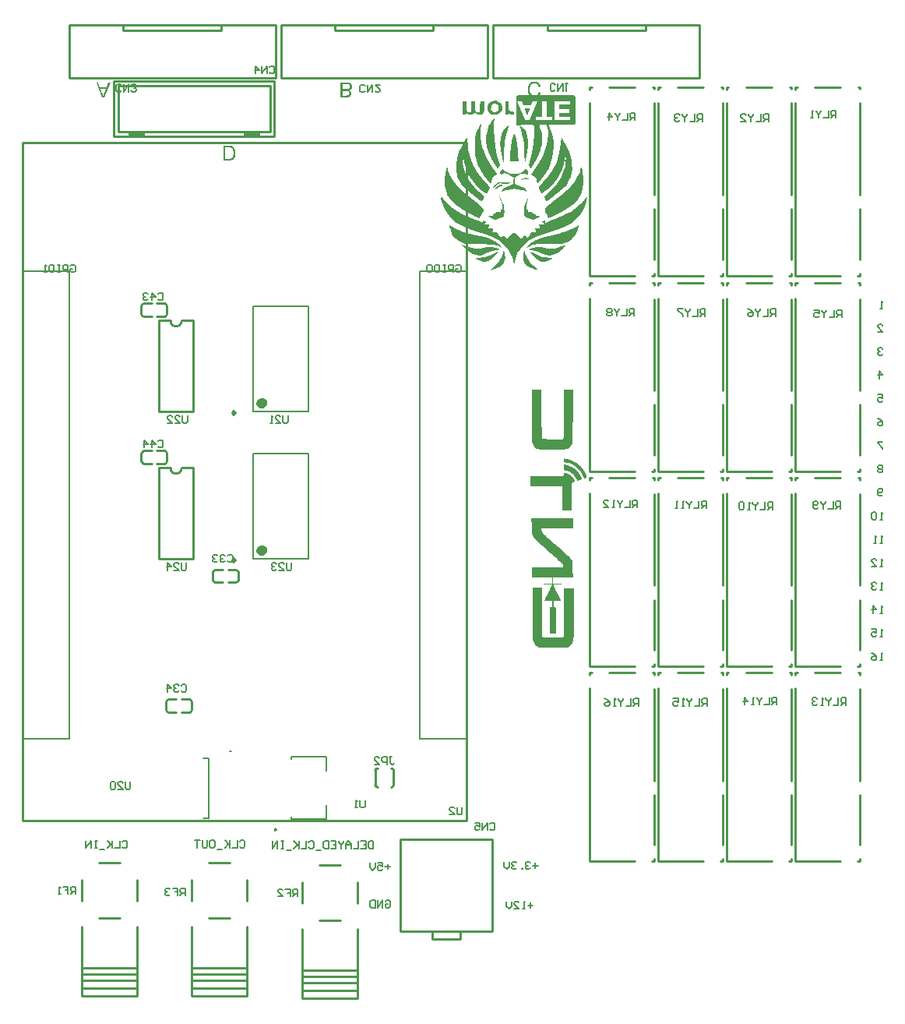
<source format=gbo>
G04*
G04 #@! TF.GenerationSoftware,Altium Limited,Altium Designer,20.0.2 (26)*
G04*
G04 Layer_Color=32896*
%FSLAX25Y25*%
%MOIN*%
G70*
G01*
G75*
%ADD10C,0.01000*%
%ADD12C,0.00787*%
%ADD14C,0.00800*%
%ADD15C,0.00600*%
%ADD16C,0.00500*%
%ADD77C,0.02360*%
%ADD78C,0.01180*%
%ADD79C,0.00790*%
G36*
X225792Y367098D02*
X225967Y367088D01*
X226289Y367020D01*
X226436Y366981D01*
X226582Y366932D01*
X226709Y366883D01*
X226826Y366834D01*
X226933Y366785D01*
X227021Y366737D01*
X227099Y366688D01*
X227168Y366649D01*
X227226Y366610D01*
X227265Y366580D01*
X227285Y366571D01*
X227295Y366561D01*
X227421Y366453D01*
X227539Y366336D01*
X227734Y366083D01*
X227909Y365819D01*
X228036Y365556D01*
X228095Y365438D01*
X228134Y365331D01*
X228173Y365224D01*
X228212Y365146D01*
X228232Y365068D01*
X228251Y365019D01*
X228261Y364980D01*
Y364970D01*
X227412Y364755D01*
X227334Y365038D01*
X227236Y365292D01*
X227119Y365497D01*
X227011Y365673D01*
X226904Y365799D01*
X226816Y365897D01*
X226758Y365956D01*
X226748Y365965D01*
X226738Y365975D01*
X226543Y366112D01*
X226348Y366209D01*
X226143Y366287D01*
X225957Y366336D01*
X225792Y366366D01*
X225713Y366375D01*
X225655D01*
X225606Y366385D01*
X225538D01*
X225323Y366375D01*
X225118Y366336D01*
X224933Y366287D01*
X224777Y366239D01*
X224640Y366180D01*
X224533Y366141D01*
X224493Y366122D01*
X224464Y366102D01*
X224454Y366092D01*
X224445D01*
X224269Y365965D01*
X224123Y365819D01*
X223996Y365673D01*
X223888Y365516D01*
X223810Y365390D01*
X223761Y365272D01*
X223742Y365233D01*
X223722Y365204D01*
X223713Y365185D01*
Y365175D01*
X223635Y364941D01*
X223576Y364697D01*
X223537Y364453D01*
X223508Y364228D01*
X223498Y364131D01*
X223488Y364043D01*
Y363955D01*
X223478Y363887D01*
Y363828D01*
Y363789D01*
Y363760D01*
Y363750D01*
X223488Y363516D01*
X223508Y363291D01*
X223537Y363086D01*
X223576Y362901D01*
X223615Y362745D01*
X223625Y362676D01*
X223644Y362628D01*
X223654Y362579D01*
X223664Y362549D01*
X223674Y362530D01*
Y362520D01*
X223761Y362305D01*
X223869Y362110D01*
X223986Y361954D01*
X224093Y361817D01*
X224201Y361710D01*
X224289Y361632D01*
X224347Y361583D01*
X224357Y361564D01*
X224367D01*
X224562Y361447D01*
X224670Y361400D01*
X226444D01*
X226494Y361427D01*
X226582Y361476D01*
X226641Y361515D01*
X226660Y361525D01*
X226816Y361661D01*
X226943Y361817D01*
X227060Y361993D01*
X227148Y362159D01*
X227217Y362305D01*
X227246Y362374D01*
X227275Y362432D01*
X227295Y362481D01*
X227304Y362520D01*
X227314Y362540D01*
Y362549D01*
X228153Y362354D01*
X228036Y362042D01*
X227968Y361895D01*
X227900Y361769D01*
X227822Y361642D01*
X227744Y361525D01*
X227675Y361427D01*
X227654Y361400D01*
X242422D01*
X242824Y361026D01*
X243226Y360652D01*
Y354886D01*
Y349120D01*
X242919Y348834D01*
X242612Y348548D01*
X231649D01*
X231800Y348132D01*
X231819Y348079D01*
X231846Y348006D01*
X231880Y347914D01*
X231920Y347805D01*
X231966Y347681D01*
X232018Y347541D01*
X232075Y347389D01*
X232137Y347224D01*
X232203Y347048D01*
X232272Y346863D01*
X232344Y346670D01*
X232419Y346470D01*
X232497Y346264D01*
X232575Y346054D01*
X232656Y345840D01*
X232736Y345625D01*
X233523Y343535D01*
X233670Y341222D01*
X233818Y338910D01*
X233527Y336719D01*
X233237Y334528D01*
X232460Y332318D01*
X231683Y330107D01*
X230761Y328559D01*
X230718Y328488D01*
X230674Y328416D01*
X230628Y328342D01*
X230581Y328266D01*
X230532Y328190D01*
X230481Y328112D01*
X230429Y328032D01*
X230376Y327952D01*
X230321Y327870D01*
X230265Y327787D01*
X230208Y327703D01*
X230150Y327619D01*
X230090Y327533D01*
X230030Y327447D01*
X229969Y327360D01*
X229907Y327273D01*
X229843Y327185D01*
X229780Y327096D01*
X229715Y327007D01*
X229650Y326918D01*
X229584Y326829D01*
X229518Y326739D01*
X229451Y326650D01*
X229383Y326560D01*
X229315Y326470D01*
X229247Y326381D01*
X229179Y326292D01*
X229111Y326203D01*
X229042Y326115D01*
X228974Y326027D01*
X228905Y325939D01*
X228836Y325852D01*
X228768Y325766D01*
X228699Y325680D01*
X228631Y325595D01*
X228563Y325512D01*
X228496Y325429D01*
X228428Y325347D01*
X228362Y325266D01*
X228295Y325187D01*
X228230Y325108D01*
X228165Y325031D01*
X228100Y324956D01*
X228037Y324882D01*
X227974Y324809D01*
X227912Y324738D01*
X227851Y324669D01*
X227791Y324602D01*
X227732Y324536D01*
X227674Y324473D01*
X227618Y324411D01*
X227562Y324352D01*
X227508Y324294D01*
X227455Y324239D01*
X227404Y324186D01*
X227354Y324136D01*
X227305Y324088D01*
X227258Y324043D01*
X227213Y324000D01*
X227169Y323960D01*
X227127Y323922D01*
X227087Y323887D01*
X227049Y323856D01*
X227013Y323827D01*
X226651Y323548D01*
X226467Y324682D01*
X226284Y325817D01*
X225259Y326697D01*
X224234Y327577D01*
X224325Y327770D01*
X224373Y327850D01*
X224475Y328007D01*
X224625Y328229D01*
X224816Y328509D01*
X225043Y328837D01*
X225298Y329203D01*
X225575Y329600D01*
X225869Y330016D01*
X225907Y330069D01*
X225945Y330124D01*
X225983Y330179D01*
X226022Y330235D01*
X226062Y330292D01*
X226101Y330350D01*
X226141Y330408D01*
X226182Y330467D01*
X226222Y330527D01*
X226263Y330587D01*
X226304Y330648D01*
X226346Y330710D01*
X226387Y330772D01*
X226429Y330835D01*
X226471Y330898D01*
X226513Y330962D01*
X226556Y331026D01*
X226598Y331091D01*
X226641Y331156D01*
X226683Y331221D01*
X226726Y331287D01*
X226769Y331353D01*
X226811Y331419D01*
X226854Y331485D01*
X226897Y331552D01*
X226940Y331618D01*
X226982Y331685D01*
X227025Y331752D01*
X227067Y331819D01*
X227110Y331886D01*
X227152Y331953D01*
X227194Y332020D01*
X227236Y332086D01*
X227277Y332153D01*
X227319Y332220D01*
X227360Y332286D01*
X227401Y332353D01*
X227442Y332419D01*
X227482Y332484D01*
X227522Y332550D01*
X227562Y332615D01*
X227602Y332680D01*
X227641Y332744D01*
X227679Y332808D01*
X227718Y332872D01*
X227755Y332935D01*
X227793Y332997D01*
X227830Y333060D01*
X227866Y333121D01*
X227902Y333182D01*
X227937Y333242D01*
X227972Y333302D01*
X228006Y333360D01*
X228040Y333419D01*
X228073Y333476D01*
X228105Y333533D01*
X228137Y333588D01*
X228168Y333643D01*
X228199Y333697D01*
X228228Y333750D01*
X228257Y333802D01*
X228285Y333853D01*
X228313Y333904D01*
X228340Y333953D01*
X229358Y335835D01*
X230143Y338206D01*
X230163Y338267D01*
X230184Y338329D01*
X230204Y338392D01*
X230224Y338456D01*
X230245Y338521D01*
X230266Y338586D01*
X230286Y338652D01*
X230307Y338718D01*
X230327Y338785D01*
X230348Y338853D01*
X230369Y338920D01*
X230389Y338989D01*
X230410Y339058D01*
X230430Y339127D01*
X230451Y339197D01*
X230471Y339267D01*
X230491Y339337D01*
X230512Y339407D01*
X230532Y339478D01*
X230552Y339549D01*
X230572Y339620D01*
X230592Y339691D01*
X230612Y339763D01*
X230632Y339834D01*
X230651Y339906D01*
X230671Y339977D01*
X230690Y340049D01*
X230709Y340120D01*
X230728Y340191D01*
X230747Y340262D01*
X230765Y340333D01*
X230784Y340404D01*
X230802Y340474D01*
X230820Y340545D01*
X230838Y340614D01*
X230855Y340684D01*
X230873Y340753D01*
X230890Y340822D01*
X230907Y340890D01*
X230923Y340958D01*
X230940Y341026D01*
X230956Y341092D01*
X230972Y341159D01*
X230987Y341225D01*
X231002Y341290D01*
X231017Y341354D01*
X231032Y341418D01*
X231046Y341481D01*
X231060Y341543D01*
X231073Y341604D01*
X231086Y341665D01*
X231099Y341724D01*
X231112Y341783D01*
X231124Y341841D01*
X231136Y341898D01*
X231147Y341954D01*
X231158Y342009D01*
X231168Y342062D01*
X231178Y342115D01*
X231188Y342167D01*
X231197Y342217D01*
X231206Y342266D01*
X231214Y342314D01*
X231222Y342361D01*
X231515Y344146D01*
X231358Y345883D01*
X231202Y347620D01*
X230934Y348084D01*
X230667Y348548D01*
X229141D01*
X229063Y348548D01*
X228985Y348548D01*
X228909Y348547D01*
X228834Y348546D01*
X228760Y348545D01*
X228688Y348543D01*
X228617Y348541D01*
X228548Y348539D01*
X228480Y348536D01*
X228415Y348534D01*
X228351Y348531D01*
X228289Y348528D01*
X228229Y348524D01*
X228171Y348520D01*
X228116Y348517D01*
X228063Y348513D01*
X228012Y348508D01*
X227964Y348504D01*
X227918Y348499D01*
X227876Y348495D01*
X227836Y348490D01*
X227799Y348484D01*
X227765Y348479D01*
X227734Y348474D01*
X227707Y348468D01*
X227683Y348463D01*
X227662Y348457D01*
X227645Y348451D01*
X227632Y348445D01*
X227622Y348439D01*
X227616Y348433D01*
X227614Y348427D01*
X227624Y348367D01*
X227654Y348244D01*
X227702Y348064D01*
X227764Y347836D01*
X227840Y347566D01*
X227927Y347263D01*
X228023Y346934D01*
X228126Y346587D01*
X228638Y344869D01*
Y342356D01*
Y339843D01*
X228273Y338540D01*
X228259Y338490D01*
X228245Y338439D01*
X228230Y338389D01*
X228216Y338340D01*
X228202Y338290D01*
X228187Y338241D01*
X228173Y338191D01*
X228158Y338142D01*
X228144Y338093D01*
X228129Y338045D01*
X228114Y337996D01*
X228099Y337947D01*
X228084Y337899D01*
X228069Y337851D01*
X228054Y337803D01*
X228039Y337755D01*
X228024Y337707D01*
X228009Y337659D01*
X227994Y337612D01*
X227978Y337564D01*
X227963Y337517D01*
X227947Y337470D01*
X227932Y337422D01*
X227916Y337375D01*
X227900Y337329D01*
X227884Y337282D01*
X227868Y337235D01*
X227852Y337189D01*
X227836Y337142D01*
X227820Y337096D01*
X227803Y337049D01*
X227787Y337003D01*
X227770Y336957D01*
X227754Y336911D01*
X227737Y336865D01*
X227720Y336819D01*
X227703Y336773D01*
X227686Y336727D01*
X227669Y336682D01*
X227652Y336636D01*
X227634Y336591D01*
X227617Y336545D01*
X227599Y336499D01*
X227581Y336454D01*
X227564Y336409D01*
X227546Y336363D01*
X227527Y336318D01*
X227509Y336273D01*
X227491Y336227D01*
X227473Y336182D01*
X227454Y336137D01*
X227435Y336092D01*
X227417Y336047D01*
X227398Y336001D01*
X227379Y335956D01*
X227359Y335911D01*
X227340Y335866D01*
X227321Y335821D01*
X227301Y335776D01*
X227281Y335731D01*
X227261Y335685D01*
X227241Y335640D01*
X227221Y335595D01*
X227201Y335550D01*
X227181Y335505D01*
X227160Y335459D01*
X227139Y335414D01*
X227118Y335369D01*
X227098Y335324D01*
X227076Y335278D01*
X227055Y335233D01*
X227034Y335188D01*
X227012Y335142D01*
X226990Y335097D01*
X226968Y335051D01*
X226946Y335005D01*
X226924Y334960D01*
X226902Y334914D01*
X226879Y334868D01*
X226856Y334822D01*
X226833Y334776D01*
X226810Y334730D01*
X226787Y334684D01*
X226764Y334638D01*
X226740Y334592D01*
X226716Y334545D01*
X226693Y334499D01*
X226668Y334453D01*
X226644Y334406D01*
X226620Y334359D01*
X226595Y334313D01*
X226570Y334266D01*
X226545Y334219D01*
X226520Y334171D01*
X226495Y334124D01*
X226469Y334077D01*
X226444Y334029D01*
X226418Y333982D01*
X226392Y333934D01*
X226365Y333886D01*
X226339Y333838D01*
X226312Y333790D01*
X226285Y333742D01*
X226258Y333693D01*
X226231Y333645D01*
X226203Y333596D01*
X226176Y333547D01*
X226148Y333498D01*
X226120Y333449D01*
X226091Y333400D01*
X226063Y333350D01*
X226034Y333301D01*
X226005Y333251D01*
X225976Y333201D01*
X225947Y333151D01*
X225917Y333101D01*
X225887Y333050D01*
X225857Y332999D01*
X225827Y332948D01*
X225797Y332897D01*
X225766Y332846D01*
X225735Y332794D01*
X225704Y332743D01*
X225673Y332691D01*
X225641Y332639D01*
X225609Y332587D01*
X225577Y332534D01*
X225545Y332481D01*
X225511Y332426D01*
X225478Y332371D01*
X225444Y332317D01*
X225411Y332262D01*
X225377Y332208D01*
X225344Y332154D01*
X225311Y332101D01*
X225278Y332047D01*
X225245Y331994D01*
X225212Y331942D01*
X225180Y331890D01*
X225147Y331838D01*
X225115Y331786D01*
X225083Y331735D01*
X225051Y331685D01*
X225020Y331634D01*
X224989Y331585D01*
X224958Y331536D01*
X224927Y331487D01*
X224897Y331439D01*
X224867Y331391D01*
X224837Y331345D01*
X224808Y331298D01*
X224779Y331252D01*
X224750Y331207D01*
X224721Y331163D01*
X224693Y331119D01*
X224666Y331076D01*
X224638Y331033D01*
X224612Y330992D01*
X224585Y330951D01*
X224559Y330910D01*
X224534Y330871D01*
X224509Y330833D01*
X224484Y330795D01*
X224460Y330758D01*
X224436Y330722D01*
X224413Y330686D01*
X224391Y330652D01*
X224368Y330619D01*
X224347Y330586D01*
X224326Y330555D01*
X224305Y330524D01*
X224286Y330494D01*
X224266Y330466D01*
X224248Y330438D01*
X224230Y330412D01*
X224212Y330386D01*
X224196Y330362D01*
X224179Y330338D01*
X224164Y330316D01*
X224149Y330295D01*
X224135Y330275D01*
X224122Y330257D01*
X224109Y330239D01*
X224097Y330223D01*
X224086Y330208D01*
X224075Y330194D01*
X224066Y330181D01*
X224057Y330170D01*
X224048Y330160D01*
X224041Y330151D01*
X224035Y330144D01*
X224029Y330138D01*
X223823Y329934D01*
X223390Y330548D01*
X222957Y331163D01*
X223752Y334084D01*
X223775Y334169D01*
X223798Y334254D01*
X223821Y334339D01*
X223843Y334423D01*
X223866Y334508D01*
X223888Y334592D01*
X223910Y334676D01*
X223932Y334759D01*
X223953Y334843D01*
X223975Y334927D01*
X223996Y335010D01*
X224017Y335093D01*
X224038Y335176D01*
X224059Y335259D01*
X224079Y335342D01*
X224099Y335425D01*
X224120Y335507D01*
X224140Y335590D01*
X224159Y335672D01*
X224179Y335754D01*
X224199Y335837D01*
X224218Y335919D01*
X224237Y336001D01*
X224256Y336083D01*
X224275Y336164D01*
X224293Y336246D01*
X224312Y336328D01*
X224330Y336409D01*
X224348Y336491D01*
X224366Y336572D01*
X224384Y336654D01*
X224402Y336735D01*
X224419Y336816D01*
X224437Y336898D01*
X224454Y336979D01*
X224471Y337060D01*
X224488Y337141D01*
X224504Y337222D01*
X224521Y337303D01*
X224537Y337385D01*
X224553Y337466D01*
X224569Y337547D01*
X224585Y337628D01*
X224601Y337709D01*
X224617Y337790D01*
X224632Y337871D01*
X224647Y337952D01*
X224662Y338034D01*
X224677Y338115D01*
X224692Y338196D01*
X224707Y338277D01*
X224721Y338359D01*
X224735Y338440D01*
X224750Y338521D01*
X224764Y338603D01*
X224778Y338684D01*
X224791Y338766D01*
X224805Y338848D01*
X224818Y338929D01*
X224832Y339011D01*
X224845Y339093D01*
X224858Y339175D01*
X224871Y339257D01*
X224884Y339339D01*
X224896Y339422D01*
X224909Y339504D01*
X224921Y339586D01*
X224933Y339669D01*
X224945Y339752D01*
X224957Y339834D01*
X224969Y339917D01*
X224981Y340001D01*
X224992Y340084D01*
X225004Y340167D01*
X225015Y340251D01*
X225026Y340334D01*
X225037Y340418D01*
X225048Y340502D01*
X225058Y340586D01*
X225069Y340671D01*
X225079Y340755D01*
X225090Y340840D01*
X225100Y340925D01*
X225110Y341010D01*
X225120Y341095D01*
X225130Y341180D01*
X225139Y341266D01*
X225149Y341352D01*
X225158Y341438D01*
X225168Y341524D01*
X225177Y341611D01*
X225186Y341697D01*
X225195Y341784D01*
X225204Y341871D01*
X225212Y341959D01*
X225221Y342046D01*
X225229Y342134D01*
X225238Y342222D01*
X225246Y342311D01*
X225254Y342400D01*
X225262Y342488D01*
X225270Y342578D01*
X225278Y342667D01*
X225285Y342757D01*
X225293Y342847D01*
X225300Y342937D01*
X225307Y343028D01*
X225315Y343119D01*
X225322Y343210D01*
X225329Y343301D01*
X225336Y343393D01*
X225342Y343485D01*
X225349Y343578D01*
X225356Y343671D01*
X225362Y343764D01*
X225368Y343857D01*
X225375Y343951D01*
X225381Y344045D01*
X225387Y344139D01*
X225393Y344234D01*
X225398Y344329D01*
X225404Y344425D01*
X225410Y344521D01*
X225415Y344617D01*
X225421Y344714D01*
X225426Y344811D01*
X225431Y344908D01*
X225436Y345006D01*
X225604Y348246D01*
X225153Y348407D01*
X224702Y348568D01*
X221456Y348526D01*
X218209Y348483D01*
X217921Y348649D01*
X217633Y348815D01*
Y354861D01*
Y360907D01*
X218128Y361154D01*
X218623Y361400D01*
X223408D01*
X223264Y361583D01*
X223137Y361749D01*
X223088Y361817D01*
X223049Y361876D01*
X223020Y361935D01*
X223000Y361974D01*
X222981Y361993D01*
Y362003D01*
X222854Y362286D01*
X222756Y362589D01*
X222698Y362881D01*
X222649Y363155D01*
X222629Y363281D01*
X222620Y363389D01*
X222610Y363496D01*
Y363584D01*
X222600Y363652D01*
Y363701D01*
Y363740D01*
Y363750D01*
X222610Y364091D01*
X222649Y364404D01*
X222707Y364697D01*
X222737Y364833D01*
X222766Y364950D01*
X222795Y365068D01*
X222825Y365165D01*
X222854Y365253D01*
X222883Y365331D01*
X222903Y365390D01*
X222922Y365429D01*
X222932Y365458D01*
Y365468D01*
X223068Y365751D01*
X223234Y365995D01*
X223391Y366209D01*
X223556Y366375D01*
X223693Y366512D01*
X223810Y366610D01*
X223859Y366639D01*
X223888Y366668D01*
X223908Y366678D01*
X223918Y366688D01*
X224044Y366766D01*
X224181Y366824D01*
X224454Y366932D01*
X224737Y367000D01*
X225011Y367059D01*
X225128Y367068D01*
X225245Y367088D01*
X225343Y367098D01*
X225430D01*
X225508Y367107D01*
X225606D01*
X225792Y367098D01*
D02*
G37*
G36*
X200230Y356820D02*
Y354827D01*
X200564Y354402D01*
X200898Y353977D01*
X201524Y354059D01*
X202149Y354141D01*
X202222Y356462D01*
X202296Y358782D01*
X204069D01*
Y356795D01*
Y354807D01*
X203786Y354053D01*
X203503Y353298D01*
X203035Y353065D01*
X202984Y353042D01*
X202928Y353018D01*
X202868Y352996D01*
X202804Y352975D01*
X202736Y352955D01*
X202666Y352935D01*
X202594Y352917D01*
X202520Y352901D01*
X202445Y352886D01*
X202369Y352872D01*
X202294Y352860D01*
X202219Y352851D01*
X202146Y352843D01*
X202074Y352837D01*
X202005Y352834D01*
X201939Y352832D01*
X201310D01*
X200712Y353283D01*
X200113Y353734D01*
X199497Y353283D01*
X198881Y352832D01*
X197529D01*
X196912Y353234D01*
X196295Y353636D01*
X196194Y353353D01*
X196092Y353070D01*
X194855D01*
Y355926D01*
Y358782D01*
X196391D01*
Y356804D01*
Y354827D01*
X196725Y354402D01*
X197059Y353977D01*
X197685Y354059D01*
X198310Y354141D01*
X198438Y356402D01*
X198566Y358663D01*
X199398Y358738D01*
X200230Y358812D01*
Y356820D01*
D02*
G37*
G36*
X214562Y357132D02*
Y355481D01*
X214811Y354871D01*
X215061Y354260D01*
X216575D01*
X216736Y353786D01*
X216898Y353312D01*
X216739Y353072D01*
X216579Y352832D01*
X215439D01*
X215001Y353240D01*
X214562Y353648D01*
Y353359D01*
Y353070D01*
X213026D01*
Y355926D01*
Y358782D01*
X214562D01*
Y357132D01*
D02*
G37*
G36*
X210187Y358437D02*
X211019Y358037D01*
X211383Y357227D01*
X211420Y357141D01*
X211456Y357051D01*
X211491Y356957D01*
X211524Y356860D01*
X211556Y356762D01*
X211586Y356662D01*
X211614Y356561D01*
X211639Y356461D01*
X211663Y356361D01*
X211684Y356264D01*
X211702Y356168D01*
X211717Y356076D01*
X211730Y355988D01*
X211738Y355905D01*
X211744Y355827D01*
X211746Y355755D01*
X211745Y355093D01*
X211245Y354331D01*
X210746Y353569D01*
X209979Y353201D01*
X209213Y352832D01*
X208368Y352841D01*
X207524Y352849D01*
X206932Y353154D01*
X206870Y353189D01*
X206804Y353230D01*
X206735Y353276D01*
X206664Y353328D01*
X206591Y353384D01*
X206518Y353444D01*
X206444Y353508D01*
X206370Y353575D01*
X206296Y353644D01*
X206224Y353715D01*
X206153Y353788D01*
X206085Y353862D01*
X206020Y353937D01*
X205958Y354011D01*
X205900Y354084D01*
X205847Y354157D01*
X205352Y354855D01*
X205354Y355807D01*
X205356Y356759D01*
X205672Y357331D01*
X205708Y357392D01*
X205749Y357455D01*
X205796Y357521D01*
X205847Y357589D01*
X205902Y357658D01*
X205961Y357728D01*
X206024Y357798D01*
X206088Y357868D01*
X206156Y357938D01*
X206225Y358006D01*
X206295Y358072D01*
X206365Y358136D01*
X206436Y358196D01*
X206507Y358254D01*
X206577Y358308D01*
X206646Y358357D01*
X207303Y358811D01*
X208329Y358824D01*
X209354Y358837D01*
X210187Y358437D01*
D02*
G37*
G36*
X94925Y339703D02*
X95101Y339693D01*
X95296Y339673D01*
X95482Y339644D01*
X95638Y339615D01*
X95648D01*
X95667Y339605D01*
X95687D01*
X95726Y339585D01*
X95833Y339556D01*
X95960Y339507D01*
X96106Y339449D01*
X96263Y339371D01*
X96419Y339273D01*
X96575Y339156D01*
X96585D01*
X96594Y339137D01*
X96663Y339078D01*
X96751Y338980D01*
X96858Y338853D01*
X96985Y338697D01*
X97112Y338512D01*
X97229Y338297D01*
X97336Y338053D01*
Y338043D01*
X97346Y338024D01*
X97356Y337985D01*
X97375Y337936D01*
X97395Y337877D01*
X97414Y337799D01*
X97443Y337712D01*
X97463Y337614D01*
X97483Y337507D01*
X97512Y337389D01*
X97551Y337136D01*
X97580Y336853D01*
X97590Y336540D01*
Y336531D01*
Y336511D01*
Y336472D01*
Y336413D01*
X97580Y336355D01*
Y336277D01*
X97570Y336101D01*
X97551Y335906D01*
X97512Y335681D01*
X97473Y335457D01*
X97414Y335242D01*
Y335232D01*
X97404Y335213D01*
X97395Y335184D01*
X97385Y335145D01*
X97346Y335047D01*
X97297Y334910D01*
X97239Y334764D01*
X97161Y334608D01*
X97073Y334452D01*
X96975Y334305D01*
X96965Y334286D01*
X96926Y334247D01*
X96877Y334178D01*
X96799Y334091D01*
X96721Y334003D01*
X96614Y333905D01*
X96507Y333807D01*
X96389Y333720D01*
X96380Y333710D01*
X96331Y333690D01*
X96263Y333651D01*
X96175Y333603D01*
X96067Y333554D01*
X95941Y333505D01*
X95794Y333456D01*
X95628Y333407D01*
X95609D01*
X95550Y333388D01*
X95462Y333378D01*
X95335Y333359D01*
X95189Y333339D01*
X95013Y333319D01*
X94818Y333310D01*
X94603Y333300D01*
X92300D01*
Y339712D01*
X94760D01*
X94925Y339703D01*
D02*
G37*
G36*
X216856Y344627D02*
X216923Y344579D01*
X216991Y344514D01*
X217057Y344432D01*
X217124Y344334D01*
X217189Y344218D01*
X217254Y344087D01*
X217318Y343939D01*
X217381Y343776D01*
X217443Y343598D01*
X217505Y343404D01*
X217565Y343195D01*
X217625Y342971D01*
X217684Y342732D01*
X217741Y342480D01*
X217798Y342213D01*
X217853Y341932D01*
X217907Y341638D01*
X217959Y341330D01*
X218011Y341010D01*
X218061Y340676D01*
X218110Y340330D01*
X218157Y339971D01*
X218203Y339600D01*
X218247Y339218D01*
X218290Y338823D01*
X218331Y338418D01*
X218371Y338001D01*
X218408Y337573D01*
X218444Y337134D01*
X218478Y336685D01*
X218511Y336226D01*
X218541Y335756D01*
X218722Y332841D01*
X215074D01*
Y334288D01*
X215074Y334366D01*
X215075Y334450D01*
X215077Y334541D01*
X215079Y334637D01*
X215082Y334740D01*
X215086Y334847D01*
X215090Y334960D01*
X215095Y335078D01*
X215100Y335200D01*
X215106Y335327D01*
X215113Y335457D01*
X215120Y335591D01*
X215127Y335729D01*
X215135Y335870D01*
X215143Y336014D01*
X215152Y336160D01*
X215162Y336309D01*
X215171Y336460D01*
X215182Y336612D01*
X215192Y336766D01*
X215203Y336922D01*
X215214Y337078D01*
X215226Y337235D01*
X215238Y337392D01*
X215250Y337549D01*
X215262Y337707D01*
X215275Y337863D01*
X215288Y338019D01*
X215301Y338175D01*
X215314Y338328D01*
X215328Y338481D01*
X215342Y338631D01*
X215610Y341528D01*
X216120Y343142D01*
X216629Y344757D01*
X216856Y344627D01*
D02*
G37*
G36*
X219548Y348053D02*
X219659Y347997D01*
X219799Y347909D01*
X219961Y347793D01*
X220141Y347652D01*
X220333Y347490D01*
X220532Y347311D01*
X220734Y347120D01*
X221708Y346168D01*
X222123Y344918D01*
X222538Y343670D01*
X222675Y341647D01*
X222813Y339624D01*
X222393Y336968D01*
X222382Y336899D01*
X222371Y336830D01*
X222360Y336761D01*
X222348Y336692D01*
X222337Y336623D01*
X222325Y336554D01*
X222313Y336485D01*
X222302Y336416D01*
X222290Y336346D01*
X222277Y336277D01*
X222265Y336208D01*
X222253Y336139D01*
X222241Y336070D01*
X222228Y336001D01*
X222216Y335933D01*
X222203Y335864D01*
X222190Y335796D01*
X222178Y335729D01*
X222165Y335661D01*
X222152Y335594D01*
X222139Y335527D01*
X222126Y335460D01*
X222113Y335395D01*
X222100Y335329D01*
X222087Y335264D01*
X222074Y335199D01*
X222061Y335135D01*
X222048Y335072D01*
X222035Y335009D01*
X222022Y334946D01*
X222009Y334885D01*
X221996Y334824D01*
X221984Y334764D01*
X221971Y334704D01*
X221958Y334645D01*
X221945Y334587D01*
X221932Y334530D01*
X221920Y334474D01*
X221907Y334418D01*
X221895Y334364D01*
X221882Y334310D01*
X221870Y334258D01*
X221858Y334206D01*
X221846Y334155D01*
X221834Y334106D01*
X221822Y334057D01*
X221810Y334010D01*
X221798Y333963D01*
X221787Y333918D01*
X221775Y333874D01*
X221764Y333832D01*
X221753Y333790D01*
X221742Y333750D01*
X221731Y333711D01*
X221721Y333673D01*
X221710Y333637D01*
X221700Y333602D01*
X221690Y333569D01*
X221680Y333537D01*
X221670Y333506D01*
X221661Y333477D01*
X221651Y333450D01*
X221642Y333424D01*
X221633Y333400D01*
X221294Y332488D01*
X221148Y336651D01*
X221002Y340814D01*
X220346Y343820D01*
X220329Y343897D01*
X220312Y343975D01*
X220295Y344052D01*
X220278Y344129D01*
X220261Y344207D01*
X220244Y344283D01*
X220227Y344360D01*
X220209Y344437D01*
X220192Y344513D01*
X220175Y344589D01*
X220158Y344664D01*
X220140Y344740D01*
X220123Y344814D01*
X220106Y344889D01*
X220089Y344963D01*
X220072Y345036D01*
X220055Y345109D01*
X220038Y345182D01*
X220021Y345254D01*
X220004Y345325D01*
X219987Y345396D01*
X219970Y345466D01*
X219953Y345536D01*
X219937Y345604D01*
X219920Y345673D01*
X219904Y345740D01*
X219888Y345806D01*
X219872Y345872D01*
X219856Y345937D01*
X219840Y346001D01*
X219824Y346064D01*
X219809Y346126D01*
X219793Y346187D01*
X219778Y346248D01*
X219763Y346307D01*
X219748Y346365D01*
X219733Y346422D01*
X219719Y346478D01*
X219705Y346533D01*
X219690Y346586D01*
X219677Y346639D01*
X219663Y346690D01*
X219650Y346740D01*
X219637Y346789D01*
X219624Y346836D01*
X219611Y346882D01*
X219599Y346927D01*
X219587Y346970D01*
X219575Y347012D01*
X219563Y347052D01*
X219552Y347091D01*
X219541Y347129D01*
X219531Y347165D01*
X219520Y347199D01*
X219510Y347232D01*
X219501Y347263D01*
X219491Y347292D01*
X219482Y347320D01*
X219474Y347346D01*
X219465Y347370D01*
X219458Y347393D01*
X219450Y347413D01*
X219443Y347432D01*
X219436Y347449D01*
X219181Y348073D01*
X219470D01*
X219548Y348053D01*
D02*
G37*
G36*
X214433Y348269D02*
X214439Y348266D01*
X214446Y348216D01*
X214434Y348103D01*
X214403Y347936D01*
X214355Y347720D01*
X214292Y347464D01*
X214216Y347174D01*
X214128Y346858D01*
X214030Y346522D01*
X214004Y346434D01*
X213977Y346343D01*
X213950Y346249D01*
X213922Y346152D01*
X213893Y346051D01*
X213864Y345949D01*
X213835Y345843D01*
X213805Y345736D01*
X213774Y345626D01*
X213744Y345515D01*
X213713Y345402D01*
X213682Y345288D01*
X213651Y345173D01*
X213619Y345057D01*
X213588Y344941D01*
X213557Y344824D01*
X213526Y344706D01*
X213496Y344589D01*
X213465Y344472D01*
X213435Y344356D01*
X213405Y344240D01*
X213376Y344125D01*
X213347Y344011D01*
X213319Y343899D01*
X213291Y343788D01*
X213264Y343679D01*
X213237Y343572D01*
X213212Y343467D01*
X213187Y343365D01*
X213163Y343265D01*
X213140Y343168D01*
X213118Y343075D01*
X212702Y341290D01*
X212544Y336768D01*
X212386Y332246D01*
X211919Y333912D01*
X211894Y334001D01*
X211869Y334095D01*
X211844Y334195D01*
X211818Y334300D01*
X211791Y334410D01*
X211764Y334524D01*
X211737Y334643D01*
X211709Y334765D01*
X211682Y334892D01*
X211654Y335022D01*
X211626Y335155D01*
X211597Y335290D01*
X211569Y335429D01*
X211541Y335570D01*
X211513Y335713D01*
X211485Y335858D01*
X211457Y336004D01*
X211430Y336151D01*
X211403Y336300D01*
X211376Y336449D01*
X211349Y336599D01*
X211323Y336749D01*
X211297Y336898D01*
X211273Y337048D01*
X211248Y337197D01*
X211224Y337344D01*
X211201Y337491D01*
X211179Y337636D01*
X211158Y337779D01*
X211137Y337920D01*
X211117Y338059D01*
X211099Y338196D01*
X210746Y340814D01*
X211019Y342480D01*
X211034Y342567D01*
X211050Y342656D01*
X211066Y342747D01*
X211084Y342839D01*
X211103Y342934D01*
X211122Y343029D01*
X211143Y343126D01*
X211164Y343224D01*
X211186Y343322D01*
X211209Y343421D01*
X211232Y343521D01*
X211256Y343620D01*
X211281Y343720D01*
X211306Y343820D01*
X211331Y343919D01*
X211357Y344018D01*
X211383Y344116D01*
X211410Y344213D01*
X211437Y344309D01*
X211464Y344404D01*
X211491Y344497D01*
X211518Y344589D01*
X211545Y344679D01*
X211573Y344767D01*
X211600Y344853D01*
X211627Y344936D01*
X211654Y345017D01*
X211681Y345095D01*
X211708Y345170D01*
X211734Y345243D01*
X211760Y345311D01*
X211786Y345377D01*
X212280Y346607D01*
X213316Y347477D01*
X213369Y347522D01*
X213422Y347566D01*
X213474Y347608D01*
X213526Y347651D01*
X213577Y347692D01*
X213627Y347732D01*
X213676Y347771D01*
X213725Y347809D01*
X213772Y347846D01*
X213819Y347881D01*
X213864Y347916D01*
X213909Y347949D01*
X213952Y347981D01*
X213994Y348011D01*
X214034Y348040D01*
X214073Y348068D01*
X214110Y348094D01*
X214146Y348118D01*
X214180Y348141D01*
X214213Y348162D01*
X214243Y348182D01*
X214272Y348199D01*
X214299Y348215D01*
X214323Y348229D01*
X214346Y348241D01*
X214366Y348251D01*
X214384Y348259D01*
X214400Y348265D01*
X214414Y348268D01*
X214425Y348270D01*
X214433Y348269D01*
D02*
G37*
G36*
X208238Y349143D02*
X208101Y346763D01*
X208399Y342987D01*
X208696Y339210D01*
X209069Y337396D01*
X209089Y337300D01*
X209110Y337200D01*
X209133Y337097D01*
X209157Y336989D01*
X209182Y336878D01*
X209209Y336764D01*
X209236Y336647D01*
X209265Y336527D01*
X209294Y336405D01*
X209325Y336280D01*
X209356Y336154D01*
X209388Y336026D01*
X209421Y335896D01*
X209454Y335766D01*
X209488Y335634D01*
X209522Y335502D01*
X209557Y335369D01*
X209592Y335236D01*
X209628Y335103D01*
X209664Y334971D01*
X209699Y334839D01*
X209735Y334708D01*
X209771Y334577D01*
X209808Y334449D01*
X209844Y334321D01*
X209879Y334196D01*
X209915Y334072D01*
X209950Y333951D01*
X209985Y333833D01*
X210020Y333717D01*
X210054Y333605D01*
X210088Y333495D01*
X210734Y331409D01*
X210338Y330697D01*
X210297Y330624D01*
X210256Y330554D01*
X210215Y330486D01*
X210175Y330420D01*
X210135Y330358D01*
X210097Y330300D01*
X210059Y330245D01*
X210023Y330194D01*
X209990Y330148D01*
X209958Y330107D01*
X209928Y330071D01*
X209901Y330041D01*
X209877Y330017D01*
X209856Y330000D01*
X209838Y329989D01*
X209824Y329985D01*
X209788Y330003D01*
X209731Y330055D01*
X209656Y330138D01*
X209565Y330247D01*
X209463Y330380D01*
X209351Y330531D01*
X209232Y330698D01*
X209110Y330878D01*
X209079Y330925D01*
X209045Y330977D01*
X209009Y331031D01*
X208972Y331089D01*
X208932Y331150D01*
X208892Y331213D01*
X208849Y331280D01*
X208805Y331348D01*
X208760Y331419D01*
X208714Y331493D01*
X208666Y331568D01*
X208618Y331646D01*
X208568Y331725D01*
X208518Y331805D01*
X208467Y331887D01*
X208415Y331971D01*
X208362Y332055D01*
X208310Y332140D01*
X208257Y332226D01*
X208203Y332313D01*
X208150Y332400D01*
X208096Y332488D01*
X208042Y332575D01*
X207989Y332663D01*
X207936Y332750D01*
X207883Y332838D01*
X207831Y332924D01*
X207779Y333010D01*
X207727Y333096D01*
X207677Y333180D01*
X207627Y333263D01*
X207578Y333345D01*
X206641Y334920D01*
X205844Y337133D01*
X205046Y339346D01*
X204912Y341508D01*
X204778Y343670D01*
X205314Y345750D01*
X205850Y347831D01*
X206480Y348963D01*
X206514Y349022D01*
X206548Y349082D01*
X206583Y349143D01*
X206620Y349205D01*
X206657Y349268D01*
X206696Y349331D01*
X206735Y349395D01*
X206775Y349459D01*
X206816Y349524D01*
X206857Y349588D01*
X206899Y349653D01*
X206941Y349717D01*
X206983Y349782D01*
X207026Y349846D01*
X207069Y349909D01*
X207112Y349973D01*
X207154Y350035D01*
X207197Y350097D01*
X207240Y350157D01*
X207282Y350217D01*
X207324Y350275D01*
X207366Y350332D01*
X207407Y350388D01*
X207448Y350443D01*
X207488Y350496D01*
X207527Y350547D01*
X207566Y350596D01*
X207603Y350643D01*
X207640Y350688D01*
X207676Y350731D01*
X207710Y350771D01*
X207743Y350809D01*
X208376Y351523D01*
X208238Y349143D01*
D02*
G37*
G36*
X212711Y329009D02*
X212759Y328970D01*
X212809Y328931D01*
X212860Y328892D01*
X212913Y328852D01*
X212966Y328812D01*
X213021Y328772D01*
X213077Y328732D01*
X213134Y328692D01*
X213191Y328653D01*
X213250Y328613D01*
X213308Y328574D01*
X213368Y328535D01*
X213427Y328496D01*
X213487Y328458D01*
X213547Y328421D01*
X213607Y328384D01*
X213666Y328347D01*
X213726Y328312D01*
X213785Y328277D01*
X213844Y328243D01*
X213902Y328211D01*
X213959Y328179D01*
X214016Y328148D01*
X214071Y328119D01*
X214126Y328090D01*
X214180Y328063D01*
X214232Y328038D01*
X214283Y328013D01*
X214333Y327991D01*
X214380Y327970D01*
X214427Y327950D01*
X214471Y327932D01*
X215313Y327605D01*
X218406D01*
X219523Y328093D01*
X219581Y328119D01*
X219639Y328146D01*
X219699Y328174D01*
X219759Y328203D01*
X219819Y328233D01*
X219880Y328264D01*
X219941Y328296D01*
X220003Y328329D01*
X220064Y328362D01*
X220125Y328396D01*
X220186Y328430D01*
X220247Y328465D01*
X220307Y328501D01*
X220367Y328537D01*
X220426Y328573D01*
X220484Y328609D01*
X220542Y328645D01*
X220598Y328682D01*
X220654Y328719D01*
X220708Y328755D01*
X220761Y328791D01*
X220813Y328828D01*
X220863Y328864D01*
X220911Y328899D01*
X220958Y328934D01*
X221003Y328969D01*
X221046Y329003D01*
X221087Y329037D01*
X221126Y329070D01*
X221162Y329102D01*
X221196Y329133D01*
X221228Y329164D01*
X221816Y329747D01*
X222284Y329353D01*
X222751Y328959D01*
Y328163D01*
Y327367D01*
X222558D01*
X222502Y327372D01*
X222417Y327385D01*
X222308Y327405D01*
X222179Y327432D01*
X222033Y327464D01*
X221875Y327502D01*
X221709Y327543D01*
X221539Y327587D01*
X220714Y327807D01*
X219877Y327592D01*
X219041Y327377D01*
X218068Y326631D01*
X217096Y325886D01*
X217173Y324663D01*
X217249Y323440D01*
X219391Y322475D01*
X221534Y321509D01*
X221907Y320847D01*
X221949Y320772D01*
X221987Y320700D01*
X222021Y320632D01*
X222051Y320567D01*
X222078Y320507D01*
X222101Y320450D01*
X222120Y320397D01*
X222136Y320347D01*
X222148Y320302D01*
X222156Y320260D01*
X222161Y320222D01*
X222162Y320187D01*
X222159Y320157D01*
X222153Y320131D01*
X222143Y320108D01*
X222130Y320089D01*
X222112Y320074D01*
X222092Y320063D01*
X222067Y320056D01*
X222040Y320053D01*
X222008Y320053D01*
X221973Y320058D01*
X221935Y320066D01*
X221893Y320079D01*
X221847Y320095D01*
X221798Y320115D01*
X221746Y320140D01*
X221690Y320168D01*
X221631Y320201D01*
X221568Y320237D01*
X221501Y320278D01*
X221431Y320322D01*
X220846Y320704D01*
X220053D01*
X219966Y320706D01*
X219869Y320711D01*
X219764Y320721D01*
X219650Y320733D01*
X219531Y320749D01*
X219405Y320768D01*
X219275Y320790D01*
X219141Y320815D01*
X219005Y320842D01*
X218867Y320871D01*
X218728Y320902D01*
X218590Y320936D01*
X218453Y320970D01*
X218319Y321007D01*
X218189Y321044D01*
X218062Y321083D01*
X216865Y321462D01*
X215668Y321083D01*
X215605Y321063D01*
X215542Y321044D01*
X215477Y321025D01*
X215411Y321007D01*
X215344Y320988D01*
X215277Y320970D01*
X215209Y320953D01*
X215140Y320936D01*
X215071Y320919D01*
X215001Y320902D01*
X214932Y320886D01*
X214862Y320871D01*
X214793Y320856D01*
X214724Y320842D01*
X214655Y320828D01*
X214587Y320815D01*
X214519Y320802D01*
X214453Y320790D01*
X214387Y320779D01*
X214322Y320768D01*
X214258Y320759D01*
X214195Y320749D01*
X214134Y320741D01*
X214075Y320733D01*
X214017Y320727D01*
X213961Y320721D01*
X213907Y320715D01*
X213855Y320711D01*
X213805Y320708D01*
X213757Y320706D01*
X213712Y320704D01*
X213669Y320704D01*
X212868D01*
X212371Y320354D01*
X212320Y320319D01*
X212267Y320284D01*
X212215Y320250D01*
X212162Y320218D01*
X212110Y320187D01*
X212058Y320158D01*
X212008Y320130D01*
X211959Y320105D01*
X211912Y320082D01*
X211867Y320061D01*
X211825Y320043D01*
X211786Y320028D01*
X211750Y320015D01*
X211718Y320006D01*
X211689Y320000D01*
X211665Y319997D01*
X211456Y319989D01*
X211630Y320525D01*
X211654Y320597D01*
X211678Y320665D01*
X211702Y320730D01*
X211727Y320792D01*
X211753Y320851D01*
X211781Y320908D01*
X211811Y320963D01*
X211843Y321016D01*
X211878Y321068D01*
X211916Y321118D01*
X211958Y321167D01*
X212004Y321216D01*
X212054Y321264D01*
X212109Y321312D01*
X212169Y321360D01*
X212235Y321409D01*
X212307Y321459D01*
X212385Y321509D01*
X212471Y321561D01*
X212563Y321615D01*
X212663Y321670D01*
X212771Y321728D01*
X212887Y321788D01*
X213012Y321851D01*
X213147Y321917D01*
X213291Y321987D01*
X213445Y322059D01*
X213609Y322136D01*
X213785Y322217D01*
X213971Y322303D01*
X214169Y322393D01*
X214379Y322488D01*
X216481Y323440D01*
X216557Y324641D01*
X216632Y325842D01*
X215586Y326624D01*
X214539Y327407D01*
X213722Y327625D01*
X212904Y327842D01*
X212039Y327577D01*
X211174Y327312D01*
X210952Y327637D01*
X210922Y327683D01*
X210893Y327728D01*
X210868Y327772D01*
X210844Y327816D01*
X210823Y327858D01*
X210805Y327900D01*
X210788Y327942D01*
X210775Y327983D01*
X210764Y328023D01*
X210755Y328064D01*
X210750Y328104D01*
X210746Y328145D01*
X210746Y328186D01*
X210748Y328227D01*
X210752Y328268D01*
X210759Y328310D01*
X210769Y328352D01*
X210782Y328395D01*
X210798Y328438D01*
X210816Y328483D01*
X210837Y328529D01*
X210861Y328575D01*
X210887Y328623D01*
X210917Y328672D01*
X210949Y328723D01*
X210984Y328775D01*
X211022Y328829D01*
X211064Y328884D01*
X211108Y328942D01*
X211155Y329001D01*
X211205Y329062D01*
X211258Y329126D01*
X211793Y329758D01*
X212711Y329009D01*
D02*
G37*
G36*
X222663Y325662D02*
X223391Y325378D01*
X222879Y325312D01*
X222821Y325305D01*
X222752Y325297D01*
X222673Y325289D01*
X222585Y325280D01*
X222489Y325272D01*
X222385Y325263D01*
X222276Y325253D01*
X222161Y325244D01*
X222041Y325235D01*
X221918Y325225D01*
X221792Y325216D01*
X221664Y325207D01*
X221535Y325198D01*
X221407Y325190D01*
X221278Y325182D01*
X221152Y325174D01*
X219936Y325103D01*
Y325274D01*
X219957Y325313D01*
X220015Y325360D01*
X220108Y325412D01*
X220230Y325468D01*
X220378Y325526D01*
X220547Y325585D01*
X220735Y325641D01*
X220935Y325695D01*
X221934Y325945D01*
X222663Y325662D01*
D02*
G37*
G36*
X202714Y348935D02*
X202731Y348887D01*
X202735Y348787D01*
X202729Y348642D01*
X202712Y348459D01*
X202684Y348243D01*
X202648Y347999D01*
X202604Y347736D01*
X202551Y347457D01*
X202537Y347385D01*
X202523Y347309D01*
X202509Y347231D01*
X202496Y347151D01*
X202483Y347068D01*
X202470Y346982D01*
X202457Y346895D01*
X202445Y346806D01*
X202432Y346716D01*
X202421Y346624D01*
X202409Y346530D01*
X202398Y346436D01*
X202387Y346341D01*
X202377Y346245D01*
X202367Y346148D01*
X202358Y346052D01*
X202348Y345954D01*
X202340Y345858D01*
X202332Y345761D01*
X202324Y345664D01*
X202317Y345568D01*
X202310Y345473D01*
X202304Y345379D01*
X202299Y345286D01*
X202294Y345195D01*
X202290Y345104D01*
X202286Y345016D01*
X202283Y344929D01*
X202280Y344844D01*
X202279Y344762D01*
X202278Y344682D01*
X202277Y344604D01*
Y343127D01*
X202682Y341138D01*
X203087Y339148D01*
X203996Y336887D01*
X204020Y336826D01*
X204045Y336766D01*
X204069Y336706D01*
X204093Y336647D01*
X204117Y336588D01*
X204141Y336529D01*
X204165Y336471D01*
X204189Y336413D01*
X204213Y336356D01*
X204237Y336299D01*
X204261Y336242D01*
X204284Y336186D01*
X204308Y336130D01*
X204332Y336074D01*
X204355Y336018D01*
X204379Y335964D01*
X204402Y335909D01*
X204426Y335854D01*
X204449Y335800D01*
X204473Y335746D01*
X204496Y335693D01*
X204520Y335639D01*
X204543Y335586D01*
X204567Y335533D01*
X204591Y335481D01*
X204614Y335429D01*
X204638Y335376D01*
X204661Y335324D01*
X204685Y335273D01*
X204709Y335221D01*
X204732Y335170D01*
X204756Y335119D01*
X204780Y335068D01*
X204804Y335017D01*
X204828Y334966D01*
X204852Y334916D01*
X204876Y334865D01*
X204900Y334815D01*
X204925Y334765D01*
X204949Y334715D01*
X204974Y334665D01*
X204998Y334616D01*
X205023Y334566D01*
X205048Y334516D01*
X205072Y334467D01*
X205097Y334417D01*
X205123Y334368D01*
X205148Y334319D01*
X205173Y334269D01*
X205199Y334220D01*
X205224Y334171D01*
X205250Y334121D01*
X205276Y334072D01*
X205302Y334023D01*
X205328Y333974D01*
X205355Y333925D01*
X205381Y333875D01*
X205408Y333826D01*
X205435Y333776D01*
X205462Y333727D01*
X205490Y333678D01*
X205517Y333628D01*
X205545Y333578D01*
X205573Y333529D01*
X205601Y333479D01*
X205629Y333429D01*
X205658Y333379D01*
X205686Y333329D01*
X205715Y333279D01*
X205745Y333228D01*
X205774Y333178D01*
X205804Y333127D01*
X205834Y333076D01*
X205864Y333025D01*
X205894Y332974D01*
X205925Y332923D01*
X205956Y332871D01*
X205987Y332819D01*
X206018Y332767D01*
X206050Y332715D01*
X206082Y332663D01*
X206115Y332610D01*
X206147Y332557D01*
X206180Y332504D01*
X206213Y332450D01*
X206247Y332397D01*
X206280Y332343D01*
X206315Y332288D01*
X206349Y332234D01*
X206384Y332179D01*
X206419Y332124D01*
X206454Y332068D01*
X206490Y332013D01*
X206526Y331956D01*
X206563Y331900D01*
X206599Y331843D01*
X206637Y331786D01*
X206674Y331728D01*
X206712Y331670D01*
X206750Y331612D01*
X206789Y331553D01*
X206828Y331494D01*
X206867Y331434D01*
X206907Y331375D01*
X206947Y331314D01*
X206988Y331253D01*
X207029Y331192D01*
X207070Y331130D01*
X207112Y331068D01*
X207154Y331005D01*
X207197Y330942D01*
X207240Y330879D01*
X207283Y330815D01*
X207327Y330750D01*
X207372Y330685D01*
X207416Y330619D01*
X207462Y330553D01*
X207507Y330486D01*
X207554Y330419D01*
X207600Y330351D01*
X207647Y330283D01*
X207695Y330214D01*
X207743Y330144D01*
X207791Y330074D01*
X207840Y330003D01*
X207890Y329932D01*
X207940Y329860D01*
X207991Y329788D01*
X209538Y327567D01*
X208718Y326970D01*
X207897Y326373D01*
X207519Y325692D01*
X207480Y325620D01*
X207443Y325543D01*
X207406Y325463D01*
X207372Y325381D01*
X207339Y325296D01*
X207307Y325210D01*
X207278Y325124D01*
X207251Y325037D01*
X207227Y324951D01*
X207205Y324866D01*
X207186Y324783D01*
X207170Y324702D01*
X207157Y324625D01*
X207148Y324551D01*
X207142Y324482D01*
X207140Y324418D01*
X207139Y324357D01*
X207136Y324297D01*
X207131Y324238D01*
X207125Y324180D01*
X207117Y324123D01*
X207107Y324069D01*
X207096Y324017D01*
X207083Y323968D01*
X207070Y323922D01*
X207055Y323880D01*
X207039Y323842D01*
X207022Y323807D01*
X207005Y323778D01*
X206986Y323753D01*
X206967Y323733D01*
X206948Y323719D01*
X206756Y323613D01*
X205268Y325312D01*
X203779Y327010D01*
X202521Y329390D01*
X201262Y331770D01*
X200711Y333674D01*
X200159Y335578D01*
X200131Y339386D01*
X200102Y343194D01*
X200453Y344503D01*
X200804Y345812D01*
X201704Y347425D01*
X201750Y347507D01*
X201796Y347588D01*
X201842Y347668D01*
X201887Y347747D01*
X201932Y347823D01*
X201976Y347898D01*
X202019Y347972D01*
X202062Y348043D01*
X202104Y348112D01*
X202146Y348180D01*
X202186Y348245D01*
X202225Y348307D01*
X202264Y348368D01*
X202301Y348426D01*
X202337Y348481D01*
X202372Y348534D01*
X202406Y348584D01*
X202438Y348631D01*
X202469Y348675D01*
X202499Y348716D01*
X202526Y348754D01*
X202553Y348789D01*
X202577Y348820D01*
X202600Y348848D01*
X202622Y348872D01*
X202641Y348893D01*
X202658Y348910D01*
X202674Y348923D01*
X202687Y348932D01*
X202698Y348938D01*
X202707Y348938D01*
X202714Y348935D01*
D02*
G37*
G36*
X212598Y324028D02*
X215201Y324020D01*
X214690Y323650D01*
X214178Y323279D01*
X212442Y323421D01*
X210707Y323564D01*
X209978Y323213D01*
X209900Y323174D01*
X209818Y323128D01*
X209732Y323077D01*
X209643Y323020D01*
X209552Y322959D01*
X209458Y322894D01*
X209365Y322825D01*
X209270Y322753D01*
X209177Y322679D01*
X209084Y322603D01*
X208994Y322526D01*
X208906Y322448D01*
X208821Y322370D01*
X208741Y322292D01*
X208665Y322215D01*
X208594Y322140D01*
X208556Y322098D01*
X208519Y322057D01*
X208483Y322018D01*
X208447Y321980D01*
X208412Y321943D01*
X208378Y321907D01*
X208345Y321873D01*
X208313Y321841D01*
X208282Y321809D01*
X208251Y321779D01*
X208222Y321750D01*
X208193Y321722D01*
X208166Y321696D01*
X208139Y321671D01*
X208113Y321647D01*
X208088Y321625D01*
X208064Y321604D01*
X208040Y321584D01*
X208018Y321566D01*
X207997Y321549D01*
X207976Y321533D01*
X207957Y321519D01*
X207938Y321506D01*
X207920Y321494D01*
X207904Y321483D01*
X207888Y321474D01*
X207873Y321466D01*
X207859Y321460D01*
X207846Y321455D01*
X207834Y321451D01*
X207823Y321448D01*
X207813Y321447D01*
X207804Y321447D01*
X207796Y321448D01*
X207788Y321451D01*
X207782Y321455D01*
X207777Y321460D01*
X207773Y321467D01*
X207769Y321475D01*
X207767Y321484D01*
X207766Y321495D01*
X207766Y321507D01*
X207766Y321520D01*
X207768Y321534D01*
X207771Y321550D01*
X207775Y321567D01*
X207779Y321586D01*
X207785Y321606D01*
X207792Y321627D01*
X207800Y321649D01*
X207809Y321673D01*
X207819Y321698D01*
X207830Y321725D01*
X207842Y321753D01*
X207855Y321782D01*
X207869Y321812D01*
X207884Y321844D01*
X207900Y321877D01*
X207917Y321911D01*
X207936Y321947D01*
X207955Y321984D01*
X207976Y322022D01*
X207997Y322062D01*
X208020Y322103D01*
X208063Y322176D01*
X208113Y322253D01*
X208169Y322335D01*
X208231Y322418D01*
X208298Y322505D01*
X208369Y322593D01*
X208444Y322681D01*
X208523Y322770D01*
X208604Y322859D01*
X208688Y322947D01*
X208773Y323032D01*
X208858Y323116D01*
X208944Y323196D01*
X209030Y323273D01*
X209115Y323345D01*
X209198Y323412D01*
X209994Y324035D01*
X212598Y324028D01*
D02*
G37*
G36*
X211491Y322826D02*
X212386Y322809D01*
X211188Y322410D01*
X209990Y322012D01*
X209380Y321477D01*
X209317Y321422D01*
X209254Y321369D01*
X209191Y321318D01*
X209129Y321269D01*
X209068Y321222D01*
X209008Y321178D01*
X208951Y321137D01*
X208895Y321099D01*
X208843Y321064D01*
X208793Y321033D01*
X208748Y321006D01*
X208706Y320984D01*
X208668Y320966D01*
X208635Y320953D01*
X208608Y320944D01*
X208586Y320942D01*
X208401D01*
X208683Y321430D01*
X208716Y321482D01*
X208756Y321538D01*
X208803Y321596D01*
X208856Y321656D01*
X208915Y321719D01*
X208980Y321782D01*
X209048Y321847D01*
X209121Y321911D01*
X209197Y321976D01*
X209276Y322040D01*
X209358Y322102D01*
X209441Y322163D01*
X209525Y322222D01*
X209610Y322278D01*
X209695Y322332D01*
X209779Y322381D01*
X210595Y322844D01*
X211491Y322826D01*
D02*
G37*
G36*
X196936Y340691D02*
X197097Y337958D01*
X197764Y335629D01*
X197781Y335569D01*
X197799Y335507D01*
X197817Y335446D01*
X197836Y335383D01*
X197855Y335320D01*
X197874Y335256D01*
X197894Y335191D01*
X197914Y335126D01*
X197934Y335061D01*
X197954Y334995D01*
X197975Y334928D01*
X197996Y334861D01*
X198018Y334794D01*
X198039Y334726D01*
X198061Y334658D01*
X198084Y334589D01*
X198106Y334521D01*
X198129Y334452D01*
X198151Y334383D01*
X198174Y334313D01*
X198198Y334244D01*
X198221Y334174D01*
X198245Y334105D01*
X198268Y334035D01*
X198292Y333965D01*
X198316Y333896D01*
X198340Y333826D01*
X198364Y333757D01*
X198388Y333687D01*
X198412Y333618D01*
X198437Y333549D01*
X198461Y333480D01*
X198486Y333412D01*
X198510Y333343D01*
X198535Y333275D01*
X198559Y333207D01*
X198583Y333140D01*
X198608Y333073D01*
X198633Y333007D01*
X198657Y332941D01*
X198681Y332875D01*
X198705Y332810D01*
X198730Y332746D01*
X198754Y332682D01*
X198778Y332619D01*
X198802Y332557D01*
X198826Y332495D01*
X198849Y332434D01*
X198873Y332373D01*
X198896Y332314D01*
X198919Y332255D01*
X198942Y332198D01*
X198965Y332141D01*
X198988Y332085D01*
X199011Y332030D01*
X199033Y331976D01*
X199055Y331923D01*
X199076Y331871D01*
X199098Y331820D01*
X199119Y331770D01*
X199140Y331722D01*
X199161Y331674D01*
X199181Y331628D01*
X199201Y331583D01*
X199971Y329866D01*
X201219Y328081D01*
X201252Y328035D01*
X201286Y327987D01*
X201321Y327938D01*
X201357Y327888D01*
X201394Y327838D01*
X201431Y327786D01*
X201470Y327733D01*
X201510Y327680D01*
X201551Y327626D01*
X201592Y327570D01*
X201635Y327514D01*
X201678Y327457D01*
X201722Y327400D01*
X201766Y327342D01*
X201812Y327283D01*
X201858Y327223D01*
X201905Y327163D01*
X201953Y327102D01*
X202001Y327041D01*
X202050Y326979D01*
X202099Y326917D01*
X202149Y326854D01*
X202200Y326790D01*
X202251Y326727D01*
X202302Y326663D01*
X202354Y326598D01*
X202407Y326534D01*
X202460Y326469D01*
X202513Y326403D01*
X202566Y326338D01*
X202620Y326272D01*
X202675Y326206D01*
X202729Y326141D01*
X202784Y326075D01*
X202839Y326009D01*
X202894Y325942D01*
X202950Y325876D01*
X203005Y325810D01*
X203061Y325744D01*
X203116Y325678D01*
X203172Y325613D01*
X203228Y325547D01*
X203284Y325482D01*
X203340Y325416D01*
X203396Y325352D01*
X203452Y325287D01*
X203508Y325222D01*
X203563Y325158D01*
X203619Y325095D01*
X203674Y325031D01*
X203730Y324969D01*
X203785Y324906D01*
X203839Y324845D01*
X203894Y324783D01*
X203948Y324722D01*
X204002Y324662D01*
X204056Y324603D01*
X204109Y324544D01*
X204162Y324486D01*
X204215Y324428D01*
X204267Y324371D01*
X204318Y324316D01*
X204369Y324260D01*
X204420Y324206D01*
X204470Y324152D01*
X204520Y324098D01*
X204570Y324045D01*
X204619Y323991D01*
X204668Y323938D01*
X204716Y323885D01*
X204764Y323833D01*
X204812Y323780D01*
X204859Y323728D01*
X204906Y323676D01*
X204953Y323624D01*
X204998Y323573D01*
X205044Y323522D01*
X205089Y323471D01*
X205134Y323421D01*
X205177Y323372D01*
X205221Y323322D01*
X205264Y323273D01*
X205306Y323225D01*
X205348Y323177D01*
X205389Y323129D01*
X205429Y323082D01*
X205469Y323036D01*
X205508Y322990D01*
X205547Y322944D01*
X205585Y322900D01*
X205622Y322855D01*
X205659Y322812D01*
X205694Y322769D01*
X205729Y322727D01*
X205764Y322685D01*
X205797Y322645D01*
X205830Y322604D01*
X205861Y322565D01*
X205893Y322527D01*
X205923Y322489D01*
X205952Y322452D01*
X205981Y322416D01*
X206008Y322380D01*
X206035Y322346D01*
X206061Y322312D01*
X206086Y322280D01*
X206110Y322248D01*
X206133Y322217D01*
X206155Y322187D01*
X206176Y322158D01*
X206196Y322130D01*
X206215Y322103D01*
X206233Y322077D01*
X206249Y322053D01*
X206265Y322029D01*
X206280Y322006D01*
X206294Y321985D01*
X206306Y321964D01*
X206317Y321945D01*
X206328Y321927D01*
X206337Y321910D01*
X206345Y321894D01*
X206351Y321880D01*
X206357Y321866D01*
X206361Y321854D01*
X206364Y321844D01*
X206366Y321834D01*
X206366Y321826D01*
X206354Y321729D01*
X206324Y321605D01*
X206276Y321458D01*
X206213Y321291D01*
X206139Y321111D01*
X206054Y320920D01*
X205961Y320723D01*
X205862Y320526D01*
X205760Y320331D01*
X205657Y320144D01*
X205555Y319968D01*
X205456Y319809D01*
X205363Y319670D01*
X205277Y319556D01*
X205202Y319472D01*
X205138Y319421D01*
X204874Y319269D01*
X203256Y320422D01*
X201637Y321574D01*
X200309Y323099D01*
X200275Y323139D01*
X200240Y323180D01*
X200204Y323221D01*
X200169Y323264D01*
X200132Y323307D01*
X200096Y323351D01*
X200059Y323396D01*
X200021Y323442D01*
X199983Y323488D01*
X199945Y323535D01*
X199907Y323583D01*
X199868Y323631D01*
X199829Y323680D01*
X199790Y323729D01*
X199750Y323779D01*
X199711Y323830D01*
X199671Y323881D01*
X199631Y323932D01*
X199591Y323985D01*
X199550Y324037D01*
X199510Y324090D01*
X199469Y324143D01*
X199429Y324197D01*
X199388Y324251D01*
X199347Y324305D01*
X199307Y324359D01*
X199266Y324414D01*
X199225Y324469D01*
X199184Y324524D01*
X199144Y324579D01*
X199103Y324635D01*
X199063Y324691D01*
X199022Y324746D01*
X198982Y324802D01*
X198942Y324858D01*
X198902Y324914D01*
X198862Y324969D01*
X198823Y325025D01*
X198784Y325081D01*
X198744Y325136D01*
X198706Y325192D01*
X198667Y325247D01*
X198629Y325302D01*
X198591Y325357D01*
X198553Y325412D01*
X198516Y325466D01*
X198479Y325520D01*
X198443Y325574D01*
X198407Y325628D01*
X198372Y325681D01*
X198336Y325734D01*
X198302Y325786D01*
X198268Y325838D01*
X198234Y325890D01*
X198201Y325941D01*
X198168Y325991D01*
X198136Y326041D01*
X198105Y326090D01*
X198074Y326139D01*
X198044Y326187D01*
X198014Y326235D01*
X197986Y326282D01*
X197958Y326328D01*
X197930Y326373D01*
X196879Y328121D01*
X196267Y329946D01*
X196251Y329993D01*
X196235Y330041D01*
X196219Y330090D01*
X196203Y330140D01*
X196186Y330190D01*
X196170Y330241D01*
X196153Y330292D01*
X196136Y330344D01*
X196120Y330396D01*
X196103Y330449D01*
X196086Y330503D01*
X196069Y330557D01*
X196052Y330611D01*
X196035Y330666D01*
X196017Y330721D01*
X196000Y330776D01*
X195983Y330832D01*
X195966Y330888D01*
X195948Y330944D01*
X195931Y331001D01*
X195914Y331058D01*
X195896Y331115D01*
X195879Y331172D01*
X195862Y331229D01*
X195845Y331286D01*
X195828Y331344D01*
X195811Y331401D01*
X195793Y331459D01*
X195777Y331516D01*
X195760Y331574D01*
X195743Y331631D01*
X195726Y331689D01*
X195710Y331746D01*
X195693Y331803D01*
X195677Y331860D01*
X195660Y331917D01*
X195644Y331973D01*
X195628Y332029D01*
X195612Y332085D01*
X195597Y332141D01*
X195581Y332196D01*
X195565Y332251D01*
X195550Y332306D01*
X195535Y332360D01*
X195520Y332414D01*
X195506Y332467D01*
X195491Y332520D01*
X195477Y332572D01*
X195463Y332624D01*
X195449Y332675D01*
X195436Y332726D01*
X195422Y332776D01*
X195409Y332825D01*
X195397Y332874D01*
X195384Y332922D01*
X195372Y332969D01*
X195360Y333015D01*
X195348Y333061D01*
X195337Y333106D01*
X195326Y333150D01*
X195315Y333193D01*
X195305Y333235D01*
X195295Y333277D01*
X195285Y333317D01*
X194915Y334864D01*
X194885Y333420D01*
X194855Y331976D01*
X195133Y330581D01*
X195410Y329187D01*
X196359Y327140D01*
X197308Y325093D01*
X198531Y323499D01*
X199754Y321905D01*
X201940Y320003D01*
X204126Y318101D01*
X203649Y317023D01*
X203173Y315946D01*
X202917Y315960D01*
X202876Y315973D01*
X202808Y316008D01*
X202714Y316065D01*
X202595Y316140D01*
X202454Y316235D01*
X202292Y316347D01*
X202110Y316476D01*
X201909Y316619D01*
X201693Y316777D01*
X201461Y316948D01*
X201216Y317131D01*
X200959Y317325D01*
X200692Y317528D01*
X200417Y317739D01*
X200134Y317958D01*
X199846Y318183D01*
X199773Y318240D01*
X199700Y318298D01*
X199626Y318356D01*
X199552Y318415D01*
X199477Y318475D01*
X199402Y318535D01*
X199327Y318595D01*
X199252Y318656D01*
X199176Y318717D01*
X199100Y318778D01*
X199024Y318840D01*
X198947Y318902D01*
X198871Y318964D01*
X198794Y319027D01*
X198718Y319089D01*
X198641Y319152D01*
X198565Y319215D01*
X198488Y319279D01*
X198412Y319342D01*
X198336Y319405D01*
X198260Y319468D01*
X198184Y319532D01*
X198108Y319595D01*
X198033Y319658D01*
X197958Y319722D01*
X197883Y319785D01*
X197808Y319848D01*
X197734Y319910D01*
X197661Y319973D01*
X197588Y320035D01*
X197515Y320097D01*
X197443Y320159D01*
X197371Y320221D01*
X197300Y320282D01*
X197230Y320342D01*
X197160Y320403D01*
X197091Y320463D01*
X197023Y320522D01*
X196956Y320581D01*
X196889Y320639D01*
X196824Y320697D01*
X196758Y320755D01*
X196695Y320811D01*
X196631Y320867D01*
X196569Y320923D01*
X196508Y320977D01*
X196448Y321031D01*
X196389Y321085D01*
X196331Y321137D01*
X196274Y321189D01*
X196219Y321239D01*
X196165Y321289D01*
X196111Y321338D01*
X196060Y321386D01*
X196009Y321433D01*
X195960Y321480D01*
X195912Y321525D01*
X195866Y321569D01*
X195821Y321612D01*
X195777Y321654D01*
X195735Y321694D01*
X195695Y321734D01*
X195656Y321773D01*
X195619Y321810D01*
X194207Y323229D01*
X193405Y324763D01*
X192604Y326296D01*
X192322Y327557D01*
X192040Y328819D01*
Y330323D01*
Y331827D01*
X192430Y333906D01*
X192820Y335986D01*
X193830Y338192D01*
X193856Y338249D01*
X193883Y338307D01*
X193910Y338365D01*
X193938Y338424D01*
X193966Y338484D01*
X193994Y338544D01*
X194023Y338605D01*
X194052Y338666D01*
X194082Y338727D01*
X194112Y338789D01*
X194142Y338852D01*
X194173Y338914D01*
X194204Y338977D01*
X194235Y339041D01*
X194266Y339104D01*
X194298Y339168D01*
X194330Y339232D01*
X194362Y339296D01*
X194395Y339360D01*
X194427Y339424D01*
X194460Y339489D01*
X194493Y339553D01*
X194526Y339618D01*
X194559Y339682D01*
X194592Y339747D01*
X194626Y339811D01*
X194659Y339876D01*
X194693Y339940D01*
X194726Y340004D01*
X194760Y340067D01*
X194793Y340131D01*
X194827Y340194D01*
X194861Y340257D01*
X194894Y340320D01*
X194928Y340383D01*
X194961Y340444D01*
X194995Y340506D01*
X195028Y340567D01*
X195061Y340628D01*
X195094Y340688D01*
X195127Y340748D01*
X195160Y340807D01*
X195192Y340866D01*
X195224Y340924D01*
X195257Y340981D01*
X195289Y341038D01*
X195320Y341094D01*
X195352Y341149D01*
X195383Y341204D01*
X195414Y341258D01*
X195444Y341311D01*
X195475Y341363D01*
X195505Y341414D01*
X195534Y341464D01*
X195563Y341513D01*
X195592Y341562D01*
X195621Y341609D01*
X195649Y341656D01*
X195676Y341701D01*
X195703Y341745D01*
X195730Y341789D01*
X195756Y341830D01*
X195782Y341871D01*
X195807Y341911D01*
X196775Y343424D01*
X196936Y340691D01*
D02*
G37*
G36*
X238162Y341400D02*
X238211Y341318D01*
X238260Y341236D01*
X238308Y341154D01*
X238355Y341072D01*
X238403Y340990D01*
X238449Y340909D01*
X238496Y340828D01*
X238542Y340747D01*
X238588Y340666D01*
X238633Y340585D01*
X238678Y340505D01*
X238723Y340424D01*
X238767Y340344D01*
X238811Y340264D01*
X238855Y340184D01*
X238898Y340105D01*
X238941Y340025D01*
X238983Y339946D01*
X239025Y339866D01*
X239067Y339787D01*
X239108Y339709D01*
X239150Y339630D01*
X239190Y339551D01*
X239230Y339473D01*
X239270Y339395D01*
X239310Y339317D01*
X239349Y339239D01*
X239388Y339161D01*
X239427Y339083D01*
X239465Y339005D01*
X239503Y338928D01*
X239540Y338851D01*
X239577Y338774D01*
X239614Y338697D01*
X239650Y338620D01*
X239686Y338543D01*
X239722Y338467D01*
X239757Y338390D01*
X239792Y338314D01*
X239827Y338237D01*
X239861Y338161D01*
X239895Y338085D01*
X239929Y338009D01*
X239962Y337933D01*
X239995Y337858D01*
X240027Y337782D01*
X240059Y337707D01*
X240091Y337631D01*
X240123Y337556D01*
X240154Y337481D01*
X240185Y337406D01*
X240215Y337331D01*
X240245Y337256D01*
X240275Y337181D01*
X240304Y337106D01*
X240334Y337032D01*
X240362Y336957D01*
X240391Y336883D01*
X240419Y336809D01*
X240447Y336734D01*
X240474Y336660D01*
X240501Y336586D01*
X240528Y336512D01*
X240554Y336438D01*
X240580Y336364D01*
X240606Y336290D01*
X240632Y336216D01*
X240657Y336143D01*
X240682Y336069D01*
X240706Y335996D01*
X240730Y335922D01*
X240754Y335848D01*
X240777Y335775D01*
X240800Y335702D01*
X240823Y335629D01*
X240846Y335555D01*
X240868Y335482D01*
X240890Y335409D01*
X240911Y335336D01*
X240932Y335263D01*
X240953Y335190D01*
X240974Y335117D01*
X240994Y335044D01*
X241014Y334971D01*
X241034Y334898D01*
X241053Y334825D01*
X241072Y334752D01*
X241090Y334679D01*
X241109Y334607D01*
X241127Y334534D01*
X241144Y334461D01*
X241162Y334388D01*
X241179Y334315D01*
X241196Y334243D01*
X241212Y334170D01*
X241228Y334097D01*
X241244Y334025D01*
X241260Y333952D01*
X241275Y333879D01*
X241290Y333807D01*
X241304Y333734D01*
X241319Y333661D01*
X241333Y333589D01*
X241346Y333516D01*
X241360Y333443D01*
X241373Y333371D01*
X241385Y333298D01*
X241398Y333225D01*
X241410Y333153D01*
X241422Y333080D01*
X241433Y333007D01*
X241445Y332934D01*
X241456Y332861D01*
X241466Y332788D01*
X241477Y332716D01*
X241487Y332643D01*
X241496Y332570D01*
X241506Y332497D01*
X241515Y332424D01*
X241524Y332351D01*
X241533Y332278D01*
X241541Y332205D01*
X241549Y332132D01*
X241557Y332058D01*
X241564Y331985D01*
X241571Y331912D01*
X241578Y331838D01*
X241584Y331765D01*
X241753Y329837D01*
X241439Y328110D01*
X241126Y326382D01*
X240257Y324767D01*
X239388Y323152D01*
X238330Y322034D01*
X238277Y321979D01*
X238216Y321918D01*
X238148Y321852D01*
X238073Y321781D01*
X237992Y321705D01*
X237904Y321624D01*
X237810Y321539D01*
X237711Y321450D01*
X237606Y321357D01*
X237495Y321260D01*
X237380Y321160D01*
X237260Y321056D01*
X237135Y320948D01*
X237006Y320838D01*
X236873Y320725D01*
X236736Y320609D01*
X236596Y320491D01*
X236452Y320371D01*
X236305Y320249D01*
X236156Y320125D01*
X236004Y319999D01*
X235850Y319872D01*
X235694Y319743D01*
X235536Y319614D01*
X235376Y319484D01*
X235215Y319353D01*
X235053Y319222D01*
X234891Y319091D01*
X234728Y318960D01*
X234565Y318829D01*
X234402Y318698D01*
X234239Y318568D01*
X234076Y318439D01*
X233915Y318311D01*
X233754Y318184D01*
X233595Y318059D01*
X233437Y317935D01*
X233281Y317813D01*
X233127Y317693D01*
X232975Y317575D01*
X232826Y317460D01*
X232680Y317347D01*
X232537Y317237D01*
X232397Y317130D01*
X232260Y317027D01*
X232128Y316927D01*
X231999Y316830D01*
X231875Y316738D01*
X231756Y316649D01*
X231641Y316565D01*
X231531Y316485D01*
X231427Y316409D01*
X231328Y316339D01*
X231235Y316274D01*
X231149Y316214D01*
X231068Y316159D01*
X230994Y316110D01*
X230927Y316067D01*
X230867Y316030D01*
X230815Y316000D01*
X230770Y315975D01*
X230733Y315958D01*
X230704Y315947D01*
X230684Y315944D01*
X230638Y315965D01*
X230577Y316028D01*
X230506Y316126D01*
X230425Y316256D01*
X230337Y316414D01*
X230246Y316595D01*
X230153Y316795D01*
X230062Y317009D01*
X229624Y318074D01*
X232039Y320281D01*
X234454Y322488D01*
X235766Y324359D01*
X237078Y326230D01*
X237865Y328515D01*
X238652Y330799D01*
X238801Y332772D01*
X238951Y334745D01*
X238363D01*
Y333950D01*
X238360Y333859D01*
X238353Y333752D01*
X238340Y333629D01*
X238322Y333493D01*
X238301Y333344D01*
X238275Y333184D01*
X238245Y333014D01*
X238211Y332836D01*
X238175Y332650D01*
X238135Y332459D01*
X238092Y332264D01*
X238047Y332066D01*
X238000Y331867D01*
X237951Y331667D01*
X237900Y331469D01*
X237847Y331273D01*
X237331Y329390D01*
X236453Y327666D01*
X236418Y327597D01*
X236382Y327529D01*
X236347Y327460D01*
X236311Y327392D01*
X236274Y327323D01*
X236238Y327255D01*
X236201Y327187D01*
X236164Y327119D01*
X236127Y327052D01*
X236090Y326984D01*
X236052Y326917D01*
X236015Y326850D01*
X235976Y326783D01*
X235938Y326716D01*
X235900Y326649D01*
X235861Y326583D01*
X235822Y326517D01*
X235783Y326450D01*
X235743Y326384D01*
X235703Y326319D01*
X235664Y326253D01*
X235624Y326187D01*
X235583Y326122D01*
X235542Y326057D01*
X235502Y325992D01*
X235461Y325927D01*
X235419Y325862D01*
X235378Y325798D01*
X235336Y325733D01*
X235294Y325669D01*
X235252Y325605D01*
X235209Y325541D01*
X235167Y325477D01*
X235124Y325414D01*
X235081Y325350D01*
X235037Y325287D01*
X234994Y325224D01*
X234950Y325161D01*
X234906Y325098D01*
X234861Y325036D01*
X234817Y324973D01*
X234772Y324911D01*
X234727Y324849D01*
X234682Y324787D01*
X234637Y324725D01*
X234591Y324663D01*
X234545Y324602D01*
X234499Y324541D01*
X234453Y324480D01*
X234406Y324419D01*
X234359Y324358D01*
X234312Y324297D01*
X234265Y324237D01*
X234218Y324177D01*
X234170Y324116D01*
X234122Y324057D01*
X234074Y323997D01*
X234025Y323937D01*
X233977Y323878D01*
X233928Y323818D01*
X233879Y323759D01*
X233830Y323700D01*
X233780Y323642D01*
X233730Y323583D01*
X233680Y323525D01*
X233630Y323466D01*
X233580Y323408D01*
X233529Y323350D01*
X233478Y323293D01*
X233427Y323235D01*
X233376Y323178D01*
X233324Y323120D01*
X233273Y323063D01*
X233221Y323007D01*
X233169Y322950D01*
X233116Y322893D01*
X233063Y322837D01*
X233011Y322781D01*
X232957Y322725D01*
X232904Y322669D01*
X232851Y322613D01*
X232797Y322557D01*
X232743Y322502D01*
X232689Y322447D01*
X232634Y322392D01*
X232580Y322337D01*
X232525Y322283D01*
X232470Y322228D01*
X232414Y322174D01*
X232359Y322119D01*
X232303Y322065D01*
X232247Y322012D01*
X232191Y321958D01*
X232134Y321905D01*
X232078Y321851D01*
X232021Y321798D01*
X231964Y321745D01*
X231907Y321693D01*
X231849Y321640D01*
X231791Y321588D01*
X231733Y321535D01*
X231675Y321483D01*
X231617Y321431D01*
X231558Y321380D01*
X231499Y321328D01*
X231440Y321277D01*
X231381Y321226D01*
X231322Y321175D01*
X231262Y321124D01*
X231202Y321073D01*
X231142Y321023D01*
X231081Y320972D01*
X231021Y320922D01*
X230960Y320872D01*
X230899Y320823D01*
X230838Y320773D01*
X230776Y320724D01*
X230715Y320674D01*
X230653Y320625D01*
X230591Y320577D01*
X230528Y320528D01*
X230466Y320479D01*
X230403Y320431D01*
X230340Y320383D01*
X230277Y320335D01*
X230213Y320287D01*
X230150Y320239D01*
X230086Y320192D01*
X228847Y319275D01*
X228611Y319410D01*
X228537Y319466D01*
X228453Y319554D01*
X228361Y319669D01*
X228263Y319807D01*
X228161Y319965D01*
X228056Y320138D01*
X227952Y320323D01*
X227850Y320514D01*
X227752Y320709D01*
X227660Y320903D01*
X227577Y321093D01*
X227504Y321273D01*
X227445Y321441D01*
X227399Y321591D01*
X227371Y321720D01*
X227362Y321824D01*
X227365Y322250D01*
X229182Y324154D01*
X229235Y324210D01*
X229287Y324265D01*
X229339Y324320D01*
X229391Y324374D01*
X229442Y324429D01*
X229493Y324482D01*
X229543Y324536D01*
X229593Y324590D01*
X229643Y324643D01*
X229692Y324696D01*
X229741Y324749D01*
X229790Y324801D01*
X229838Y324854D01*
X229886Y324906D01*
X229934Y324958D01*
X229981Y325010D01*
X230028Y325061D01*
X230075Y325112D01*
X230121Y325164D01*
X230167Y325214D01*
X230212Y325265D01*
X230258Y325316D01*
X230303Y325366D01*
X230347Y325416D01*
X230392Y325466D01*
X230436Y325516D01*
X230479Y325566D01*
X230523Y325616D01*
X230566Y325665D01*
X230609Y325714D01*
X230651Y325763D01*
X230694Y325812D01*
X230736Y325861D01*
X230777Y325910D01*
X230819Y325959D01*
X230860Y326007D01*
X230901Y326056D01*
X230942Y326104D01*
X230982Y326152D01*
X231022Y326201D01*
X231062Y326249D01*
X231102Y326297D01*
X231141Y326345D01*
X231181Y326393D01*
X231219Y326441D01*
X231258Y326488D01*
X231297Y326536D01*
X231335Y326584D01*
X231373Y326631D01*
X231411Y326679D01*
X231449Y326726D01*
X231486Y326774D01*
X231523Y326821D01*
X231560Y326869D01*
X231597Y326916D01*
X231634Y326964D01*
X231670Y327011D01*
X231706Y327059D01*
X231743Y327106D01*
X231778Y327154D01*
X231814Y327201D01*
X231850Y327249D01*
X231885Y327297D01*
X231920Y327344D01*
X231956Y327392D01*
X231990Y327440D01*
X232025Y327487D01*
X232060Y327535D01*
X232094Y327583D01*
X232129Y327631D01*
X232163Y327679D01*
X232197Y327727D01*
X232231Y327775D01*
X232265Y327823D01*
X232299Y327872D01*
X232332Y327920D01*
X232366Y327969D01*
X232399Y328017D01*
X232432Y328066D01*
X232466Y328115D01*
X232499Y328164D01*
X232532Y328213D01*
X232564Y328262D01*
X232597Y328312D01*
X232630Y328361D01*
X232663Y328411D01*
X232695Y328461D01*
X232728Y328511D01*
X232760Y328561D01*
X232793Y328611D01*
X232825Y328662D01*
X232857Y328713D01*
X232889Y328764D01*
X232922Y328815D01*
X232954Y328866D01*
X232986Y328917D01*
X233018Y328969D01*
X233050Y329021D01*
X233082Y329073D01*
X233114Y329125D01*
X233146Y329178D01*
X233177Y329230D01*
X233209Y329283D01*
X233241Y329337D01*
X233273Y329390D01*
X233305Y329444D01*
X233337Y329498D01*
X233369Y329552D01*
X233401Y329607D01*
X233433Y329661D01*
X233465Y329716D01*
X233496Y329772D01*
X233528Y329827D01*
X233560Y329883D01*
X233593Y329939D01*
X233625Y329996D01*
X233657Y330053D01*
X233689Y330110D01*
X233721Y330167D01*
X233753Y330225D01*
X233786Y330283D01*
X233818Y330341D01*
X233850Y330400D01*
X233883Y330459D01*
X233915Y330519D01*
X233948Y330578D01*
X233980Y330639D01*
X234013Y330699D01*
X235107Y332722D01*
X235852Y335459D01*
X236597Y338196D01*
X236776Y340814D01*
X236956Y343432D01*
X238162Y341400D01*
D02*
G37*
G36*
X210593Y317972D02*
X210597Y317971D01*
X210601Y317969D01*
X210606Y317966D01*
X210611Y317962D01*
X210617Y317957D01*
X210622Y317951D01*
X210629Y317945D01*
X210635Y317937D01*
X210642Y317929D01*
X210649Y317920D01*
X210656Y317910D01*
X210664Y317899D01*
X210672Y317887D01*
X210681Y317874D01*
X210690Y317861D01*
X210699Y317846D01*
X210708Y317831D01*
X210718Y317815D01*
X210728Y317798D01*
X210738Y317780D01*
X210749Y317761D01*
X210760Y317742D01*
X210772Y317721D01*
X210783Y317700D01*
X210795Y317678D01*
X210808Y317655D01*
X210820Y317631D01*
X210833Y317606D01*
X210846Y317580D01*
X210860Y317554D01*
X210874Y317526D01*
X210888Y317498D01*
X210902Y317469D01*
X210917Y317439D01*
X210932Y317408D01*
X210948Y317376D01*
X210963Y317344D01*
X210979Y317310D01*
X210995Y317276D01*
X211012Y317241D01*
X211029Y317205D01*
X211046Y317168D01*
X211063Y317130D01*
X211081Y317091D01*
X211099Y317052D01*
X211117Y317011D01*
X211136Y316970D01*
X211155Y316928D01*
X211174Y316885D01*
X211193Y316841D01*
X211213Y316797D01*
X211233Y316751D01*
X211253Y316705D01*
X211274Y316658D01*
X211294Y316610D01*
X211315Y316561D01*
X211337Y316511D01*
X211358Y316460D01*
X211380Y316409D01*
X211402Y316356D01*
X211425Y316303D01*
X211447Y316249D01*
X211470Y316194D01*
X211493Y316138D01*
X212315Y314159D01*
X212523Y312731D01*
X212730Y311303D01*
X212555Y310358D01*
X212380Y309414D01*
X211616Y309070D01*
X211535Y309034D01*
X211452Y308997D01*
X211368Y308959D01*
X211281Y308920D01*
X211195Y308881D01*
X211108Y308842D01*
X211022Y308803D01*
X210937Y308764D01*
X210854Y308727D01*
X210773Y308690D01*
X210696Y308655D01*
X210622Y308622D01*
X210553Y308591D01*
X210489Y308561D01*
X210431Y308535D01*
X210378Y308511D01*
X209906Y308295D01*
X209419Y308705D01*
X208931Y309116D01*
Y308855D01*
X208937Y308800D01*
X208952Y308742D01*
X208975Y308684D01*
X209007Y308628D01*
X209044Y308574D01*
X209088Y308525D01*
X209136Y308482D01*
X209187Y308447D01*
X209239Y308413D01*
X209287Y308372D01*
X209330Y308327D01*
X209368Y308277D01*
X209399Y308226D01*
X209423Y308174D01*
X209438Y308124D01*
X209443Y308076D01*
Y307852D01*
X208995Y307860D01*
X208943Y307864D01*
X208878Y307877D01*
X208802Y307896D01*
X208716Y307923D01*
X208621Y307956D01*
X208516Y307995D01*
X208405Y308040D01*
X208287Y308090D01*
X208163Y308145D01*
X208034Y308205D01*
X207901Y308268D01*
X207766Y308335D01*
X207628Y308406D01*
X207489Y308479D01*
X207350Y308555D01*
X207212Y308633D01*
X207143Y308673D01*
X207076Y308712D01*
X207009Y308752D01*
X206943Y308791D01*
X206879Y308830D01*
X206815Y308870D01*
X206753Y308908D01*
X206693Y308947D01*
X206633Y308985D01*
X206576Y309022D01*
X206520Y309059D01*
X206465Y309096D01*
X206412Y309132D01*
X206362Y309167D01*
X206313Y309201D01*
X206266Y309234D01*
X206222Y309267D01*
X206179Y309298D01*
X206139Y309329D01*
X206102Y309359D01*
X206066Y309387D01*
X206034Y309414D01*
X206004Y309440D01*
X205977Y309464D01*
X205952Y309487D01*
X205931Y309509D01*
X205912Y309529D01*
X205897Y309548D01*
X205885Y309564D01*
X205876Y309580D01*
X205871Y309593D01*
X205868Y309605D01*
X205860Y309810D01*
X206642Y309703D01*
X207423Y309597D01*
X207673Y310031D01*
X207702Y310077D01*
X207738Y310125D01*
X207781Y310176D01*
X207829Y310228D01*
X207882Y310281D01*
X207941Y310335D01*
X208003Y310389D01*
X208069Y310443D01*
X208138Y310497D01*
X208210Y310549D01*
X208284Y310601D01*
X208360Y310651D01*
X208437Y310698D01*
X208515Y310743D01*
X208593Y310786D01*
X208670Y310824D01*
X209418Y311184D01*
X210979D01*
Y311890D01*
Y312597D01*
X211363Y312460D01*
X211747Y312323D01*
Y313424D01*
Y314525D01*
X211107Y316226D01*
X211087Y316282D01*
X211066Y316336D01*
X211047Y316389D01*
X211027Y316442D01*
X211008Y316494D01*
X210989Y316544D01*
X210971Y316594D01*
X210954Y316643D01*
X210936Y316691D01*
X210919Y316738D01*
X210903Y316785D01*
X210887Y316830D01*
X210871Y316875D01*
X210856Y316918D01*
X210841Y316961D01*
X210827Y317003D01*
X210813Y317044D01*
X210799Y317084D01*
X210786Y317123D01*
X210773Y317161D01*
X210761Y317199D01*
X210749Y317235D01*
X210737Y317271D01*
X210726Y317306D01*
X210716Y317339D01*
X210705Y317372D01*
X210695Y317405D01*
X210686Y317436D01*
X210677Y317466D01*
X210668Y317496D01*
X210659Y317524D01*
X210651Y317552D01*
X210644Y317579D01*
X210636Y317604D01*
X210630Y317630D01*
X210623Y317654D01*
X210617Y317677D01*
X210611Y317699D01*
X210606Y317721D01*
X210601Y317741D01*
X210596Y317761D01*
X210592Y317780D01*
X210589Y317798D01*
X210585Y317815D01*
X210582Y317831D01*
X210579Y317847D01*
X210577Y317861D01*
X210575Y317875D01*
X210573Y317887D01*
X210572Y317899D01*
X210571Y317910D01*
X210571Y317920D01*
X210571Y317929D01*
X210571Y317938D01*
X210572Y317945D01*
X210572Y317951D01*
X210574Y317957D01*
X210575Y317962D01*
X210577Y317966D01*
X210580Y317969D01*
X210582Y317971D01*
X210585Y317972D01*
X210589Y317973D01*
X210593Y317972D01*
D02*
G37*
G36*
X246007Y328974D02*
X246022Y328895D01*
X246036Y328812D01*
X246051Y328726D01*
X246065Y328636D01*
X246080Y328543D01*
X246096Y328447D01*
X246111Y328348D01*
X246126Y328246D01*
X246141Y328142D01*
X246157Y328036D01*
X246172Y327927D01*
X246187Y327817D01*
X246202Y327706D01*
X246217Y327593D01*
X246232Y327479D01*
X246247Y327364D01*
X246261Y327248D01*
X246275Y327132D01*
X246289Y327016D01*
X246303Y326900D01*
X246316Y326784D01*
X246329Y326668D01*
X246342Y326553D01*
X246355Y326439D01*
X246366Y326326D01*
X246378Y326214D01*
X246389Y326104D01*
X246399Y325995D01*
X246410Y325888D01*
X246419Y325784D01*
X246428Y325682D01*
X246436Y325582D01*
X246590Y323678D01*
X246200Y321673D01*
X245811Y319667D01*
X245025Y318183D01*
X244239Y316698D01*
X243047Y315466D01*
X241856Y314234D01*
X239662Y312863D01*
X239608Y312829D01*
X239553Y312796D01*
X239498Y312761D01*
X239441Y312727D01*
X239384Y312692D01*
X239325Y312656D01*
X239266Y312620D01*
X239206Y312584D01*
X239144Y312548D01*
X239082Y312511D01*
X239019Y312474D01*
X238955Y312436D01*
X238891Y312398D01*
X238826Y312360D01*
X238760Y312321D01*
X238693Y312282D01*
X238625Y312243D01*
X238557Y312204D01*
X238488Y312164D01*
X238419Y312125D01*
X238349Y312085D01*
X238278Y312044D01*
X238207Y312004D01*
X238135Y311963D01*
X238063Y311922D01*
X237990Y311881D01*
X237916Y311840D01*
X237842Y311799D01*
X237768Y311757D01*
X237693Y311716D01*
X237618Y311674D01*
X237543Y311632D01*
X237467Y311590D01*
X237391Y311548D01*
X237314Y311506D01*
X237237Y311464D01*
X237160Y311422D01*
X237083Y311380D01*
X237005Y311337D01*
X236927Y311295D01*
X236849Y311253D01*
X236771Y311210D01*
X236693Y311168D01*
X236614Y311126D01*
X236536Y311084D01*
X236457Y311041D01*
X236378Y310999D01*
X236300Y310957D01*
X236221Y310915D01*
X236142Y310873D01*
X236063Y310832D01*
X235985Y310790D01*
X235906Y310749D01*
X235827Y310707D01*
X235749Y310666D01*
X235671Y310625D01*
X235593Y310584D01*
X235515Y310543D01*
X235437Y310503D01*
X235359Y310462D01*
X235282Y310422D01*
X235205Y310382D01*
X235128Y310343D01*
X235052Y310303D01*
X234976Y310264D01*
X234900Y310225D01*
X234824Y310187D01*
X234749Y310148D01*
X234675Y310110D01*
X234600Y310072D01*
X234527Y310035D01*
X234453Y309998D01*
X234381Y309962D01*
X234308Y309925D01*
X234237Y309889D01*
X234166Y309854D01*
X234095Y309818D01*
X234025Y309784D01*
X233956Y309749D01*
X233887Y309715D01*
X233819Y309682D01*
X233752Y309649D01*
X233685Y309616D01*
X233619Y309584D01*
X233554Y309552D01*
X233490Y309521D01*
X233426Y309491D01*
X233364Y309460D01*
X233302Y309431D01*
X233241Y309402D01*
X233181Y309373D01*
X233121Y309345D01*
X233063Y309318D01*
X233006Y309291D01*
X232949Y309265D01*
X232894Y309239D01*
X232840Y309214D01*
X232786Y309190D01*
X232734Y309166D01*
X232683Y309143D01*
X232633Y309121D01*
X232584Y309099D01*
X232536Y309078D01*
X232490Y309057D01*
X232444Y309038D01*
X232400Y309019D01*
X232357Y309000D01*
X232315Y308983D01*
X232275Y308966D01*
X232236Y308950D01*
X232198Y308935D01*
X232161Y308920D01*
X232126Y308907D01*
X232092Y308894D01*
X232060Y308882D01*
X232029Y308870D01*
X231999Y308860D01*
X231971Y308851D01*
X231945Y308842D01*
X231920Y308834D01*
X231896Y308827D01*
X231874Y308821D01*
X231854Y308816D01*
X231835Y308811D01*
X231818Y308808D01*
X231802Y308806D01*
X231789Y308804D01*
X231776Y308804D01*
X231503D01*
X231231Y309528D01*
X231201Y309606D01*
X231166Y309688D01*
X231128Y309774D01*
X231085Y309863D01*
X231039Y309956D01*
X230991Y310050D01*
X230940Y310144D01*
X230887Y310240D01*
X230832Y310335D01*
X230776Y310430D01*
X230720Y310522D01*
X230663Y310612D01*
X230606Y310699D01*
X230549Y310782D01*
X230493Y310860D01*
X230439Y310934D01*
X230382Y311009D01*
X230329Y311082D01*
X230279Y311153D01*
X230233Y311223D01*
X230190Y311290D01*
X230151Y311356D01*
X230115Y311421D01*
X230082Y311485D01*
X230053Y311548D01*
X230028Y311610D01*
X230005Y311671D01*
X229987Y311732D01*
X229971Y311792D01*
X229959Y311853D01*
X229950Y311913D01*
X229945Y311974D01*
X229943Y312034D01*
X229945Y312096D01*
X229949Y312158D01*
X229958Y312221D01*
X229969Y312285D01*
X229984Y312350D01*
X230002Y312417D01*
X230023Y312485D01*
X230048Y312555D01*
X230076Y312626D01*
X230107Y312700D01*
X230141Y312776D01*
X230178Y312854D01*
X230219Y312935D01*
X230263Y313018D01*
X230311Y313104D01*
X230704Y313811D01*
X233830Y316115D01*
X233874Y316148D01*
X233917Y316180D01*
X233961Y316212D01*
X234004Y316245D01*
X234048Y316277D01*
X234091Y316309D01*
X234134Y316341D01*
X234177Y316373D01*
X234220Y316405D01*
X234263Y316437D01*
X234306Y316468D01*
X234348Y316500D01*
X234391Y316532D01*
X234433Y316564D01*
X234475Y316595D01*
X234518Y316627D01*
X234560Y316658D01*
X234602Y316690D01*
X234643Y316721D01*
X234685Y316752D01*
X234727Y316784D01*
X234768Y316815D01*
X234809Y316846D01*
X234851Y316877D01*
X234892Y316908D01*
X234933Y316939D01*
X234974Y316970D01*
X235015Y317001D01*
X235055Y317032D01*
X235096Y317063D01*
X235136Y317094D01*
X235177Y317125D01*
X235217Y317155D01*
X235257Y317186D01*
X235297Y317216D01*
X235337Y317247D01*
X235377Y317277D01*
X235416Y317308D01*
X235456Y317338D01*
X235495Y317369D01*
X235535Y317399D01*
X235574Y317429D01*
X235613Y317459D01*
X235652Y317489D01*
X235691Y317519D01*
X235730Y317549D01*
X235769Y317579D01*
X235807Y317609D01*
X235846Y317639D01*
X235884Y317669D01*
X235922Y317699D01*
X235960Y317728D01*
X235998Y317758D01*
X236036Y317788D01*
X236074Y317817D01*
X236112Y317847D01*
X236149Y317877D01*
X236187Y317906D01*
X236224Y317935D01*
X236262Y317965D01*
X236299Y317994D01*
X236336Y318023D01*
X236373Y318052D01*
X236409Y318081D01*
X236446Y318111D01*
X236483Y318140D01*
X236519Y318169D01*
X236556Y318198D01*
X236592Y318227D01*
X236628Y318255D01*
X236664Y318284D01*
X236700Y318313D01*
X236736Y318342D01*
X236772Y318370D01*
X236807Y318399D01*
X236843Y318428D01*
X236878Y318456D01*
X236914Y318485D01*
X236949Y318513D01*
X236984Y318542D01*
X237019Y318570D01*
X237054Y318598D01*
X237089Y318626D01*
X237123Y318655D01*
X237158Y318683D01*
X237193Y318711D01*
X237227Y318739D01*
X237261Y318767D01*
X237295Y318795D01*
X237330Y318823D01*
X237363Y318851D01*
X237397Y318879D01*
X237431Y318907D01*
X237465Y318934D01*
X237498Y318962D01*
X237532Y318990D01*
X237565Y319017D01*
X237598Y319045D01*
X237631Y319073D01*
X237664Y319100D01*
X237697Y319127D01*
X237730Y319155D01*
X237763Y319182D01*
X237795Y319210D01*
X237828Y319237D01*
X237860Y319264D01*
X237893Y319291D01*
X237925Y319319D01*
X237957Y319346D01*
X237989Y319373D01*
X238021Y319400D01*
X238052Y319427D01*
X238084Y319454D01*
X238116Y319480D01*
X238147Y319507D01*
X238178Y319534D01*
X238210Y319561D01*
X238241Y319588D01*
X238272Y319614D01*
X238303Y319641D01*
X238334Y319668D01*
X238365Y319694D01*
X238395Y319721D01*
X238426Y319747D01*
X238456Y319774D01*
X238487Y319800D01*
X238517Y319826D01*
X238547Y319852D01*
X238577Y319879D01*
X238607Y319905D01*
X238637Y319931D01*
X238667Y319957D01*
X238696Y319983D01*
X238726Y320009D01*
X238755Y320036D01*
X238785Y320061D01*
X238814Y320087D01*
X238843Y320113D01*
X238872Y320139D01*
X238901Y320165D01*
X238930Y320191D01*
X238958Y320216D01*
X238987Y320242D01*
X239016Y320268D01*
X239044Y320293D01*
X239072Y320319D01*
X239101Y320344D01*
X239129Y320370D01*
X239157Y320395D01*
X239185Y320421D01*
X239213Y320446D01*
X239241Y320472D01*
X239268Y320497D01*
X239296Y320522D01*
X239323Y320547D01*
X239351Y320573D01*
X239378Y320598D01*
X239405Y320623D01*
X239432Y320648D01*
X239459Y320673D01*
X239486Y320698D01*
X239513Y320723D01*
X239539Y320748D01*
X239566Y320773D01*
X239592Y320798D01*
X239619Y320822D01*
X239645Y320847D01*
X239671Y320872D01*
X239697Y320897D01*
X239723Y320921D01*
X239749Y320946D01*
X239775Y320970D01*
X239801Y320995D01*
X239826Y321020D01*
X239852Y321044D01*
X239878Y321068D01*
X239903Y321093D01*
X239928Y321117D01*
X239953Y321141D01*
X239978Y321166D01*
X240003Y321190D01*
X240028Y321214D01*
X240053Y321238D01*
X240078Y321263D01*
X240102Y321287D01*
X240127Y321311D01*
X240151Y321335D01*
X240175Y321359D01*
X240200Y321383D01*
X240224Y321407D01*
X240248Y321430D01*
X240272Y321454D01*
X240296Y321478D01*
X240319Y321502D01*
X240343Y321526D01*
X240366Y321550D01*
X240390Y321573D01*
X240413Y321597D01*
X240437Y321620D01*
X240460Y321644D01*
X240483Y321668D01*
X240506Y321691D01*
X240529Y321715D01*
X240551Y321738D01*
X240574Y321761D01*
X240597Y321785D01*
X240619Y321808D01*
X240642Y321831D01*
X240664Y321855D01*
X240686Y321878D01*
X240709Y321901D01*
X240731Y321924D01*
X240753Y321948D01*
X240774Y321971D01*
X240796Y321994D01*
X240818Y322017D01*
X240840Y322040D01*
X240861Y322063D01*
X240883Y322086D01*
X240904Y322109D01*
X240925Y322132D01*
X240946Y322154D01*
X240967Y322177D01*
X240988Y322200D01*
X241009Y322223D01*
X241030Y322246D01*
X241051Y322268D01*
X241072Y322291D01*
X241092Y322313D01*
X241113Y322336D01*
X241133Y322359D01*
X241153Y322381D01*
X241173Y322404D01*
X241194Y322426D01*
X241213Y322449D01*
X241233Y322471D01*
X241253Y322494D01*
X241273Y322516D01*
X241293Y322538D01*
X241312Y322560D01*
X241332Y322583D01*
X241351Y322605D01*
X241370Y322627D01*
X241390Y322649D01*
X241409Y322672D01*
X241428Y322694D01*
X241447Y322716D01*
X241465Y322738D01*
X241484Y322760D01*
X241503Y322782D01*
X241522Y322804D01*
X241540Y322826D01*
X241559Y322848D01*
X241577Y322869D01*
X241595Y322891D01*
X241613Y322913D01*
X242758Y324290D01*
X243875Y326327D01*
X244993Y328364D01*
X245162Y329413D01*
X245331Y330461D01*
X245733D01*
X246007Y328974D01*
D02*
G37*
G36*
X188189Y330349D02*
X188233Y330308D01*
X188279Y330233D01*
X188328Y330131D01*
X188377Y330004D01*
X188424Y329857D01*
X188470Y329694D01*
X188511Y329519D01*
X188546Y329336D01*
X188702Y328438D01*
X189599Y326702D01*
X189627Y326649D01*
X189654Y326595D01*
X189682Y326542D01*
X189709Y326490D01*
X189737Y326438D01*
X189764Y326386D01*
X189792Y326334D01*
X189819Y326283D01*
X189846Y326232D01*
X189874Y326182D01*
X189901Y326131D01*
X189928Y326081D01*
X189955Y326032D01*
X189982Y325982D01*
X190009Y325934D01*
X190036Y325885D01*
X190064Y325836D01*
X190091Y325788D01*
X190118Y325740D01*
X190145Y325693D01*
X190172Y325645D01*
X190199Y325598D01*
X190226Y325552D01*
X190253Y325505D01*
X190280Y325459D01*
X190307Y325413D01*
X190334Y325367D01*
X190361Y325321D01*
X190389Y325276D01*
X190416Y325230D01*
X190443Y325185D01*
X190471Y325141D01*
X190498Y325096D01*
X190525Y325052D01*
X190553Y325008D01*
X190580Y324963D01*
X190608Y324920D01*
X190636Y324876D01*
X190664Y324833D01*
X190691Y324789D01*
X190719Y324746D01*
X190747Y324703D01*
X190776Y324660D01*
X190804Y324618D01*
X190832Y324575D01*
X190861Y324533D01*
X190889Y324490D01*
X190918Y324448D01*
X190947Y324406D01*
X190976Y324364D01*
X191005Y324322D01*
X191034Y324280D01*
X191063Y324239D01*
X191093Y324197D01*
X191122Y324155D01*
X191152Y324114D01*
X191182Y324073D01*
X191212Y324031D01*
X191242Y323990D01*
X191272Y323949D01*
X191303Y323908D01*
X191333Y323867D01*
X191364Y323826D01*
X191395Y323785D01*
X191426Y323744D01*
X191458Y323703D01*
X191489Y323662D01*
X191521Y323621D01*
X191553Y323580D01*
X191585Y323539D01*
X191618Y323498D01*
X191650Y323457D01*
X191683Y323416D01*
X191716Y323375D01*
X191749Y323334D01*
X191783Y323293D01*
X191816Y323252D01*
X191850Y323211D01*
X191885Y323170D01*
X191919Y323129D01*
X191954Y323088D01*
X191989Y323046D01*
X192024Y323005D01*
X192059Y322963D01*
X192095Y322922D01*
X192131Y322880D01*
X192167Y322838D01*
X192204Y322797D01*
X192241Y322755D01*
X192278Y322713D01*
X192315Y322671D01*
X192353Y322628D01*
X192391Y322586D01*
X192429Y322544D01*
X192467Y322501D01*
X192506Y322458D01*
X192546Y322415D01*
X192585Y322372D01*
X192625Y322329D01*
X192665Y322286D01*
X192706Y322242D01*
X192746Y322198D01*
X192788Y322154D01*
X192829Y322110D01*
X192871Y322066D01*
X192913Y322022D01*
X192956Y321977D01*
X192999Y321932D01*
X193042Y321887D01*
X193086Y321842D01*
X193130Y321796D01*
X193174Y321751D01*
X193219Y321705D01*
X193264Y321659D01*
X193309Y321612D01*
X193355Y321566D01*
X193402Y321519D01*
X193448Y321471D01*
X193495Y321424D01*
X193543Y321376D01*
X193591Y321328D01*
X193639Y321280D01*
X193688Y321231D01*
X193737Y321183D01*
X193787Y321133D01*
X193837Y321084D01*
X193887Y321034D01*
X193938Y320984D01*
X195751Y319205D01*
X198826Y316896D01*
X198905Y316837D01*
X198985Y316777D01*
X199064Y316717D01*
X199144Y316656D01*
X199223Y316596D01*
X199302Y316536D01*
X199381Y316475D01*
X199461Y316414D01*
X199539Y316354D01*
X199618Y316293D01*
X199697Y316232D01*
X199775Y316172D01*
X199853Y316111D01*
X199931Y316051D01*
X200008Y315991D01*
X200085Y315931D01*
X200162Y315871D01*
X200238Y315811D01*
X200313Y315751D01*
X200389Y315692D01*
X200463Y315633D01*
X200537Y315574D01*
X200611Y315516D01*
X200683Y315458D01*
X200756Y315400D01*
X200827Y315343D01*
X200898Y315286D01*
X200968Y315230D01*
X201037Y315174D01*
X201106Y315118D01*
X201173Y315063D01*
X201240Y315009D01*
X201306Y314955D01*
X201371Y314902D01*
X201434Y314849D01*
X201497Y314797D01*
X201559Y314746D01*
X201620Y314696D01*
X201680Y314646D01*
X201738Y314597D01*
X201796Y314549D01*
X201852Y314501D01*
X201907Y314455D01*
X201961Y314409D01*
X202013Y314364D01*
X202064Y314320D01*
X202114Y314277D01*
X202163Y314235D01*
X202210Y314194D01*
X202255Y314154D01*
X202299Y314115D01*
X202342Y314077D01*
X202383Y314040D01*
X202423Y314004D01*
X202461Y313970D01*
X202497Y313936D01*
X202532Y313904D01*
X202565Y313873D01*
X202596Y313843D01*
X202625Y313815D01*
X202653Y313788D01*
X202679Y313762D01*
X202703Y313737D01*
X202725Y313714D01*
X203550Y312841D01*
X203711Y312241D01*
X203873Y311641D01*
X203469Y311225D01*
X203425Y311177D01*
X203377Y311119D01*
X203325Y311051D01*
X203270Y310975D01*
X203212Y310892D01*
X203152Y310801D01*
X203090Y310704D01*
X203027Y310602D01*
X202962Y310495D01*
X202898Y310385D01*
X202834Y310272D01*
X202770Y310156D01*
X202707Y310039D01*
X202646Y309922D01*
X202587Y309804D01*
X202531Y309688D01*
X202503Y309630D01*
X202476Y309574D01*
X202449Y309518D01*
X202423Y309463D01*
X202396Y309409D01*
X202370Y309356D01*
X202345Y309305D01*
X202320Y309254D01*
X202295Y309205D01*
X202271Y309157D01*
X202247Y309111D01*
X202224Y309066D01*
X202202Y309023D01*
X202180Y308981D01*
X202159Y308941D01*
X202139Y308903D01*
X202119Y308867D01*
X202101Y308833D01*
X202083Y308800D01*
X202066Y308770D01*
X202050Y308742D01*
X202035Y308716D01*
X202021Y308692D01*
X202008Y308670D01*
X201996Y308651D01*
X201985Y308635D01*
X201975Y308621D01*
X201967Y308610D01*
X201959Y308601D01*
X201953Y308595D01*
X201949Y308592D01*
X201945Y308592D01*
X201877Y308626D01*
X201703Y308714D01*
X201434Y308849D01*
X201082Y309026D01*
X200658Y309239D01*
X200175Y309481D01*
X199645Y309748D01*
X199078Y310032D01*
X199005Y310069D01*
X198931Y310106D01*
X198857Y310144D01*
X198781Y310183D01*
X198705Y310222D01*
X198628Y310261D01*
X198551Y310301D01*
X198473Y310341D01*
X198394Y310382D01*
X198315Y310423D01*
X198235Y310464D01*
X198155Y310506D01*
X198074Y310548D01*
X197993Y310590D01*
X197912Y310633D01*
X197830Y310676D01*
X197748Y310719D01*
X197666Y310762D01*
X197584Y310806D01*
X197502Y310850D01*
X197419Y310894D01*
X197336Y310938D01*
X197254Y310982D01*
X197171Y311027D01*
X197088Y311071D01*
X197005Y311115D01*
X196923Y311160D01*
X196841Y311204D01*
X196759Y311249D01*
X196677Y311293D01*
X196595Y311338D01*
X196514Y311382D01*
X196433Y311426D01*
X196352Y311471D01*
X196272Y311515D01*
X196192Y311559D01*
X196113Y311602D01*
X196034Y311646D01*
X195956Y311689D01*
X195879Y311732D01*
X195802Y311775D01*
X195726Y311818D01*
X195650Y311860D01*
X195575Y311902D01*
X195501Y311943D01*
X195429Y311984D01*
X195356Y312025D01*
X195285Y312066D01*
X195215Y312106D01*
X195145Y312145D01*
X195077Y312184D01*
X195010Y312223D01*
X194944Y312261D01*
X194879Y312299D01*
X194815Y312336D01*
X194753Y312372D01*
X194692Y312408D01*
X194632Y312443D01*
X194573Y312478D01*
X194516Y312512D01*
X194460Y312545D01*
X194405Y312578D01*
X194353Y312610D01*
X194301Y312641D01*
X192340Y313835D01*
X190956Y315187D01*
X190920Y315222D01*
X190884Y315258D01*
X190848Y315294D01*
X190812Y315330D01*
X190775Y315367D01*
X190739Y315404D01*
X190702Y315442D01*
X190665Y315480D01*
X190628Y315519D01*
X190591Y315558D01*
X190553Y315597D01*
X190516Y315636D01*
X190479Y315676D01*
X190441Y315716D01*
X190404Y315756D01*
X190366Y315796D01*
X190329Y315837D01*
X190292Y315878D01*
X190254Y315918D01*
X190217Y315960D01*
X190180Y316001D01*
X190143Y316042D01*
X190106Y316083D01*
X190069Y316125D01*
X190033Y316166D01*
X189997Y316208D01*
X189960Y316249D01*
X189924Y316291D01*
X189888Y316332D01*
X189853Y316374D01*
X189818Y316415D01*
X189783Y316456D01*
X189748Y316497D01*
X189713Y316538D01*
X189679Y316579D01*
X189646Y316620D01*
X189612Y316660D01*
X189579Y316700D01*
X189546Y316740D01*
X189514Y316780D01*
X189482Y316820D01*
X189451Y316859D01*
X189420Y316898D01*
X189389Y316936D01*
X189359Y316975D01*
X189330Y317013D01*
X189301Y317050D01*
X189272Y317087D01*
X189244Y317124D01*
X189217Y317160D01*
X189190Y317196D01*
X189164Y317231D01*
X189139Y317266D01*
X189114Y317300D01*
X189090Y317334D01*
X189066Y317367D01*
X189043Y317399D01*
X189021Y317431D01*
X188999Y317463D01*
X188979Y317493D01*
X188959Y317524D01*
X188939Y317553D01*
X188921Y317582D01*
X188903Y317610D01*
X188233Y318681D01*
X187675Y320691D01*
X187117Y322702D01*
X187244Y325332D01*
X187372Y327962D01*
X187680Y329213D01*
X187988Y330464D01*
X188189Y330349D01*
D02*
G37*
G36*
X222681Y317039D02*
X222685Y317038D01*
X222688Y317036D01*
X222691Y317033D01*
X222693Y317029D01*
X222696Y317025D01*
X222698Y317020D01*
X222700Y317014D01*
X222702Y317007D01*
X222703Y316999D01*
X222704Y316991D01*
X222704Y316982D01*
X222705Y316971D01*
X222705Y316961D01*
X222705Y316949D01*
X222704Y316936D01*
X222703Y316923D01*
X222702Y316909D01*
X222701Y316894D01*
X222699Y316878D01*
X222697Y316861D01*
X222694Y316844D01*
X222691Y316825D01*
X222688Y316806D01*
X222685Y316786D01*
X222681Y316765D01*
X222677Y316743D01*
X222673Y316721D01*
X222668Y316697D01*
X222662Y316673D01*
X222657Y316648D01*
X222651Y316622D01*
X222645Y316595D01*
X222639Y316567D01*
X222632Y316539D01*
X222624Y316509D01*
X222617Y316479D01*
X222609Y316448D01*
X222600Y316416D01*
X222592Y316383D01*
X222583Y316349D01*
X222573Y316314D01*
X222563Y316279D01*
X222553Y316242D01*
X222543Y316205D01*
X222532Y316166D01*
X222520Y316127D01*
X222509Y316087D01*
X222496Y316046D01*
X222484Y316004D01*
X222471Y315962D01*
X222458Y315918D01*
X222444Y315873D01*
X222430Y315828D01*
X222415Y315781D01*
X222400Y315734D01*
X222385Y315686D01*
X221984Y314429D01*
Y313376D01*
Y312323D01*
X222368Y312460D01*
X222751Y312597D01*
Y311890D01*
Y311184D01*
X224270D01*
X225154Y310792D01*
X226039Y310399D01*
X226152Y309995D01*
X226266Y309591D01*
X227068Y309700D01*
X227870Y309810D01*
X227863Y309605D01*
X227833Y309547D01*
X227752Y309464D01*
X227623Y309357D01*
X227454Y309232D01*
X227249Y309092D01*
X227015Y308942D01*
X226757Y308785D01*
X226481Y308626D01*
X226419Y308591D01*
X226358Y308557D01*
X226297Y308524D01*
X226237Y308491D01*
X226178Y308460D01*
X226119Y308429D01*
X226062Y308399D01*
X226005Y308370D01*
X225949Y308341D01*
X225893Y308313D01*
X225839Y308286D01*
X225785Y308260D01*
X225732Y308235D01*
X225679Y308210D01*
X225628Y308187D01*
X225577Y308163D01*
X225527Y308141D01*
X225478Y308120D01*
X225430Y308099D01*
X225383Y308080D01*
X225337Y308061D01*
X225291Y308042D01*
X225246Y308025D01*
X225203Y308008D01*
X225160Y307993D01*
X225118Y307978D01*
X225077Y307964D01*
X225037Y307950D01*
X224997Y307938D01*
X224959Y307926D01*
X224922Y307916D01*
X224886Y307906D01*
X224850Y307896D01*
X224816Y307888D01*
X224782Y307881D01*
X224750Y307874D01*
X224719Y307869D01*
X224688Y307864D01*
X224659Y307860D01*
X224631Y307856D01*
X224604Y307854D01*
X224577Y307853D01*
X224552Y307852D01*
X224528Y307852D01*
X224505Y307853D01*
X224483Y307855D01*
X224463Y307858D01*
X224443Y307862D01*
X224424Y307867D01*
X224407Y307872D01*
X224391Y307878D01*
X224376Y307886D01*
X224362Y307894D01*
X224349Y307903D01*
X224337Y307913D01*
X224327Y307924D01*
X224318Y307935D01*
X224309Y307948D01*
X224303Y307961D01*
X224297Y307976D01*
X224293Y307991D01*
X224289Y308007D01*
X224288Y308024D01*
X224287Y308042D01*
X224311Y308138D01*
X224376Y308260D01*
X224472Y308390D01*
X224590Y308514D01*
X224893Y308796D01*
X224748Y308930D01*
X224604Y309065D01*
X224183Y308673D01*
X223761Y308281D01*
X223448Y308510D01*
X223371Y308559D01*
X223272Y308611D01*
X223154Y308664D01*
X223023Y308717D01*
X222881Y308767D01*
X222734Y308815D01*
X222585Y308857D01*
X222439Y308893D01*
X221743Y309047D01*
X221432Y309580D01*
X221122Y310113D01*
X221148Y311660D01*
X221175Y313207D01*
X221854Y315193D01*
X221871Y315242D01*
X221888Y315292D01*
X221905Y315340D01*
X221922Y315388D01*
X221938Y315436D01*
X221955Y315482D01*
X221972Y315528D01*
X221988Y315574D01*
X222004Y315618D01*
X222020Y315663D01*
X222036Y315706D01*
X222052Y315749D01*
X222068Y315791D01*
X222083Y315832D01*
X222099Y315873D01*
X222114Y315914D01*
X222129Y315953D01*
X222145Y315992D01*
X222159Y316030D01*
X222174Y316068D01*
X222189Y316105D01*
X222203Y316141D01*
X222217Y316176D01*
X222232Y316211D01*
X222246Y316245D01*
X222259Y316279D01*
X222273Y316311D01*
X222287Y316343D01*
X222300Y316375D01*
X222313Y316406D01*
X222326Y316436D01*
X222339Y316465D01*
X222352Y316493D01*
X222364Y316521D01*
X222376Y316548D01*
X222389Y316575D01*
X222401Y316601D01*
X222412Y316626D01*
X222424Y316650D01*
X222435Y316674D01*
X222446Y316697D01*
X222457Y316719D01*
X222468Y316740D01*
X222479Y316761D01*
X222489Y316781D01*
X222499Y316801D01*
X222509Y316819D01*
X222519Y316837D01*
X222528Y316854D01*
X222537Y316870D01*
X222546Y316886D01*
X222555Y316901D01*
X222564Y316915D01*
X222572Y316929D01*
X222580Y316941D01*
X222588Y316953D01*
X222596Y316964D01*
X222603Y316974D01*
X222610Y316984D01*
X222618Y316993D01*
X222624Y317001D01*
X222631Y317008D01*
X222637Y317015D01*
X222643Y317021D01*
X222649Y317026D01*
X222654Y317030D01*
X222659Y317034D01*
X222664Y317036D01*
X222669Y317038D01*
X222673Y317039D01*
X222677Y317040D01*
X222681Y317039D01*
D02*
G37*
G36*
X247945Y317015D02*
X247932Y316931D01*
X247917Y316848D01*
X247902Y316765D01*
X247887Y316682D01*
X247871Y316599D01*
X247855Y316515D01*
X247838Y316432D01*
X247821Y316349D01*
X247803Y316266D01*
X247785Y316182D01*
X247766Y316099D01*
X247747Y316016D01*
X247727Y315933D01*
X247707Y315850D01*
X247686Y315767D01*
X247665Y315683D01*
X247643Y315600D01*
X247621Y315517D01*
X247598Y315434D01*
X247575Y315351D01*
X247551Y315268D01*
X247527Y315185D01*
X247502Y315102D01*
X247477Y315019D01*
X247452Y314936D01*
X247426Y314854D01*
X247399Y314771D01*
X247372Y314688D01*
X247344Y314606D01*
X247316Y314523D01*
X247288Y314441D01*
X247259Y314359D01*
X247230Y314276D01*
X247200Y314194D01*
X247169Y314112D01*
X247138Y314030D01*
X247107Y313948D01*
X247075Y313866D01*
X247043Y313784D01*
X247010Y313703D01*
X246977Y313621D01*
X246943Y313539D01*
X246909Y313458D01*
X246875Y313377D01*
X246840Y313296D01*
X246804Y313215D01*
X246768Y313134D01*
X246732Y313053D01*
X246695Y312972D01*
X246658Y312892D01*
X246620Y312811D01*
X246582Y312731D01*
X246543Y312651D01*
X246504Y312571D01*
X246464Y312491D01*
X246425Y312411D01*
X246384Y312332D01*
X246343Y312252D01*
X246302Y312173D01*
X246260Y312094D01*
X246218Y312015D01*
X246175Y311936D01*
X246132Y311857D01*
X246088Y311779D01*
X245158Y310113D01*
X243104Y308209D01*
X241050Y306305D01*
X238975Y305295D01*
X236900Y304285D01*
X232799Y303001D01*
X228698Y301718D01*
X226045Y300518D01*
X223391Y299318D01*
X222060Y298222D01*
X220729Y297126D01*
X219464Y295367D01*
X218199Y293609D01*
X217689Y292103D01*
X217662Y292025D01*
X217635Y291946D01*
X217608Y291865D01*
X217581Y291784D01*
X217554Y291703D01*
X217527Y291620D01*
X217500Y291538D01*
X217473Y291455D01*
X217446Y291373D01*
X217419Y291290D01*
X217392Y291208D01*
X217366Y291126D01*
X217339Y291044D01*
X217314Y290963D01*
X217288Y290883D01*
X217263Y290805D01*
X217238Y290727D01*
X217214Y290650D01*
X217191Y290575D01*
X217168Y290501D01*
X217146Y290430D01*
X217124Y290360D01*
X217103Y290292D01*
X217083Y290226D01*
X217064Y290163D01*
X217046Y290102D01*
X217028Y290044D01*
X217012Y289988D01*
X216997Y289935D01*
X216983Y289886D01*
X216969Y289839D01*
X216957Y289796D01*
X216737Y288995D01*
X216430Y290501D01*
X216122Y292006D01*
X215174Y293801D01*
X214226Y295595D01*
X212154Y297528D01*
X210083Y299460D01*
X207573Y300579D01*
X205063Y301698D01*
X200554Y303118D01*
X196045Y304538D01*
X194005Y305659D01*
X191965Y306781D01*
X190465Y308170D01*
X188965Y309559D01*
X187956Y311145D01*
X186946Y312731D01*
X186273Y314922D01*
X185600Y317113D01*
X185685Y317522D01*
X185770Y317932D01*
X186480Y316933D01*
X186519Y316880D01*
X186561Y316824D01*
X186607Y316764D01*
X186656Y316702D01*
X186708Y316637D01*
X186763Y316569D01*
X186821Y316499D01*
X186882Y316427D01*
X186945Y316352D01*
X187011Y316276D01*
X187080Y316197D01*
X187150Y316117D01*
X187222Y316036D01*
X187296Y315953D01*
X187373Y315869D01*
X187450Y315785D01*
X187529Y315699D01*
X187609Y315613D01*
X187691Y315526D01*
X187773Y315439D01*
X187856Y315352D01*
X187940Y315264D01*
X188024Y315177D01*
X188109Y315090D01*
X188194Y315004D01*
X188279Y314918D01*
X188364Y314833D01*
X188449Y314749D01*
X188534Y314666D01*
X188618Y314584D01*
X188701Y314504D01*
X188784Y314425D01*
X190376Y312915D01*
X192552Y311599D01*
X194727Y310283D01*
X197031Y309333D01*
X197091Y309309D01*
X197152Y309284D01*
X197213Y309258D01*
X197276Y309232D01*
X197340Y309206D01*
X197405Y309180D01*
X197470Y309153D01*
X197537Y309126D01*
X197603Y309098D01*
X197671Y309071D01*
X197740Y309043D01*
X197809Y309014D01*
X197879Y308986D01*
X197949Y308957D01*
X198020Y308928D01*
X198092Y308899D01*
X198164Y308870D01*
X198236Y308840D01*
X198309Y308811D01*
X198382Y308781D01*
X198456Y308751D01*
X198530Y308721D01*
X198604Y308691D01*
X198678Y308661D01*
X198753Y308630D01*
X198827Y308600D01*
X198902Y308570D01*
X198977Y308539D01*
X199052Y308509D01*
X199127Y308479D01*
X199203Y308448D01*
X199278Y308418D01*
X199353Y308388D01*
X199427Y308357D01*
X199502Y308327D01*
X199577Y308297D01*
X199651Y308267D01*
X199725Y308237D01*
X199799Y308208D01*
X199872Y308178D01*
X199945Y308149D01*
X200018Y308120D01*
X200090Y308090D01*
X200162Y308062D01*
X200233Y308033D01*
X200304Y308005D01*
X200374Y307976D01*
X200444Y307948D01*
X200513Y307921D01*
X200581Y307894D01*
X200649Y307867D01*
X200715Y307840D01*
X200781Y307814D01*
X200847Y307787D01*
X200911Y307762D01*
X200974Y307737D01*
X201037Y307712D01*
X201098Y307687D01*
X201159Y307663D01*
X201218Y307640D01*
X201277Y307616D01*
X201334Y307593D01*
X201390Y307571D01*
X201445Y307550D01*
X203557Y306715D01*
Y307180D01*
Y307646D01*
X204133Y307481D01*
X204209Y307459D01*
X204280Y307438D01*
X204347Y307418D01*
X204409Y307399D01*
X204466Y307380D01*
X204519Y307361D01*
X204566Y307343D01*
X204609Y307325D01*
X204648Y307307D01*
X204682Y307289D01*
X204711Y307270D01*
X204736Y307251D01*
X204756Y307231D01*
X204772Y307210D01*
X204783Y307189D01*
X204790Y307166D01*
X204793Y307142D01*
X204791Y307117D01*
X204785Y307091D01*
X204774Y307063D01*
X204760Y307032D01*
X204741Y307000D01*
X204717Y306966D01*
X204690Y306930D01*
X204658Y306891D01*
X204623Y306850D01*
X204583Y306806D01*
X204539Y306760D01*
X204491Y306710D01*
X204439Y306658D01*
X204383Y306602D01*
X204324Y306542D01*
X203724Y305948D01*
X206176D01*
X206047Y305532D01*
X206017Y305439D01*
X205982Y305337D01*
X205944Y305228D01*
X205902Y305115D01*
X205859Y305002D01*
X205816Y304893D01*
X205774Y304791D01*
X205734Y304699D01*
X205550Y304282D01*
X207859D01*
X207721Y303324D01*
X207582Y302365D01*
X208274Y302610D01*
X208364Y302642D01*
X208449Y302671D01*
X208529Y302698D01*
X208604Y302722D01*
X208676Y302744D01*
X208743Y302764D01*
X208806Y302781D01*
X208866Y302795D01*
X208923Y302807D01*
X208976Y302816D01*
X209026Y302822D01*
X209073Y302826D01*
X209118Y302826D01*
X209160Y302823D01*
X209200Y302818D01*
X209239Y302809D01*
X209275Y302797D01*
X209310Y302782D01*
X209344Y302764D01*
X209376Y302742D01*
X209408Y302717D01*
X209439Y302688D01*
X209470Y302656D01*
X209500Y302621D01*
X209531Y302581D01*
X209561Y302538D01*
X209592Y302492D01*
X209624Y302441D01*
X209657Y302387D01*
X209690Y302328D01*
X209725Y302266D01*
X209761Y302200D01*
X209789Y302149D01*
X209816Y302099D01*
X209844Y302050D01*
X209871Y302001D01*
X209898Y301953D01*
X209924Y301906D01*
X209951Y301859D01*
X209977Y301814D01*
X210004Y301768D01*
X210030Y301724D01*
X210055Y301680D01*
X210081Y301637D01*
X210106Y301594D01*
X210132Y301553D01*
X210157Y301512D01*
X210182Y301471D01*
X210206Y301432D01*
X210231Y301393D01*
X210255Y301355D01*
X210279Y301318D01*
X210302Y301281D01*
X210326Y301245D01*
X210349Y301210D01*
X210372Y301176D01*
X210395Y301143D01*
X210418Y301110D01*
X210440Y301078D01*
X210462Y301046D01*
X210484Y301016D01*
X210505Y300986D01*
X210527Y300957D01*
X210548Y300929D01*
X210569Y300902D01*
X210589Y300875D01*
X210609Y300850D01*
X210629Y300825D01*
X210649Y300801D01*
X210668Y300778D01*
X210687Y300755D01*
X210706Y300734D01*
X210725Y300713D01*
X210743Y300693D01*
X210761Y300674D01*
X210779Y300656D01*
X210796Y300638D01*
X210813Y300622D01*
X210830Y300606D01*
X210846Y300591D01*
X210862Y300577D01*
X210878Y300564D01*
X210894Y300552D01*
X210909Y300540D01*
X210924Y300530D01*
X210938Y300520D01*
X210952Y300512D01*
X210966Y300504D01*
X210980Y300497D01*
X210993Y300491D01*
X211005Y300486D01*
X211018Y300482D01*
X211030Y300479D01*
X211042Y300476D01*
X211053Y300475D01*
X211064Y300474D01*
X211121Y300484D01*
X211201Y300513D01*
X211299Y300557D01*
X211412Y300616D01*
X211537Y300688D01*
X211669Y300770D01*
X211806Y300861D01*
X211944Y300958D01*
X212605Y301442D01*
X213122Y300601D01*
X213168Y300528D01*
X213213Y300457D01*
X213259Y300389D01*
X213303Y300325D01*
X213347Y300264D01*
X213390Y300206D01*
X213433Y300151D01*
X213475Y300100D01*
X213515Y300052D01*
X213555Y300007D01*
X213594Y299966D01*
X213632Y299928D01*
X213668Y299894D01*
X213704Y299863D01*
X213738Y299836D01*
X213771Y299813D01*
X213802Y299794D01*
X213831Y299778D01*
X213860Y299766D01*
X213886Y299758D01*
X213911Y299754D01*
X213934Y299753D01*
X213955Y299757D01*
X213974Y299765D01*
X213991Y299777D01*
X214006Y299793D01*
X214019Y299814D01*
X214030Y299838D01*
X214039Y299867D01*
X214045Y299900D01*
X214049Y299938D01*
X214050Y299979D01*
X214074Y300046D01*
X214142Y300151D01*
X214251Y300289D01*
X214394Y300454D01*
X214568Y300643D01*
X214767Y300848D01*
X214986Y301065D01*
X215222Y301289D01*
X216394Y302378D01*
X217336D01*
X218632Y301026D01*
X218699Y300957D01*
X218765Y300889D01*
X218830Y300822D01*
X218895Y300756D01*
X218958Y300692D01*
X219021Y300629D01*
X219083Y300568D01*
X219143Y300509D01*
X219203Y300451D01*
X219261Y300395D01*
X219317Y300341D01*
X219373Y300289D01*
X219426Y300239D01*
X219478Y300190D01*
X219529Y300145D01*
X219577Y300101D01*
X219623Y300060D01*
X219668Y300021D01*
X219710Y299985D01*
X219750Y299951D01*
X219788Y299920D01*
X219824Y299891D01*
X219857Y299866D01*
X219887Y299843D01*
X219915Y299824D01*
X219940Y299807D01*
X219962Y299794D01*
X219981Y299783D01*
X219998Y299777D01*
X220011Y299773D01*
X220021Y299773D01*
X220028Y299777D01*
X220057Y299813D01*
X220100Y299878D01*
X220157Y299968D01*
X220223Y300079D01*
X220299Y300207D01*
X220381Y300349D01*
X220467Y300501D01*
X220554Y300660D01*
X220982Y301442D01*
X221291Y301279D01*
X221362Y301239D01*
X221446Y301188D01*
X221539Y301127D01*
X221639Y301060D01*
X221743Y300987D01*
X221846Y300912D01*
X221948Y300836D01*
X222043Y300762D01*
X222486Y300409D01*
X222893Y300723D01*
X222937Y300760D01*
X222985Y300805D01*
X223037Y300857D01*
X223091Y300917D01*
X223148Y300983D01*
X223206Y301054D01*
X223266Y301131D01*
X223327Y301212D01*
X223389Y301297D01*
X223451Y301385D01*
X223513Y301476D01*
X223573Y301568D01*
X223633Y301662D01*
X223691Y301757D01*
X223746Y301852D01*
X223799Y301946D01*
X223824Y301991D01*
X223849Y302036D01*
X223873Y302079D01*
X223896Y302120D01*
X223919Y302161D01*
X223941Y302199D01*
X223963Y302237D01*
X223984Y302273D01*
X224005Y302308D01*
X224026Y302342D01*
X224046Y302374D01*
X224066Y302406D01*
X224086Y302435D01*
X224105Y302464D01*
X224124Y302492D01*
X224143Y302518D01*
X224162Y302543D01*
X224181Y302567D01*
X224199Y302590D01*
X224218Y302611D01*
X224236Y302632D01*
X224255Y302651D01*
X224273Y302669D01*
X224292Y302686D01*
X224311Y302702D01*
X224330Y302717D01*
X224349Y302731D01*
X224368Y302744D01*
X224387Y302755D01*
X224407Y302766D01*
X224427Y302776D01*
X224447Y302785D01*
X224468Y302792D01*
X224489Y302799D01*
X224511Y302805D01*
X224533Y302810D01*
X224555Y302814D01*
X224578Y302817D01*
X224601Y302819D01*
X224625Y302820D01*
X224650Y302820D01*
X224675Y302819D01*
X224701Y302818D01*
X224728Y302816D01*
X224755Y302812D01*
X224783Y302808D01*
X224812Y302804D01*
X224842Y302798D01*
X224872Y302792D01*
X224904Y302784D01*
X224936Y302777D01*
X224970Y302768D01*
X225004Y302759D01*
X225039Y302748D01*
X225076Y302737D01*
X225113Y302726D01*
X225152Y302714D01*
X225191Y302701D01*
X225233Y302687D01*
X225275Y302673D01*
X225318Y302658D01*
X225363Y302643D01*
X225409Y302627D01*
X225456Y302610D01*
X226146Y302366D01*
X225981Y303324D01*
X225816Y304282D01*
X227927D01*
X227759Y305115D01*
X227591Y305948D01*
X230007D01*
X229393Y306556D01*
X228779Y307163D01*
X229156Y307385D01*
X229239Y307430D01*
X229328Y307471D01*
X229422Y307509D01*
X229517Y307543D01*
X229610Y307570D01*
X229699Y307591D01*
X229782Y307605D01*
X229854Y307610D01*
X230173Y307614D01*
Y307133D01*
Y306652D01*
X231133Y307105D01*
X231185Y307129D01*
X231240Y307154D01*
X231300Y307181D01*
X231363Y307209D01*
X231429Y307238D01*
X231499Y307268D01*
X231572Y307299D01*
X231647Y307332D01*
X231726Y307365D01*
X231807Y307399D01*
X231890Y307433D01*
X231976Y307469D01*
X232064Y307505D01*
X232153Y307541D01*
X232244Y307578D01*
X232337Y307615D01*
X232431Y307653D01*
X232527Y307691D01*
X232623Y307729D01*
X232720Y307768D01*
X232818Y307806D01*
X232916Y307844D01*
X233014Y307882D01*
X233113Y307920D01*
X233212Y307958D01*
X233310Y307995D01*
X233408Y308032D01*
X233505Y308069D01*
X233601Y308105D01*
X233697Y308140D01*
X233791Y308175D01*
X233884Y308209D01*
X233931Y308226D01*
X233980Y308244D01*
X234030Y308263D01*
X234081Y308282D01*
X234134Y308302D01*
X234188Y308323D01*
X234243Y308344D01*
X234300Y308367D01*
X234358Y308389D01*
X234417Y308413D01*
X234477Y308437D01*
X234539Y308461D01*
X234601Y308486D01*
X234665Y308512D01*
X234730Y308538D01*
X234795Y308565D01*
X234862Y308592D01*
X234929Y308620D01*
X234998Y308648D01*
X235067Y308677D01*
X235137Y308706D01*
X235208Y308736D01*
X235279Y308766D01*
X235352Y308797D01*
X235425Y308827D01*
X235498Y308859D01*
X235572Y308890D01*
X235647Y308922D01*
X235722Y308954D01*
X235798Y308987D01*
X235874Y309020D01*
X235951Y309053D01*
X236028Y309086D01*
X236105Y309120D01*
X236183Y309154D01*
X236261Y309188D01*
X236339Y309222D01*
X236417Y309257D01*
X236495Y309291D01*
X236574Y309326D01*
X236653Y309361D01*
X236732Y309396D01*
X236810Y309431D01*
X236889Y309467D01*
X236968Y309502D01*
X237046Y309537D01*
X237125Y309573D01*
X237203Y309608D01*
X237281Y309644D01*
X237359Y309679D01*
X237437Y309714D01*
X237514Y309750D01*
X237591Y309785D01*
X237667Y309821D01*
X237743Y309856D01*
X237819Y309891D01*
X237894Y309926D01*
X237969Y309961D01*
X238043Y309995D01*
X238116Y310030D01*
X238189Y310064D01*
X238261Y310099D01*
X238333Y310133D01*
X238403Y310166D01*
X241131Y311471D01*
X242828Y312729D01*
X242902Y312784D01*
X242976Y312840D01*
X243051Y312896D01*
X243125Y312954D01*
X243200Y313011D01*
X243274Y313070D01*
X243349Y313129D01*
X243425Y313189D01*
X243500Y313249D01*
X243575Y313311D01*
X243651Y313372D01*
X243726Y313435D01*
X243802Y313497D01*
X243878Y313561D01*
X243953Y313625D01*
X244029Y313690D01*
X244105Y313755D01*
X244181Y313821D01*
X244257Y313887D01*
X244333Y313954D01*
X244408Y314021D01*
X244484Y314089D01*
X244560Y314157D01*
X244636Y314226D01*
X244712Y314296D01*
X244788Y314365D01*
X244863Y314436D01*
X244939Y314506D01*
X245015Y314577D01*
X245090Y314649D01*
X245165Y314721D01*
X245240Y314793D01*
X245315Y314866D01*
X245390Y314939D01*
X245465Y315012D01*
X245540Y315086D01*
X245614Y315160D01*
X245688Y315235D01*
X245762Y315310D01*
X245836Y315385D01*
X245910Y315461D01*
X245983Y315536D01*
X246057Y315613D01*
X246129Y315689D01*
X246202Y315766D01*
X246274Y315842D01*
X246347Y315920D01*
X246418Y315997D01*
X246490Y316075D01*
X246561Y316152D01*
X246632Y316231D01*
X246703Y316309D01*
X246773Y316387D01*
X246843Y316466D01*
X246912Y316545D01*
X246981Y316623D01*
X247050Y316703D01*
X247118Y316782D01*
X247186Y316861D01*
X247254Y316941D01*
X247321Y317020D01*
X247388Y317100D01*
X247454Y317180D01*
X247520Y317259D01*
X248100Y317967D01*
X247945Y317015D01*
D02*
G37*
G36*
X244375Y304972D02*
X244353Y304883D01*
X244327Y304784D01*
X244297Y304676D01*
X244263Y304559D01*
X244225Y304436D01*
X244185Y304306D01*
X244141Y304172D01*
X244096Y304033D01*
X244048Y303892D01*
X243999Y303749D01*
X243948Y303606D01*
X243897Y303462D01*
X243845Y303320D01*
X243792Y303181D01*
X243740Y303045D01*
X243688Y302913D01*
X243189Y301663D01*
X242181Y300478D01*
X242125Y300412D01*
X242069Y300347D01*
X242015Y300285D01*
X241962Y300223D01*
X241909Y300164D01*
X241857Y300105D01*
X241806Y300048D01*
X241756Y299993D01*
X241706Y299939D01*
X241657Y299886D01*
X241608Y299834D01*
X241560Y299784D01*
X241512Y299734D01*
X241465Y299686D01*
X241418Y299640D01*
X241371Y299594D01*
X241325Y299549D01*
X241279Y299506D01*
X241232Y299463D01*
X241186Y299422D01*
X241140Y299381D01*
X241094Y299341D01*
X241048Y299303D01*
X241002Y299265D01*
X240955Y299228D01*
X240909Y299191D01*
X240862Y299156D01*
X240815Y299121D01*
X240767Y299087D01*
X240719Y299054D01*
X240671Y299021D01*
X240622Y298989D01*
X240573Y298958D01*
X240523Y298927D01*
X240472Y298896D01*
X240421Y298867D01*
X240369Y298837D01*
X240316Y298808D01*
X240262Y298779D01*
X240208Y298751D01*
X240152Y298723D01*
X240095Y298695D01*
X240038Y298668D01*
X239979Y298641D01*
X239919Y298614D01*
X239858Y298587D01*
X239796Y298560D01*
X239733Y298534D01*
X239668Y298507D01*
X239601Y298481D01*
X239534Y298454D01*
X239465Y298428D01*
X239394Y298401D01*
X239322Y298375D01*
X239248Y298348D01*
X239172Y298321D01*
X239095Y298294D01*
X239016Y298267D01*
X238935Y298240D01*
X238852Y298212D01*
X238768Y298184D01*
X238681Y298155D01*
X238592Y298127D01*
X238501Y298097D01*
X237003Y297618D01*
X226698D01*
X225173Y297254D01*
X223647Y296890D01*
X222954Y296421D01*
X222909Y296391D01*
X222865Y296362D01*
X222823Y296334D01*
X222781Y296306D01*
X222741Y296281D01*
X222703Y296255D01*
X222665Y296232D01*
X222629Y296209D01*
X222594Y296187D01*
X222560Y296166D01*
X222527Y296147D01*
X222496Y296129D01*
X222466Y296111D01*
X222437Y296095D01*
X222409Y296080D01*
X222382Y296065D01*
X222357Y296053D01*
X222333Y296041D01*
X222310Y296030D01*
X222289Y296020D01*
X222268Y296011D01*
X222249Y296004D01*
X222231Y295997D01*
X222214Y295992D01*
X222199Y295988D01*
X222184Y295984D01*
X222171Y295982D01*
X222159Y295981D01*
X222148Y295981D01*
X222139Y295983D01*
X222130Y295985D01*
X222123Y295988D01*
X222117Y295993D01*
X222112Y295999D01*
X222109Y296005D01*
X222106Y296013D01*
X222105Y296022D01*
X222105Y296032D01*
X222106Y296043D01*
X222109Y296056D01*
X222112Y296069D01*
X222116Y296083D01*
X222122Y296099D01*
X222129Y296116D01*
X222137Y296134D01*
X222147Y296153D01*
X222157Y296173D01*
X222169Y296194D01*
X222182Y296217D01*
X222196Y296240D01*
X222211Y296265D01*
X222227Y296290D01*
X222244Y296317D01*
X222263Y296345D01*
X222283Y296374D01*
X222304Y296405D01*
X222326Y296436D01*
X222349Y296468D01*
X222373Y296502D01*
X222398Y296537D01*
X222425Y296573D01*
X222453Y296610D01*
X222482Y296648D01*
X222512Y296688D01*
X222548Y296734D01*
X222585Y296780D01*
X222623Y296826D01*
X222662Y296873D01*
X222703Y296919D01*
X222744Y296966D01*
X222787Y297012D01*
X222831Y297059D01*
X222876Y297105D01*
X222922Y297152D01*
X222969Y297199D01*
X223018Y297245D01*
X223067Y297292D01*
X223117Y297339D01*
X223169Y297386D01*
X223222Y297432D01*
X223276Y297479D01*
X223331Y297526D01*
X223387Y297573D01*
X223444Y297620D01*
X223502Y297667D01*
X223561Y297714D01*
X223621Y297761D01*
X223683Y297808D01*
X223745Y297855D01*
X223809Y297902D01*
X223873Y297949D01*
X223939Y297996D01*
X224006Y298043D01*
X224073Y298090D01*
X224142Y298137D01*
X224212Y298183D01*
X224283Y298231D01*
X224355Y298277D01*
X224427Y298324D01*
X224501Y298371D01*
X224576Y298418D01*
X224652Y298465D01*
X224729Y298512D01*
X224807Y298558D01*
X224886Y298605D01*
X224966Y298652D01*
X225047Y298699D01*
X225129Y298745D01*
X225212Y298792D01*
X225296Y298838D01*
X225381Y298885D01*
X225467Y298931D01*
X225554Y298978D01*
X225642Y299024D01*
X225731Y299070D01*
X225821Y299117D01*
X225912Y299163D01*
X226004Y299209D01*
X226097Y299255D01*
X226190Y299301D01*
X226285Y299347D01*
X226381Y299393D01*
X226477Y299439D01*
X226575Y299484D01*
X226673Y299530D01*
X226773Y299576D01*
X226873Y299621D01*
X226974Y299667D01*
X228766Y300465D01*
X231312Y300950D01*
X231378Y300963D01*
X231446Y300976D01*
X231514Y300989D01*
X231584Y301003D01*
X231656Y301017D01*
X231728Y301032D01*
X231801Y301047D01*
X231875Y301062D01*
X231951Y301078D01*
X232027Y301094D01*
X232104Y301110D01*
X232183Y301127D01*
X232262Y301144D01*
X232341Y301161D01*
X232422Y301179D01*
X232503Y301196D01*
X232585Y301214D01*
X232667Y301233D01*
X232751Y301251D01*
X232834Y301270D01*
X232918Y301289D01*
X233003Y301308D01*
X233088Y301327D01*
X233173Y301347D01*
X233259Y301367D01*
X233345Y301387D01*
X233432Y301407D01*
X233518Y301427D01*
X233605Y301447D01*
X233692Y301468D01*
X233778Y301488D01*
X233865Y301509D01*
X233952Y301530D01*
X234039Y301551D01*
X234126Y301572D01*
X234213Y301593D01*
X234299Y301614D01*
X234386Y301635D01*
X234472Y301656D01*
X234558Y301678D01*
X234644Y301699D01*
X234729Y301720D01*
X234814Y301742D01*
X234898Y301763D01*
X234982Y301784D01*
X235065Y301805D01*
X235148Y301827D01*
X235230Y301848D01*
X235312Y301869D01*
X235393Y301890D01*
X235473Y301911D01*
X235552Y301932D01*
X235631Y301953D01*
X235709Y301973D01*
X235786Y301994D01*
X235861Y302014D01*
X235936Y302035D01*
X236010Y302055D01*
X236083Y302075D01*
X236155Y302095D01*
X236226Y302115D01*
X236295Y302134D01*
X236363Y302153D01*
X236430Y302172D01*
X239003Y302910D01*
X241050Y303864D01*
X241103Y303888D01*
X241156Y303913D01*
X241210Y303938D01*
X241263Y303963D01*
X241316Y303989D01*
X241370Y304014D01*
X241423Y304040D01*
X241477Y304065D01*
X241530Y304091D01*
X241584Y304117D01*
X241637Y304142D01*
X241690Y304168D01*
X241744Y304194D01*
X241797Y304220D01*
X241850Y304246D01*
X241903Y304272D01*
X241956Y304298D01*
X242008Y304324D01*
X242061Y304350D01*
X242113Y304376D01*
X242165Y304401D01*
X242216Y304427D01*
X242268Y304453D01*
X242319Y304479D01*
X242369Y304504D01*
X242419Y304529D01*
X242469Y304555D01*
X242519Y304580D01*
X242567Y304605D01*
X242616Y304630D01*
X242664Y304654D01*
X242711Y304679D01*
X242758Y304703D01*
X242805Y304727D01*
X242851Y304751D01*
X242896Y304775D01*
X242941Y304798D01*
X242985Y304821D01*
X243028Y304844D01*
X243071Y304867D01*
X243112Y304889D01*
X243154Y304911D01*
X243194Y304933D01*
X243234Y304954D01*
X243273Y304976D01*
X243311Y304996D01*
X243348Y305017D01*
X243384Y305037D01*
X243420Y305056D01*
X243454Y305076D01*
X243488Y305095D01*
X243521Y305113D01*
X243552Y305131D01*
X243583Y305149D01*
X243613Y305166D01*
X243641Y305183D01*
X243669Y305199D01*
X243695Y305215D01*
X243721Y305230D01*
X243745Y305245D01*
X243768Y305259D01*
X243790Y305273D01*
X243811Y305286D01*
X243830Y305299D01*
X244563Y305780D01*
X244375Y304972D01*
D02*
G37*
G36*
X189178Y305624D02*
X189288Y305582D01*
X189425Y305519D01*
X189584Y305438D01*
X189762Y305340D01*
X189954Y305227D01*
X190155Y305102D01*
X190208Y305069D01*
X190266Y305033D01*
X190329Y304996D01*
X190395Y304957D01*
X190466Y304917D01*
X190541Y304875D01*
X190619Y304831D01*
X190700Y304787D01*
X190785Y304741D01*
X190873Y304694D01*
X190964Y304646D01*
X191058Y304597D01*
X191154Y304547D01*
X191252Y304496D01*
X191353Y304445D01*
X191455Y304394D01*
X191559Y304341D01*
X191665Y304289D01*
X191771Y304236D01*
X191879Y304184D01*
X191988Y304131D01*
X192098Y304078D01*
X192208Y304026D01*
X192319Y303973D01*
X192429Y303921D01*
X192540Y303870D01*
X192650Y303819D01*
X192760Y303769D01*
X192869Y303719D01*
X192978Y303670D01*
X193086Y303623D01*
X193192Y303576D01*
X195239Y302681D01*
X197543Y302070D01*
X197603Y302055D01*
X197664Y302039D01*
X197727Y302022D01*
X197792Y302005D01*
X197858Y301988D01*
X197925Y301971D01*
X197994Y301954D01*
X198063Y301936D01*
X198134Y301918D01*
X198206Y301900D01*
X198280Y301881D01*
X198354Y301863D01*
X198429Y301844D01*
X198506Y301825D01*
X198583Y301806D01*
X198661Y301787D01*
X198740Y301767D01*
X198820Y301748D01*
X198901Y301728D01*
X198983Y301709D01*
X199065Y301689D01*
X199148Y301669D01*
X199232Y301649D01*
X199316Y301629D01*
X199400Y301608D01*
X199486Y301588D01*
X199571Y301568D01*
X199657Y301547D01*
X199744Y301527D01*
X199830Y301507D01*
X199918Y301486D01*
X200005Y301466D01*
X200093Y301445D01*
X200180Y301425D01*
X200268Y301405D01*
X200356Y301384D01*
X200444Y301364D01*
X200532Y301344D01*
X200620Y301324D01*
X200708Y301303D01*
X200796Y301283D01*
X200884Y301263D01*
X200971Y301244D01*
X201059Y301224D01*
X201146Y301204D01*
X201232Y301185D01*
X201319Y301166D01*
X201404Y301147D01*
X201490Y301128D01*
X201575Y301109D01*
X201659Y301090D01*
X201743Y301072D01*
X201826Y301053D01*
X201909Y301035D01*
X201991Y301017D01*
X202072Y301000D01*
X202153Y300983D01*
X202232Y300965D01*
X202311Y300949D01*
X202389Y300932D01*
X202466Y300916D01*
X202542Y300900D01*
X202617Y300884D01*
X202691Y300869D01*
X205535Y300277D01*
X206913Y299632D01*
X206999Y299592D01*
X207085Y299551D01*
X207171Y299509D01*
X207256Y299467D01*
X207341Y299425D01*
X207426Y299383D01*
X207510Y299340D01*
X207595Y299296D01*
X207679Y299252D01*
X207762Y299208D01*
X207845Y299164D01*
X207928Y299119D01*
X208010Y299074D01*
X208092Y299028D01*
X208173Y298983D01*
X208254Y298937D01*
X208334Y298890D01*
X208414Y298844D01*
X208494Y298797D01*
X208572Y298750D01*
X208651Y298703D01*
X208728Y298656D01*
X208805Y298609D01*
X208881Y298561D01*
X208957Y298513D01*
X209032Y298466D01*
X209106Y298418D01*
X209180Y298370D01*
X209253Y298321D01*
X209325Y298273D01*
X209396Y298225D01*
X209467Y298177D01*
X209536Y298128D01*
X209605Y298080D01*
X209673Y298031D01*
X209740Y297983D01*
X209806Y297935D01*
X209871Y297886D01*
X209936Y297838D01*
X209999Y297790D01*
X210061Y297742D01*
X210123Y297694D01*
X210183Y297646D01*
X210242Y297598D01*
X210300Y297550D01*
X210358Y297503D01*
X210414Y297456D01*
X210469Y297408D01*
X210522Y297361D01*
X210575Y297315D01*
X210627Y297268D01*
X210677Y297222D01*
X210726Y297176D01*
X210773Y297130D01*
X210820Y297084D01*
X210865Y297039D01*
X210909Y296994D01*
X210952Y296949D01*
X210993Y296905D01*
X211033Y296861D01*
X211071Y296817D01*
X211108Y296774D01*
X211144Y296731D01*
X211178Y296689D01*
X211762Y295952D01*
X211530D01*
X211477Y295959D01*
X211416Y295979D01*
X211348Y296011D01*
X211277Y296052D01*
X211203Y296102D01*
X211130Y296160D01*
X211060Y296224D01*
X210994Y296292D01*
X210957Y296329D01*
X210909Y296369D01*
X210850Y296411D01*
X210782Y296457D01*
X210705Y296503D01*
X210619Y296552D01*
X210527Y296602D01*
X210428Y296653D01*
X210323Y296704D01*
X210213Y296756D01*
X210099Y296807D01*
X209981Y296857D01*
X209861Y296906D01*
X209739Y296954D01*
X209615Y297000D01*
X209491Y297044D01*
X208292Y297455D01*
X202021Y297603D01*
X195751Y297751D01*
X194402Y298311D01*
X193053Y298871D01*
X191807Y300140D01*
X190560Y301408D01*
X189757Y303473D01*
X189736Y303526D01*
X189716Y303578D01*
X189695Y303631D01*
X189675Y303683D01*
X189656Y303735D01*
X189636Y303787D01*
X189617Y303838D01*
X189597Y303889D01*
X189578Y303940D01*
X189560Y303990D01*
X189541Y304040D01*
X189523Y304089D01*
X189505Y304138D01*
X189488Y304187D01*
X189470Y304234D01*
X189453Y304282D01*
X189436Y304329D01*
X189420Y304375D01*
X189403Y304421D01*
X189387Y304466D01*
X189372Y304511D01*
X189356Y304555D01*
X189341Y304599D01*
X189327Y304642D01*
X189312Y304684D01*
X189298Y304725D01*
X189284Y304766D01*
X189271Y304806D01*
X189258Y304846D01*
X189245Y304884D01*
X189232Y304922D01*
X189220Y304959D01*
X189209Y304996D01*
X189197Y305031D01*
X189187Y305066D01*
X189176Y305100D01*
X189166Y305133D01*
X189156Y305165D01*
X189147Y305196D01*
X189138Y305226D01*
X189129Y305256D01*
X189121Y305284D01*
X189113Y305312D01*
X189106Y305338D01*
X189099Y305364D01*
X189093Y305388D01*
X189087Y305412D01*
X189081Y305434D01*
X189076Y305455D01*
X189072Y305476D01*
X189068Y305495D01*
X189064Y305513D01*
X189061Y305530D01*
X189058Y305545D01*
X189056Y305560D01*
X189054Y305573D01*
X189053Y305586D01*
X189052Y305596D01*
X189052Y305606D01*
X189052Y305614D01*
X189053Y305622D01*
X189055Y305627D01*
X189057Y305632D01*
X189059Y305635D01*
X189101Y305642D01*
X189178Y305624D01*
D02*
G37*
G36*
X238784Y297045D02*
X238794Y297044D01*
X238803Y297042D01*
X238810Y297041D01*
X238815Y297038D01*
X238819Y297035D01*
X238811Y296980D01*
X238739Y296869D01*
X238607Y296709D01*
X238423Y296506D01*
X238194Y296268D01*
X237924Y296000D01*
X237620Y295709D01*
X237290Y295403D01*
X235631Y293891D01*
X234502Y293398D01*
X234443Y293373D01*
X234382Y293348D01*
X234320Y293322D01*
X234257Y293297D01*
X234192Y293272D01*
X234127Y293247D01*
X234060Y293223D01*
X233993Y293198D01*
X233925Y293174D01*
X233856Y293150D01*
X233787Y293127D01*
X233718Y293104D01*
X233649Y293081D01*
X233579Y293059D01*
X233510Y293037D01*
X233441Y293016D01*
X233372Y292996D01*
X233304Y292976D01*
X233237Y292957D01*
X233170Y292938D01*
X233104Y292921D01*
X233040Y292904D01*
X232976Y292888D01*
X232914Y292873D01*
X232853Y292859D01*
X232793Y292845D01*
X232736Y292833D01*
X232680Y292822D01*
X232626Y292812D01*
X232574Y292803D01*
X232524Y292795D01*
X232477Y292788D01*
X231581Y292670D01*
X230612Y292881D01*
X230560Y292893D01*
X230504Y292907D01*
X230445Y292923D01*
X230382Y292941D01*
X230316Y292960D01*
X230247Y292981D01*
X230174Y293004D01*
X230099Y293029D01*
X230022Y293055D01*
X229942Y293082D01*
X229859Y293111D01*
X229775Y293142D01*
X229689Y293173D01*
X229601Y293206D01*
X229511Y293240D01*
X229420Y293275D01*
X229328Y293311D01*
X229234Y293348D01*
X229140Y293386D01*
X229045Y293424D01*
X228950Y293463D01*
X228854Y293503D01*
X228758Y293544D01*
X228662Y293585D01*
X228566Y293626D01*
X228471Y293668D01*
X228376Y293711D01*
X228281Y293753D01*
X228188Y293796D01*
X228095Y293839D01*
X228004Y293882D01*
X227914Y293925D01*
X226185Y294757D01*
X224532Y295078D01*
X222879Y295399D01*
X224634Y295914D01*
X226389Y296428D01*
X227449Y296426D01*
X228510Y296423D01*
X229918Y296072D01*
X231325Y295720D01*
X232695Y295717D01*
X234065Y295714D01*
X236378Y296435D01*
X236437Y296453D01*
X236496Y296472D01*
X236555Y296490D01*
X236614Y296508D01*
X236672Y296526D01*
X236730Y296543D01*
X236788Y296560D01*
X236845Y296577D01*
X236901Y296594D01*
X236958Y296611D01*
X237014Y296627D01*
X237069Y296643D01*
X237124Y296659D01*
X237178Y296675D01*
X237232Y296690D01*
X237286Y296705D01*
X237338Y296720D01*
X237391Y296735D01*
X237442Y296749D01*
X237493Y296763D01*
X237544Y296777D01*
X237593Y296790D01*
X237642Y296804D01*
X237690Y296816D01*
X237738Y296829D01*
X237785Y296841D01*
X237831Y296853D01*
X237876Y296865D01*
X237920Y296877D01*
X237964Y296887D01*
X238007Y296898D01*
X238049Y296909D01*
X238090Y296919D01*
X238130Y296928D01*
X238169Y296938D01*
X238208Y296947D01*
X238245Y296955D01*
X238281Y296964D01*
X238317Y296971D01*
X238351Y296979D01*
X238384Y296986D01*
X238417Y296993D01*
X238448Y296999D01*
X238478Y297005D01*
X238507Y297011D01*
X238535Y297016D01*
X238561Y297021D01*
X238587Y297025D01*
X238611Y297029D01*
X238634Y297033D01*
X238656Y297036D01*
X238677Y297039D01*
X238696Y297041D01*
X238714Y297042D01*
X238731Y297044D01*
X238746Y297045D01*
X238760Y297045D01*
X238773D01*
X238784Y297045D01*
D02*
G37*
G36*
X196323Y296746D02*
X196377Y296727D01*
X196429Y296708D01*
X196482Y296690D01*
X196534Y296672D01*
X196585Y296654D01*
X196636Y296636D01*
X196686Y296618D01*
X196736Y296601D01*
X196786Y296584D01*
X196835Y296567D01*
X196884Y296550D01*
X196932Y296533D01*
X196980Y296517D01*
X197028Y296501D01*
X197075Y296485D01*
X197122Y296469D01*
X197168Y296454D01*
X197214Y296439D01*
X197260Y296423D01*
X197305Y296409D01*
X197350Y296394D01*
X197394Y296379D01*
X197438Y296365D01*
X197482Y296351D01*
X197525Y296337D01*
X197568Y296323D01*
X197611Y296309D01*
X197653Y296296D01*
X197696Y296283D01*
X197737Y296270D01*
X197779Y296257D01*
X197820Y296245D01*
X197861Y296232D01*
X197901Y296220D01*
X197941Y296208D01*
X197981Y296196D01*
X198021Y296184D01*
X198060Y296173D01*
X198099Y296161D01*
X198138Y296150D01*
X198177Y296139D01*
X198215Y296128D01*
X198253Y296118D01*
X198291Y296107D01*
X198328Y296097D01*
X198365Y296087D01*
X198403Y296077D01*
X198439Y296067D01*
X198476Y296057D01*
X198512Y296048D01*
X198549Y296038D01*
X198584Y296029D01*
X198620Y296020D01*
X198656Y296011D01*
X198691Y296003D01*
X198726Y295994D01*
X198762Y295986D01*
X198796Y295978D01*
X198831Y295970D01*
X198866Y295962D01*
X198900Y295954D01*
X198934Y295946D01*
X198968Y295939D01*
X199002Y295932D01*
X199036Y295924D01*
X199070Y295918D01*
X199103Y295911D01*
X199137Y295904D01*
X199170Y295897D01*
X199203Y295891D01*
X199236Y295885D01*
X199269Y295879D01*
X199302Y295872D01*
X199335Y295867D01*
X199368Y295861D01*
X199400Y295855D01*
X199433Y295850D01*
X199466Y295845D01*
X199498Y295839D01*
X199530Y295834D01*
X199563Y295829D01*
X199595Y295825D01*
X199627Y295820D01*
X199660Y295815D01*
X199692Y295811D01*
X199724Y295807D01*
X199756Y295802D01*
X199788Y295798D01*
X199821Y295795D01*
X199853Y295791D01*
X199885Y295787D01*
X199917Y295783D01*
X199949Y295780D01*
X199981Y295777D01*
X200014Y295773D01*
X200046Y295770D01*
X200078Y295767D01*
X200111Y295764D01*
X200143Y295761D01*
X200175Y295759D01*
X200208Y295756D01*
X200240Y295754D01*
X200273Y295751D01*
X200306Y295749D01*
X200338Y295747D01*
X200371Y295745D01*
X200404Y295743D01*
X200437Y295741D01*
X200470Y295739D01*
X200503Y295738D01*
X200537Y295736D01*
X200570Y295735D01*
X200604Y295733D01*
X200638Y295732D01*
X200671Y295731D01*
X200705Y295730D01*
X200739Y295729D01*
X200774Y295728D01*
X200808Y295727D01*
X200843Y295726D01*
X200877Y295725D01*
X200912Y295725D01*
X200947Y295724D01*
X200983Y295724D01*
X201018Y295724D01*
X201054Y295723D01*
X201090Y295723D01*
X201126Y295723D01*
X202405Y295720D01*
X203813Y296072D01*
X205220Y296423D01*
X206281Y296426D01*
X207342Y296428D01*
X209096Y295919D01*
X210851Y295409D01*
X209248Y295100D01*
X207645Y294791D01*
X205537Y293857D01*
X203429Y292923D01*
X202533Y292796D01*
X201637Y292670D01*
X200669Y292881D01*
X200619Y292892D01*
X200567Y292905D01*
X200513Y292918D01*
X200458Y292931D01*
X200402Y292946D01*
X200345Y292961D01*
X200288Y292977D01*
X200229Y292994D01*
X200170Y293011D01*
X200110Y293029D01*
X200050Y293047D01*
X199989Y293066D01*
X199928Y293085D01*
X199867Y293105D01*
X199807Y293125D01*
X199746Y293145D01*
X199686Y293166D01*
X199625Y293187D01*
X199566Y293208D01*
X199507Y293230D01*
X199448Y293251D01*
X199391Y293272D01*
X199334Y293294D01*
X199278Y293316D01*
X199224Y293337D01*
X199171Y293359D01*
X199119Y293380D01*
X199069Y293402D01*
X199020Y293423D01*
X198974Y293444D01*
X198928Y293464D01*
X198885Y293485D01*
X198842Y293506D01*
X198796Y293531D01*
X198748Y293558D01*
X198697Y293587D01*
X198644Y293619D01*
X198588Y293654D01*
X198530Y293691D01*
X198470Y293730D01*
X198409Y293771D01*
X198345Y293815D01*
X198279Y293860D01*
X198212Y293908D01*
X198143Y293957D01*
X198073Y294008D01*
X198001Y294061D01*
X197928Y294115D01*
X197854Y294171D01*
X197779Y294228D01*
X197703Y294287D01*
X197625Y294347D01*
X197547Y294408D01*
X197468Y294470D01*
X197389Y294533D01*
X197309Y294597D01*
X197229Y294662D01*
X197148Y294728D01*
X197067Y294795D01*
X196987Y294862D01*
X196906Y294929D01*
X196825Y294997D01*
X196744Y295065D01*
X196664Y295133D01*
X196584Y295202D01*
X196504Y295271D01*
X196425Y295340D01*
X196347Y295408D01*
X196269Y295477D01*
X196193Y295545D01*
X196117Y295613D01*
X196042Y295680D01*
X195969Y295747D01*
X195897Y295814D01*
X195826Y295879D01*
X195756Y295944D01*
X195688Y296008D01*
X195622Y296071D01*
X195558Y296133D01*
X195495Y296195D01*
X195435Y296254D01*
X195376Y296313D01*
X195320Y296370D01*
X195266Y296426D01*
X195214Y296480D01*
X195165Y296533D01*
X195118Y296584D01*
X195074Y296633D01*
X195032Y296680D01*
X194994Y296726D01*
X194958Y296769D01*
X194925Y296810D01*
X194896Y296849D01*
X194870Y296886D01*
X194847Y296921D01*
X194827Y296953D01*
X194592Y297362D01*
X196323Y296746D01*
D02*
G37*
G36*
X209822Y294245D02*
X209826Y294244D01*
X209829Y294242D01*
X209823Y294200D01*
X209774Y294110D01*
X209688Y293977D01*
X209568Y293806D01*
X209418Y293603D01*
X209243Y293375D01*
X209046Y293126D01*
X208832Y292862D01*
X207757Y291557D01*
X206709Y290873D01*
X205662Y290188D01*
X204545Y290085D01*
X203429Y289981D01*
X202149Y290561D01*
X202083Y290591D01*
X202016Y290622D01*
X201949Y290653D01*
X201882Y290685D01*
X201814Y290717D01*
X201747Y290750D01*
X201679Y290783D01*
X201612Y290816D01*
X201545Y290849D01*
X201479Y290883D01*
X201413Y290916D01*
X201347Y290950D01*
X201283Y290983D01*
X201219Y291017D01*
X201157Y291050D01*
X201095Y291083D01*
X201035Y291115D01*
X200976Y291147D01*
X200919Y291179D01*
X200863Y291210D01*
X200809Y291241D01*
X200756Y291271D01*
X200706Y291300D01*
X200657Y291329D01*
X200611Y291357D01*
X200567Y291384D01*
X200526Y291409D01*
X200487Y291435D01*
X200450Y291458D01*
X200416Y291481D01*
X200386Y291503D01*
X200358Y291523D01*
X199846Y291906D01*
X200870Y291769D01*
X201893Y291632D01*
X203712Y291987D01*
X205530Y292343D01*
X207641Y293330D01*
X207695Y293355D01*
X207749Y293380D01*
X207803Y293405D01*
X207857Y293430D01*
X207910Y293454D01*
X207962Y293478D01*
X208015Y293503D01*
X208067Y293526D01*
X208118Y293550D01*
X208170Y293573D01*
X208220Y293596D01*
X208271Y293619D01*
X208320Y293641D01*
X208370Y293664D01*
X208419Y293685D01*
X208467Y293707D01*
X208515Y293728D01*
X208562Y293749D01*
X208609Y293770D01*
X208655Y293790D01*
X208700Y293810D01*
X208745Y293830D01*
X208789Y293849D01*
X208833Y293868D01*
X208875Y293886D01*
X208917Y293904D01*
X208959Y293922D01*
X209000Y293939D01*
X209039Y293956D01*
X209079Y293973D01*
X209117Y293989D01*
X209155Y294005D01*
X209191Y294020D01*
X209227Y294035D01*
X209262Y294049D01*
X209297Y294063D01*
X209330Y294077D01*
X209362Y294090D01*
X209394Y294102D01*
X209424Y294114D01*
X209454Y294126D01*
X209483Y294137D01*
X209510Y294148D01*
X209537Y294158D01*
X209562Y294167D01*
X209587Y294177D01*
X209610Y294185D01*
X209633Y294193D01*
X209654Y294200D01*
X209674Y294207D01*
X209693Y294214D01*
X209711Y294219D01*
X209728Y294225D01*
X209743Y294229D01*
X209757Y294233D01*
X209771Y294237D01*
X209782Y294240D01*
X209793Y294242D01*
X209802Y294244D01*
X209810Y294245D01*
X209817Y294245D01*
X209822Y294245D01*
D02*
G37*
G36*
X223826Y294344D02*
X223972Y294291D01*
X224203Y294197D01*
X224508Y294068D01*
X224878Y293907D01*
X225302Y293718D01*
X225769Y293508D01*
X226271Y293278D01*
X228766Y292129D01*
X230301Y291895D01*
X231837Y291660D01*
X232861Y291803D01*
X233884Y291945D01*
X232910Y291313D01*
X232850Y291275D01*
X232790Y291236D01*
X232731Y291199D01*
X232671Y291162D01*
X232611Y291125D01*
X232552Y291090D01*
X232492Y291054D01*
X232433Y291019D01*
X232373Y290985D01*
X232314Y290951D01*
X232255Y290918D01*
X232195Y290885D01*
X232136Y290853D01*
X232077Y290821D01*
X232018Y290790D01*
X231960Y290759D01*
X231901Y290729D01*
X231843Y290700D01*
X231785Y290671D01*
X231727Y290642D01*
X231669Y290615D01*
X231611Y290587D01*
X231554Y290561D01*
X231497Y290535D01*
X231439Y290509D01*
X231383Y290484D01*
X231326Y290460D01*
X231270Y290437D01*
X231214Y290413D01*
X231158Y290391D01*
X231102Y290369D01*
X231047Y290348D01*
X230992Y290327D01*
X230937Y290307D01*
X230883Y290288D01*
X230829Y290269D01*
X230775Y290251D01*
X230722Y290233D01*
X230668Y290216D01*
X230616Y290200D01*
X230563Y290184D01*
X230511Y290169D01*
X230460Y290155D01*
X230409Y290141D01*
X230358Y290128D01*
X230307Y290116D01*
X230257Y290104D01*
X230207Y290093D01*
X230158Y290082D01*
X230110Y290072D01*
X230061Y290063D01*
X230013Y290055D01*
X229966Y290047D01*
X229919Y290040D01*
X229873Y290034D01*
X229827Y290028D01*
X229781Y290023D01*
X229736Y290019D01*
X229692Y290015D01*
X229648Y290012D01*
X229605Y290010D01*
X229562Y290009D01*
X229520Y290008D01*
X229478Y290008D01*
X228766Y290013D01*
X227742Y290455D01*
X226718Y290897D01*
X225851Y291699D01*
X225781Y291765D01*
X225707Y291837D01*
X225631Y291914D01*
X225552Y291996D01*
X225471Y292082D01*
X225389Y292172D01*
X225305Y292265D01*
X225219Y292361D01*
X225133Y292460D01*
X225047Y292561D01*
X224960Y292663D01*
X224874Y292766D01*
X224788Y292870D01*
X224704Y292975D01*
X224621Y293078D01*
X224540Y293182D01*
X224461Y293283D01*
X224384Y293384D01*
X224310Y293482D01*
X224240Y293577D01*
X224173Y293670D01*
X224110Y293758D01*
X224051Y293843D01*
X223997Y293924D01*
X223948Y293999D01*
X223904Y294069D01*
X223866Y294134D01*
X223834Y294192D01*
X223809Y294243D01*
X223791Y294287D01*
X223779Y294324D01*
X223775Y294352D01*
X223826Y294344D01*
D02*
G37*
G36*
X221297Y294524D02*
X221330Y294433D01*
X221374Y294311D01*
X221425Y294162D01*
X221482Y293993D01*
X221544Y293808D01*
X221608Y293613D01*
X221673Y293414D01*
X221737Y293216D01*
X221753Y293165D01*
X221771Y293113D01*
X221790Y293059D01*
X221811Y293003D01*
X221833Y292945D01*
X221856Y292885D01*
X221881Y292824D01*
X221906Y292761D01*
X221933Y292698D01*
X221960Y292633D01*
X221989Y292567D01*
X222019Y292501D01*
X222049Y292433D01*
X222080Y292366D01*
X222111Y292297D01*
X222144Y292229D01*
X222176Y292160D01*
X222210Y292091D01*
X222243Y292022D01*
X222278Y291953D01*
X222312Y291885D01*
X222347Y291817D01*
X222382Y291750D01*
X222417Y291684D01*
X222452Y291618D01*
X222487Y291553D01*
X222522Y291490D01*
X222557Y291427D01*
X222592Y291366D01*
X222627Y291307D01*
X222661Y291249D01*
X222695Y291193D01*
X223349Y290122D01*
X225141Y288397D01*
X225187Y288352D01*
X225233Y288308D01*
X225278Y288264D01*
X225323Y288220D01*
X225367Y288177D01*
X225412Y288134D01*
X225455Y288091D01*
X225499Y288048D01*
X225541Y288006D01*
X225584Y287964D01*
X225626Y287922D01*
X225667Y287881D01*
X225708Y287840D01*
X225749Y287799D01*
X225789Y287759D01*
X225828Y287719D01*
X225867Y287680D01*
X225905Y287641D01*
X225943Y287603D01*
X225980Y287565D01*
X226017Y287527D01*
X226052Y287490D01*
X226088Y287454D01*
X226122Y287418D01*
X226156Y287382D01*
X226190Y287348D01*
X226222Y287313D01*
X226254Y287280D01*
X226286Y287246D01*
X226316Y287214D01*
X226346Y287182D01*
X226375Y287151D01*
X226403Y287120D01*
X226430Y287090D01*
X226457Y287061D01*
X226483Y287033D01*
X226508Y287005D01*
X226532Y286978D01*
X226556Y286952D01*
X226578Y286926D01*
X226600Y286901D01*
X226621Y286877D01*
X226640Y286854D01*
X226659Y286832D01*
X226677Y286810D01*
X226694Y286790D01*
X226710Y286770D01*
X226726Y286751D01*
X226740Y286733D01*
X226753Y286716D01*
X226765Y286699D01*
X226776Y286684D01*
X226786Y286670D01*
X226795Y286656D01*
X226803Y286644D01*
X226810Y286633D01*
X226816Y286622D01*
X226821Y286613D01*
X226824Y286604D01*
X226827Y286597D01*
X226828Y286591D01*
X226829Y286586D01*
X226828Y286582D01*
X226825Y286579D01*
X226777Y286568D01*
X226679Y286574D01*
X226537Y286594D01*
X226358Y286628D01*
X226147Y286674D01*
X225911Y286732D01*
X225655Y286800D01*
X225385Y286876D01*
X224051Y287266D01*
X222928Y288009D01*
X221805Y288752D01*
X221254Y289810D01*
X220704Y290867D01*
X220722Y292398D01*
X220740Y293930D01*
X220951Y294406D01*
X221161Y294881D01*
X221297Y294524D01*
D02*
G37*
G36*
X212529Y294606D02*
X212800Y294354D01*
X212941Y293071D01*
X213083Y291788D01*
X212782Y290755D01*
X212482Y289721D01*
X211469Y288699D01*
X210455Y287677D01*
X209245Y287204D01*
X209182Y287180D01*
X209118Y287155D01*
X209053Y287131D01*
X208987Y287106D01*
X208920Y287081D01*
X208853Y287057D01*
X208785Y287032D01*
X208716Y287008D01*
X208647Y286983D01*
X208578Y286959D01*
X208510Y286935D01*
X208441Y286912D01*
X208372Y286889D01*
X208304Y286866D01*
X208236Y286844D01*
X208169Y286822D01*
X208103Y286800D01*
X208037Y286779D01*
X207973Y286759D01*
X207909Y286739D01*
X207847Y286720D01*
X207786Y286702D01*
X207727Y286684D01*
X207669Y286667D01*
X207613Y286651D01*
X207559Y286636D01*
X207507Y286622D01*
X207457Y286609D01*
X207410Y286596D01*
X207364Y286585D01*
X207321Y286575D01*
X207281Y286566D01*
X206526Y286400D01*
X208457Y288279D01*
X210387Y290157D01*
X211323Y291897D01*
X212259Y293636D01*
Y294247D01*
Y294858D01*
X212529Y294606D01*
D02*
G37*
G36*
X228538Y224776D02*
X228663Y214174D01*
X233016Y214106D01*
X237370Y214037D01*
X237683Y214465D01*
X237995Y214893D01*
Y225073D01*
Y235252D01*
X241976D01*
X241955Y224214D01*
X241955Y224143D01*
X241955Y224072D01*
X241955Y224001D01*
X241954Y223930D01*
X241954Y223860D01*
X241954Y223789D01*
X241954Y223718D01*
X241954Y223648D01*
X241953Y223577D01*
X241953Y223507D01*
X241953Y223436D01*
X241953Y223366D01*
X241952Y223296D01*
X241952Y223226D01*
X241952Y223156D01*
X241952Y223086D01*
X241951Y223016D01*
X241951Y222947D01*
X241951Y222877D01*
X241951Y222808D01*
X241950Y222738D01*
X241950Y222669D01*
X241950Y222600D01*
X241949Y222531D01*
X241949Y222462D01*
X241949Y222393D01*
X241948Y222324D01*
X241948Y222256D01*
X241948Y222187D01*
X241947Y222119D01*
X241947Y222050D01*
X241946Y221982D01*
X241946Y221914D01*
X241946Y221846D01*
X241945Y221778D01*
X241945Y221711D01*
X241944Y221643D01*
X241944Y221576D01*
X241943Y221509D01*
X241943Y221441D01*
X241942Y221374D01*
X241942Y221307D01*
X241941Y221240D01*
X241941Y221174D01*
X241940Y221107D01*
X241940Y221041D01*
X241939Y220975D01*
X241939Y220909D01*
X241938Y220843D01*
X241938Y220777D01*
X241937Y220711D01*
X241937Y220646D01*
X241936Y220580D01*
X241936Y220515D01*
X241935Y220450D01*
X241934Y220385D01*
X241934Y220320D01*
X241933Y220256D01*
X241933Y220191D01*
X241932Y220127D01*
X241932Y220063D01*
X241931Y219999D01*
X241930Y219935D01*
X241930Y219871D01*
X241929Y219808D01*
X241928Y219744D01*
X241928Y219681D01*
X241927Y219618D01*
X241926Y219555D01*
X241926Y219493D01*
X241925Y219430D01*
X241924Y219368D01*
X241924Y219306D01*
X241923Y219244D01*
X241922Y219182D01*
X241922Y219121D01*
X241921Y219059D01*
X241920Y218998D01*
X241919Y218937D01*
X241919Y218876D01*
X241918Y218816D01*
X241917Y218755D01*
X241916Y218695D01*
X241916Y218635D01*
X241915Y218575D01*
X241914Y218515D01*
X241913Y218456D01*
X241913Y218397D01*
X241912Y218337D01*
X241911Y218279D01*
X241910Y218220D01*
X241909Y218162D01*
X241909Y218103D01*
X241908Y218045D01*
X241907Y217987D01*
X241906Y217930D01*
X241905Y217872D01*
X241904Y217815D01*
X241903Y217758D01*
X241903Y217701D01*
X241902Y217645D01*
X241901Y217588D01*
X241900Y217532D01*
X241899Y217476D01*
X241898Y217421D01*
X241897Y217365D01*
X241897Y217310D01*
X241896Y217255D01*
X241895Y217200D01*
X241894Y217146D01*
X241893Y217092D01*
X241892Y217038D01*
X241891Y216984D01*
X241890Y216930D01*
X241889Y216877D01*
X241888Y216824D01*
X241887Y216771D01*
X241886Y216718D01*
X241885Y216666D01*
X241884Y216614D01*
X241883Y216562D01*
X241882Y216510D01*
X241881Y216459D01*
X241880Y216408D01*
X241879Y216357D01*
X241878Y216306D01*
X241877Y216256D01*
X241876Y216206D01*
X241875Y216156D01*
X241874Y216106D01*
X241873Y216057D01*
X241872Y216008D01*
X241871Y215959D01*
X241870Y215911D01*
X241869Y215862D01*
X241868Y215814D01*
X241867Y215767D01*
X241866Y215719D01*
X241865Y215672D01*
X241864Y215625D01*
X241863Y215579D01*
X241862Y215532D01*
X241861Y215486D01*
X241860Y215441D01*
X241859Y215395D01*
X241857Y215350D01*
X241856Y215305D01*
X241855Y215260D01*
X241854Y215216D01*
X241853Y215172D01*
X241852Y215128D01*
X241851Y215085D01*
X241850Y215041D01*
X241849Y214999D01*
X241847Y214956D01*
X241846Y214914D01*
X241845Y214872D01*
X241844Y214830D01*
X241843Y214789D01*
X241842Y214748D01*
X241841Y214707D01*
X241839Y214667D01*
X241838Y214626D01*
X241837Y214587D01*
X241836Y214547D01*
X241835Y214508D01*
X241834Y214469D01*
X241832Y214430D01*
X241831Y214392D01*
X241830Y214354D01*
X241829Y214317D01*
X241828Y214279D01*
X241826Y214242D01*
X241825Y214206D01*
X241824Y214170D01*
X241823Y214134D01*
X241822Y214098D01*
X241820Y214062D01*
X241819Y214028D01*
X241818Y213993D01*
X241817Y213959D01*
X241815Y213925D01*
X241814Y213891D01*
X241813Y213858D01*
X241812Y213825D01*
X241810Y213792D01*
X241809Y213760D01*
X241808Y213728D01*
X241807Y213696D01*
X241806Y213665D01*
X241804Y213634D01*
X241803Y213604D01*
X241802Y213574D01*
X241800Y213544D01*
X241799Y213514D01*
X241798Y213485D01*
X241797Y213457D01*
X241795Y213428D01*
X241794Y213400D01*
X241793Y213373D01*
X241792Y213345D01*
X241790Y213318D01*
X241789Y213292D01*
X241788Y213266D01*
X241786Y213240D01*
X241785Y213214D01*
X241784Y213189D01*
X241782Y213165D01*
X241781Y213140D01*
X241780Y213117D01*
X241778Y213093D01*
X241777Y213070D01*
X241776Y213047D01*
X241775Y213025D01*
X241773Y213003D01*
X241772Y212981D01*
X241771Y212960D01*
X241769Y212939D01*
X241768Y212918D01*
X241767Y212898D01*
X241765Y212879D01*
X241764Y212860D01*
X241762Y212841D01*
X241761Y212822D01*
X241760Y212804D01*
X241758Y212787D01*
X241757Y212769D01*
X241756Y212752D01*
X241754Y212736D01*
X241753Y212720D01*
X241752Y212704D01*
X241750Y212689D01*
X241749Y212674D01*
X241748Y212660D01*
X241746Y212646D01*
X241745Y212632D01*
X241744Y212619D01*
X241742Y212607D01*
X241741Y212594D01*
X241739Y212582D01*
X241738Y212571D01*
X241737Y212560D01*
X241735Y212549D01*
X241734Y212539D01*
X241733Y212529D01*
X241731Y212520D01*
X241730Y212511D01*
X241728Y212503D01*
X241727Y212495D01*
X241726Y212487D01*
X241724Y212480D01*
X241723Y212474D01*
X241722Y212467D01*
X241720Y212461D01*
X241719Y212456D01*
X241717Y212451D01*
X241691Y212373D01*
X241658Y212289D01*
X241617Y212199D01*
X241571Y212105D01*
X241518Y212007D01*
X241460Y211906D01*
X241398Y211803D01*
X241331Y211698D01*
X241261Y211593D01*
X241187Y211488D01*
X241111Y211384D01*
X241032Y211281D01*
X240952Y211181D01*
X240871Y211085D01*
X240789Y210993D01*
X240707Y210905D01*
X239913Y210084D01*
X238693Y209822D01*
X238613Y209806D01*
X238525Y209790D01*
X238428Y209776D01*
X238323Y209761D01*
X238209Y209748D01*
X238088Y209734D01*
X237959Y209722D01*
X237823Y209709D01*
X237679Y209698D01*
X237529Y209686D01*
X237373Y209676D01*
X237211Y209665D01*
X237043Y209656D01*
X236869Y209646D01*
X236690Y209638D01*
X236507Y209630D01*
X236318Y209622D01*
X236125Y209615D01*
X235929Y209608D01*
X235728Y209602D01*
X235524Y209596D01*
X235316Y209591D01*
X235106Y209586D01*
X234893Y209582D01*
X234678Y209578D01*
X234461Y209575D01*
X234242Y209573D01*
X234022Y209570D01*
X233800Y209569D01*
X233578Y209568D01*
X233355Y209567D01*
X233132Y209567D01*
X232908Y209567D01*
X232685Y209568D01*
X232463Y209569D01*
X232241Y209571D01*
X232021Y209574D01*
X231802Y209577D01*
X231584Y209580D01*
X231369Y209584D01*
X231156Y209588D01*
X230946Y209593D01*
X230738Y209598D01*
X230534Y209604D01*
X230333Y209611D01*
X230136Y209618D01*
X229944Y209625D01*
X229755Y209633D01*
X229571Y209641D01*
X229392Y209650D01*
X229218Y209660D01*
X229050Y209670D01*
X228887Y209680D01*
X228731Y209691D01*
X228581Y209702D01*
X228437Y209714D01*
X228301Y209727D01*
X228171Y209739D01*
X228050Y209753D01*
X227936Y209767D01*
X227830Y209781D01*
X227733Y209796D01*
X227644Y209811D01*
X227565Y209827D01*
X226317Y210096D01*
X225572Y210947D01*
X225533Y210992D01*
X225495Y211038D01*
X225456Y211087D01*
X225417Y211138D01*
X225378Y211190D01*
X225339Y211243D01*
X225300Y211298D01*
X225262Y211354D01*
X225223Y211411D01*
X225185Y211470D01*
X225148Y211529D01*
X225111Y211589D01*
X225074Y211649D01*
X225038Y211711D01*
X225003Y211772D01*
X224968Y211834D01*
X224935Y211896D01*
X224902Y211959D01*
X224869Y212021D01*
X224838Y212083D01*
X224808Y212145D01*
X224779Y212206D01*
X224751Y212267D01*
X224725Y212327D01*
X224700Y212387D01*
X224676Y212445D01*
X224653Y212503D01*
X224632Y212560D01*
X224613Y212615D01*
X224595Y212669D01*
X224579Y212722D01*
X224564Y212773D01*
X224549Y212842D01*
X224534Y212932D01*
X224519Y213043D01*
X224505Y213174D01*
X224492Y213325D01*
X224480Y213496D01*
X224467Y213687D01*
X224456Y213898D01*
X224445Y214128D01*
X224435Y214378D01*
X224425Y214648D01*
X224416Y214936D01*
X224408Y215244D01*
X224400Y215571D01*
X224393Y215917D01*
X224386Y216282D01*
X224380Y216665D01*
X224375Y217067D01*
X224371Y217487D01*
X224366Y217925D01*
X224363Y218382D01*
X224360Y218856D01*
X224358Y219349D01*
X224356Y219859D01*
X224356Y220386D01*
X224355Y220932D01*
X224356Y221494D01*
X224357Y222074D01*
X224358Y222671D01*
X224361Y223285D01*
X224364Y223915D01*
X224367Y224563D01*
X224432Y235377D01*
X228414D01*
X228538Y224776D01*
D02*
G37*
G36*
X239052Y205688D02*
X239141Y205674D01*
X239230Y205658D01*
X239318Y205642D01*
X239406Y205625D01*
X239494Y205608D01*
X239581Y205590D01*
X239668Y205572D01*
X239755Y205553D01*
X239841Y205533D01*
X239928Y205512D01*
X240013Y205491D01*
X240099Y205470D01*
X240184Y205448D01*
X240269Y205425D01*
X240354Y205402D01*
X240438Y205378D01*
X240522Y205353D01*
X240606Y205328D01*
X240689Y205303D01*
X240773Y205276D01*
X240855Y205250D01*
X240938Y205222D01*
X241020Y205194D01*
X241102Y205166D01*
X241183Y205137D01*
X241264Y205107D01*
X241345Y205077D01*
X241425Y205046D01*
X241506Y205014D01*
X241585Y204982D01*
X241665Y204950D01*
X241744Y204917D01*
X241823Y204883D01*
X241901Y204849D01*
X241979Y204814D01*
X242057Y204778D01*
X242134Y204742D01*
X242211Y204706D01*
X242288Y204669D01*
X242364Y204631D01*
X242440Y204593D01*
X242515Y204554D01*
X242591Y204515D01*
X242666Y204475D01*
X242740Y204435D01*
X242814Y204394D01*
X242888Y204352D01*
X242961Y204310D01*
X243034Y204268D01*
X243107Y204225D01*
X243179Y204181D01*
X243250Y204137D01*
X243322Y204092D01*
X243393Y204047D01*
X243464Y204001D01*
X243534Y203955D01*
X243604Y203908D01*
X243673Y203861D01*
X243742Y203813D01*
X243811Y203764D01*
X243879Y203715D01*
X243947Y203666D01*
X244015Y203616D01*
X244082Y203566D01*
X244148Y203515D01*
X244214Y203463D01*
X244280Y203411D01*
X244346Y203359D01*
X244411Y203305D01*
X244475Y203252D01*
X244539Y203198D01*
X244603Y203143D01*
X244666Y203088D01*
X244729Y203032D01*
X244792Y202976D01*
X244854Y202920D01*
X244915Y202863D01*
X244976Y202805D01*
X245037Y202747D01*
X245097Y202689D01*
X245157Y202629D01*
X245216Y202570D01*
X245275Y202510D01*
X245334Y202449D01*
X245392Y202388D01*
X245449Y202327D01*
X245507Y202265D01*
X245563Y202202D01*
X245619Y202139D01*
X245675Y202076D01*
X245730Y202012D01*
X245785Y201948D01*
X245840Y201883D01*
X245894Y201817D01*
X245947Y201752D01*
X246000Y201685D01*
X246052Y201619D01*
X246104Y201551D01*
X246156Y201484D01*
X246207Y201416D01*
X246257Y201347D01*
X246307Y201278D01*
X246357Y201208D01*
X246406Y201138D01*
X246455Y201068D01*
X246503Y200997D01*
X246550Y200926D01*
X246598Y200854D01*
X246644Y200782D01*
X246690Y200709D01*
X246736Y200636D01*
X246781Y200562D01*
X246826Y200488D01*
X246870Y200414D01*
X246914Y200339D01*
X246957Y200264D01*
X246999Y200188D01*
X247041Y200112D01*
X247083Y200035D01*
X247124Y199958D01*
X247164Y199880D01*
X247204Y199802D01*
X247244Y199724D01*
X247283Y199645D01*
X247321Y199566D01*
X247359Y199486D01*
X247396Y199406D01*
X247433Y199326D01*
X247463Y199260D01*
X247492Y199196D01*
X247519Y199133D01*
X247546Y199073D01*
X247572Y199014D01*
X247597Y198956D01*
X247621Y198900D01*
X247644Y198846D01*
X247666Y198793D01*
X247687Y198742D01*
X247707Y198693D01*
X247726Y198644D01*
X247745Y198598D01*
X247762Y198552D01*
X247778Y198508D01*
X247794Y198465D01*
X247808Y198424D01*
X247822Y198384D01*
X247834Y198345D01*
X247846Y198308D01*
X247856Y198272D01*
X247866Y198236D01*
X247875Y198203D01*
X247883Y198170D01*
X247889Y198138D01*
X247895Y198108D01*
X247900Y198078D01*
X247904Y198050D01*
X247907Y198022D01*
X247909Y197996D01*
X247910Y197970D01*
X247910Y197946D01*
X247909Y197922D01*
X247907Y197899D01*
X247904Y197878D01*
X247900Y197856D01*
X247896Y197836D01*
X247890Y197817D01*
X247883Y197798D01*
X247875Y197780D01*
X247867Y197763D01*
X247857Y197746D01*
X247847Y197731D01*
X247835Y197715D01*
X247822Y197701D01*
X247809Y197686D01*
X247795Y197673D01*
X247779Y197660D01*
X247763Y197647D01*
X247745Y197635D01*
X247727Y197623D01*
X247708Y197612D01*
X247688Y197601D01*
X247666Y197591D01*
X247644Y197581D01*
X247621Y197571D01*
X247597Y197561D01*
X247571Y197552D01*
X247545Y197543D01*
X247518Y197534D01*
X247490Y197525D01*
X247461Y197517D01*
X247431Y197508D01*
X247400Y197500D01*
X247344Y197486D01*
X247289Y197472D01*
X247235Y197460D01*
X247183Y197448D01*
X247133Y197438D01*
X247086Y197429D01*
X247041Y197421D01*
X246999Y197414D01*
X246961Y197408D01*
X246926Y197404D01*
X246895Y197401D01*
X246867Y197399D01*
X246845Y197399D01*
X246827Y197401D01*
X246815Y197404D01*
X246807Y197409D01*
X246782Y197451D01*
X246728Y197554D01*
X246647Y197709D01*
X246544Y197911D01*
X246421Y198152D01*
X246283Y198426D01*
X246131Y198726D01*
X245971Y199045D01*
X245929Y199128D01*
X245885Y199212D01*
X245838Y199298D01*
X245790Y199385D01*
X245739Y199474D01*
X245686Y199564D01*
X245632Y199654D01*
X245576Y199746D01*
X245519Y199838D01*
X245460Y199930D01*
X245400Y200022D01*
X245339Y200115D01*
X245276Y200207D01*
X245214Y200300D01*
X245150Y200391D01*
X245085Y200482D01*
X245020Y200572D01*
X244955Y200662D01*
X244889Y200750D01*
X244824Y200836D01*
X244758Y200922D01*
X244692Y201005D01*
X244627Y201087D01*
X244562Y201167D01*
X244497Y201245D01*
X244433Y201320D01*
X244369Y201393D01*
X244307Y201463D01*
X244245Y201530D01*
X244185Y201594D01*
X244125Y201655D01*
X244067Y201712D01*
X244011Y201766D01*
X243954Y201820D01*
X243895Y201874D01*
X243834Y201928D01*
X243773Y201982D01*
X243710Y202036D01*
X243646Y202090D01*
X243580Y202143D01*
X243514Y202197D01*
X243446Y202250D01*
X243377Y202304D01*
X243308Y202356D01*
X243237Y202409D01*
X243166Y202461D01*
X243094Y202514D01*
X243021Y202565D01*
X242947Y202617D01*
X242873Y202667D01*
X242798Y202718D01*
X242723Y202768D01*
X242647Y202818D01*
X242571Y202867D01*
X242494Y202915D01*
X242417Y202963D01*
X242340Y203010D01*
X242263Y203057D01*
X242185Y203103D01*
X242107Y203148D01*
X242030Y203193D01*
X241952Y203237D01*
X241874Y203280D01*
X241796Y203322D01*
X241719Y203364D01*
X241642Y203404D01*
X241565Y203444D01*
X241488Y203483D01*
X241412Y203520D01*
X241336Y203557D01*
X241261Y203593D01*
X241186Y203628D01*
X241112Y203661D01*
X241038Y203694D01*
X240965Y203725D01*
X240893Y203756D01*
X240822Y203785D01*
X240751Y203813D01*
X240682Y203839D01*
X240613Y203865D01*
X240545Y203889D01*
X240479Y203912D01*
X240413Y203933D01*
X240349Y203953D01*
X240286Y203972D01*
X240225Y203989D01*
X240164Y204005D01*
X240105Y204019D01*
X240048Y204031D01*
X239992Y204043D01*
X239937Y204052D01*
X239884Y204060D01*
X239833Y204066D01*
X239784Y204071D01*
X239736Y204074D01*
X239690Y204075D01*
X239629Y204076D01*
X239563Y204079D01*
X239494Y204083D01*
X239422Y204088D01*
X239349Y204095D01*
X239273Y204102D01*
X239196Y204111D01*
X239119Y204121D01*
X239042Y204132D01*
X238966Y204144D01*
X238891Y204157D01*
X238818Y204170D01*
X238747Y204184D01*
X238679Y204198D01*
X238615Y204213D01*
X238555Y204229D01*
X237995Y204379D01*
Y205120D01*
Y205861D01*
X239052Y205688D01*
D02*
G37*
G36*
X238928Y203190D02*
X239002Y203177D01*
X239077Y203162D01*
X239153Y203146D01*
X239231Y203129D01*
X239309Y203110D01*
X239388Y203090D01*
X239468Y203068D01*
X239549Y203046D01*
X239631Y203021D01*
X239714Y202996D01*
X239797Y202969D01*
X239881Y202942D01*
X239965Y202913D01*
X240050Y202883D01*
X240136Y202851D01*
X240222Y202819D01*
X240308Y202785D01*
X240394Y202751D01*
X240481Y202716D01*
X240568Y202679D01*
X240655Y202642D01*
X240743Y202604D01*
X240830Y202564D01*
X240918Y202524D01*
X241005Y202483D01*
X241092Y202442D01*
X241179Y202399D01*
X241266Y202356D01*
X241353Y202312D01*
X241439Y202268D01*
X241525Y202222D01*
X241611Y202176D01*
X241696Y202130D01*
X241780Y202083D01*
X241864Y202035D01*
X241948Y201987D01*
X242031Y201938D01*
X242112Y201889D01*
X242194Y201839D01*
X242274Y201789D01*
X242354Y201739D01*
X242432Y201688D01*
X242510Y201637D01*
X242586Y201586D01*
X242662Y201534D01*
X242736Y201482D01*
X242809Y201430D01*
X242881Y201378D01*
X242952Y201326D01*
X243021Y201273D01*
X243089Y201220D01*
X243155Y201168D01*
X243220Y201115D01*
X243283Y201062D01*
X243345Y201009D01*
X243405Y200957D01*
X243463Y200904D01*
X243519Y200852D01*
X243574Y200799D01*
X243627Y200747D01*
X243678Y200695D01*
X243727Y200643D01*
X243774Y200591D01*
X243818Y200540D01*
X243856Y200496D01*
X243893Y200450D01*
X243931Y200403D01*
X243970Y200355D01*
X244009Y200305D01*
X244048Y200254D01*
X244087Y200202D01*
X244127Y200149D01*
X244166Y200094D01*
X244206Y200039D01*
X244246Y199983D01*
X244286Y199925D01*
X244326Y199867D01*
X244367Y199808D01*
X244407Y199749D01*
X244447Y199688D01*
X244487Y199627D01*
X244527Y199566D01*
X244567Y199504D01*
X244607Y199441D01*
X244647Y199379D01*
X244686Y199315D01*
X244725Y199252D01*
X244764Y199188D01*
X244802Y199125D01*
X244841Y199061D01*
X244878Y198997D01*
X244916Y198933D01*
X244953Y198869D01*
X244989Y198805D01*
X245025Y198742D01*
X245060Y198679D01*
X245095Y198616D01*
X245129Y198554D01*
X245163Y198491D01*
X245196Y198430D01*
X245228Y198369D01*
X245259Y198308D01*
X245290Y198249D01*
X245319Y198189D01*
X245348Y198131D01*
X245376Y198074D01*
X245404Y198017D01*
X245430Y197962D01*
X245455Y197907D01*
X245480Y197854D01*
X245503Y197801D01*
X245525Y197750D01*
X245546Y197700D01*
X245566Y197651D01*
X245585Y197604D01*
X245603Y197558D01*
X245619Y197514D01*
X245634Y197471D01*
X245648Y197430D01*
X245661Y197390D01*
X245672Y197352D01*
X245682Y197316D01*
X245690Y197282D01*
X245697Y197249D01*
X245702Y197219D01*
X245706Y197190D01*
X245709Y197164D01*
X245709Y197140D01*
X245691Y197092D01*
X245637Y197035D01*
X245551Y196970D01*
X245439Y196899D01*
X245302Y196825D01*
X245146Y196749D01*
X244973Y196675D01*
X244788Y196604D01*
X244734Y196584D01*
X244681Y196566D01*
X244629Y196549D01*
X244579Y196533D01*
X244530Y196518D01*
X244483Y196504D01*
X244437Y196491D01*
X244392Y196479D01*
X244349Y196468D01*
X244307Y196458D01*
X244266Y196450D01*
X244227Y196442D01*
X244190Y196436D01*
X244154Y196431D01*
X244119Y196426D01*
X244086Y196423D01*
X244055Y196421D01*
X244025Y196420D01*
X243997Y196420D01*
X243970Y196421D01*
X243945Y196423D01*
X243922Y196426D01*
X243900Y196431D01*
X243880Y196436D01*
X243862Y196443D01*
X243845Y196450D01*
X243830Y196459D01*
X243817Y196469D01*
X243806Y196480D01*
X243796Y196492D01*
X243789Y196505D01*
X243783Y196520D01*
X243751Y196593D01*
X243693Y196707D01*
X243612Y196856D01*
X243511Y197033D01*
X243393Y197233D01*
X243263Y197451D01*
X243122Y197680D01*
X242974Y197916D01*
X242930Y197985D01*
X242885Y198053D01*
X242839Y198121D01*
X242793Y198188D01*
X242745Y198254D01*
X242697Y198320D01*
X242647Y198386D01*
X242597Y198451D01*
X242547Y198515D01*
X242495Y198579D01*
X242443Y198641D01*
X242390Y198704D01*
X242336Y198765D01*
X242282Y198826D01*
X242227Y198886D01*
X242171Y198946D01*
X242115Y199005D01*
X242058Y199063D01*
X242001Y199120D01*
X241943Y199177D01*
X241884Y199232D01*
X241825Y199287D01*
X241765Y199342D01*
X241705Y199395D01*
X241645Y199448D01*
X241584Y199499D01*
X241522Y199550D01*
X241460Y199600D01*
X241398Y199650D01*
X241335Y199698D01*
X241272Y199745D01*
X241209Y199792D01*
X241145Y199837D01*
X241081Y199882D01*
X241016Y199925D01*
X240951Y199968D01*
X240886Y200010D01*
X240821Y200050D01*
X240756Y200090D01*
X240690Y200129D01*
X240624Y200167D01*
X240558Y200203D01*
X240492Y200239D01*
X240425Y200273D01*
X240359Y200307D01*
X240292Y200339D01*
X240226Y200370D01*
X240159Y200400D01*
X240092Y200429D01*
X240025Y200457D01*
X239958Y200484D01*
X239891Y200510D01*
X239824Y200534D01*
X239757Y200557D01*
X239690Y200579D01*
X239624Y200600D01*
X239557Y200619D01*
X239491Y200637D01*
X239424Y200654D01*
X239358Y200670D01*
X239292Y200684D01*
X239226Y200698D01*
X239160Y200710D01*
X239094Y200720D01*
X237995Y200885D01*
Y202116D01*
Y203346D01*
X238928Y203190D01*
D02*
G37*
G36*
X238520Y199804D02*
X238581Y199799D01*
X238647Y199790D01*
X238717Y199777D01*
X238792Y199760D01*
X238871Y199740D01*
X238954Y199716D01*
X239043Y199688D01*
X239137Y199656D01*
X239235Y199621D01*
X239339Y199582D01*
X239448Y199539D01*
X239562Y199493D01*
X239683Y199443D01*
X239733Y199422D01*
X239784Y199400D01*
X239834Y199376D01*
X239885Y199353D01*
X239935Y199328D01*
X239986Y199303D01*
X240036Y199277D01*
X240087Y199250D01*
X240137Y199223D01*
X240187Y199195D01*
X240237Y199166D01*
X240287Y199136D01*
X240337Y199106D01*
X240387Y199075D01*
X240437Y199044D01*
X240486Y199012D01*
X240536Y198980D01*
X240585Y198947D01*
X240634Y198913D01*
X240682Y198879D01*
X240731Y198844D01*
X240779Y198809D01*
X240827Y198773D01*
X240874Y198737D01*
X240922Y198700D01*
X240969Y198663D01*
X241015Y198626D01*
X241062Y198588D01*
X241108Y198549D01*
X241153Y198510D01*
X241198Y198471D01*
X241243Y198431D01*
X241287Y198391D01*
X241331Y198351D01*
X241375Y198310D01*
X241418Y198269D01*
X241460Y198227D01*
X241502Y198186D01*
X241544Y198144D01*
X241585Y198101D01*
X241625Y198059D01*
X241665Y198016D01*
X241705Y197973D01*
X241743Y197930D01*
X241781Y197886D01*
X241819Y197842D01*
X241856Y197799D01*
X241892Y197754D01*
X241928Y197710D01*
X241963Y197666D01*
X241997Y197621D01*
X242030Y197577D01*
X242063Y197532D01*
X242095Y197487D01*
X242126Y197442D01*
X242157Y197397D01*
X242187Y197352D01*
X242216Y197307D01*
X242244Y197262D01*
X242271Y197217D01*
X242298Y197172D01*
X242323Y197127D01*
X242348Y197082D01*
X242372Y197037D01*
X242415Y196953D01*
X242456Y196873D01*
X242493Y196798D01*
X242527Y196727D01*
X242558Y196659D01*
X242586Y196595D01*
X242611Y196534D01*
X242633Y196477D01*
X242651Y196423D01*
X242666Y196371D01*
X242678Y196323D01*
X242686Y196277D01*
X242691Y196233D01*
X242693Y196192D01*
X242691Y196153D01*
X242686Y196115D01*
X242677Y196080D01*
X242664Y196046D01*
X242648Y196013D01*
X242629Y195981D01*
X242606Y195951D01*
X242579Y195921D01*
X242548Y195892D01*
X242514Y195864D01*
X242476Y195836D01*
X242434Y195808D01*
X242388Y195780D01*
X242339Y195753D01*
X242285Y195724D01*
X242228Y195695D01*
X242166Y195666D01*
X242101Y195636D01*
X241479Y195351D01*
Y189484D01*
Y183617D01*
X237507D01*
X237440Y188793D01*
X237373Y193969D01*
X230591Y194035D01*
X223810Y194102D01*
Y196214D01*
Y198326D01*
X230840Y198393D01*
X237870Y198459D01*
X237949Y199145D01*
X237958Y199217D01*
X237969Y199285D01*
X237982Y199348D01*
X237996Y199407D01*
X238012Y199462D01*
X238030Y199513D01*
X238051Y199560D01*
X238074Y199602D01*
X238099Y199641D01*
X238127Y199675D01*
X238158Y199706D01*
X238191Y199732D01*
X238228Y199754D01*
X238268Y199772D01*
X238311Y199787D01*
X238358Y199797D01*
X238408Y199803D01*
X238462Y199806D01*
X238520Y199804D01*
D02*
G37*
G36*
X241976Y178253D02*
Y176133D01*
X228538D01*
Y175426D01*
X228541Y175332D01*
X228550Y175238D01*
X228565Y175142D01*
X228588Y175044D01*
X228619Y174944D01*
X228659Y174840D01*
X228709Y174733D01*
X228769Y174620D01*
X228840Y174502D01*
X228924Y174377D01*
X229019Y174245D01*
X229128Y174105D01*
X229252Y173956D01*
X229390Y173798D01*
X229543Y173629D01*
X229713Y173449D01*
X229900Y173258D01*
X230104Y173054D01*
X230328Y172837D01*
X230570Y172605D01*
X230833Y172359D01*
X231116Y172097D01*
X231420Y171818D01*
X231747Y171523D01*
X232096Y171209D01*
X232470Y170877D01*
X232867Y170526D01*
X233290Y170154D01*
X233739Y169761D01*
X234214Y169346D01*
X234717Y168909D01*
X235247Y168448D01*
X235313Y168392D01*
X235378Y168335D01*
X235444Y168278D01*
X235509Y168221D01*
X235574Y168164D01*
X235640Y168107D01*
X235705Y168050D01*
X235770Y167993D01*
X235835Y167936D01*
X235899Y167880D01*
X235964Y167823D01*
X236029Y167766D01*
X236093Y167710D01*
X236157Y167653D01*
X236221Y167596D01*
X236285Y167540D01*
X236349Y167483D01*
X236413Y167427D01*
X236476Y167371D01*
X236540Y167315D01*
X236603Y167259D01*
X236666Y167203D01*
X236728Y167147D01*
X236791Y167091D01*
X236853Y167035D01*
X236915Y166980D01*
X236977Y166924D01*
X237039Y166869D01*
X237101Y166814D01*
X237162Y166759D01*
X237223Y166704D01*
X237284Y166649D01*
X237344Y166595D01*
X237404Y166541D01*
X237465Y166486D01*
X237524Y166432D01*
X237584Y166378D01*
X237643Y166325D01*
X237702Y166271D01*
X237760Y166218D01*
X237819Y166165D01*
X237877Y166112D01*
X237935Y166060D01*
X237992Y166007D01*
X238049Y165955D01*
X238106Y165903D01*
X238162Y165851D01*
X238218Y165800D01*
X238274Y165749D01*
X238330Y165698D01*
X238385Y165647D01*
X238439Y165597D01*
X238494Y165546D01*
X238547Y165497D01*
X238601Y165447D01*
X238654Y165398D01*
X238707Y165348D01*
X238759Y165300D01*
X238811Y165251D01*
X238863Y165203D01*
X238914Y165155D01*
X238965Y165108D01*
X239015Y165061D01*
X239065Y165014D01*
X239115Y164967D01*
X239164Y164921D01*
X239212Y164875D01*
X239260Y164830D01*
X239308Y164785D01*
X239355Y164740D01*
X239402Y164696D01*
X239448Y164652D01*
X239494Y164608D01*
X239539Y164565D01*
X239584Y164522D01*
X239628Y164479D01*
X239672Y164437D01*
X239715Y164396D01*
X239758Y164354D01*
X239800Y164314D01*
X239842Y164273D01*
X239883Y164233D01*
X239924Y164194D01*
X239964Y164155D01*
X240003Y164116D01*
X240042Y164078D01*
X240081Y164040D01*
X240119Y164003D01*
X240156Y163966D01*
X240192Y163930D01*
X240228Y163894D01*
X240264Y163858D01*
X240299Y163823D01*
X240333Y163789D01*
X240367Y163755D01*
X240400Y163722D01*
X240432Y163689D01*
X240464Y163657D01*
X240495Y163625D01*
X240526Y163593D01*
X240555Y163563D01*
X240584Y163532D01*
X240613Y163503D01*
X240641Y163474D01*
X240668Y163445D01*
X240695Y163417D01*
X240721Y163390D01*
X240746Y163363D01*
X240770Y163336D01*
X240794Y163311D01*
X240817Y163286D01*
X240839Y163261D01*
X240861Y163237D01*
X240882Y163214D01*
X240902Y163191D01*
X240921Y163169D01*
X240940Y163147D01*
X240958Y163127D01*
X240975Y163106D01*
X240992Y163087D01*
X241007Y163068D01*
X241022Y163050D01*
X241036Y163032D01*
X241050Y163015D01*
X241062Y162999D01*
X241074Y162983D01*
X241085Y162968D01*
X241095Y162954D01*
X241852Y161873D01*
X241938Y158401D01*
X242024Y154930D01*
X233515D01*
Y153683D01*
Y152436D01*
X235257D01*
X235350Y152435D01*
X235441Y152434D01*
X235530Y152433D01*
X235618Y152431D01*
X235704Y152428D01*
X235788Y152425D01*
X235870Y152421D01*
X235949Y152417D01*
X236027Y152412D01*
X236102Y152406D01*
X236175Y152401D01*
X236246Y152394D01*
X236314Y152387D01*
X236379Y152380D01*
X236442Y152373D01*
X236502Y152364D01*
X236558Y152356D01*
X236612Y152347D01*
X236663Y152337D01*
X236711Y152328D01*
X236755Y152318D01*
X236796Y152307D01*
X236833Y152296D01*
X236867Y152285D01*
X236897Y152274D01*
X236924Y152262D01*
X236947Y152250D01*
X236965Y152238D01*
X236980Y152225D01*
X236991Y152212D01*
X236997Y152199D01*
X236999Y152186D01*
X236965Y152134D01*
X236866Y152087D01*
X236708Y152044D01*
X236496Y152008D01*
X236238Y151978D01*
X235938Y151955D01*
X235602Y151942D01*
X235237Y151937D01*
X235146Y151936D01*
X235057Y151936D01*
X234970Y151934D01*
X234884Y151933D01*
X234800Y151931D01*
X234718Y151928D01*
X234637Y151925D01*
X234559Y151922D01*
X234483Y151918D01*
X234408Y151914D01*
X234337Y151909D01*
X234267Y151905D01*
X234201Y151899D01*
X234137Y151894D01*
X234075Y151888D01*
X234017Y151882D01*
X233961Y151875D01*
X233909Y151868D01*
X233860Y151861D01*
X233814Y151854D01*
X233771Y151846D01*
X233732Y151839D01*
X233697Y151830D01*
X233665Y151822D01*
X233637Y151814D01*
X233614Y151805D01*
X233594Y151796D01*
X233578Y151787D01*
X233567Y151778D01*
X233560Y151769D01*
X233557Y151759D01*
X233559Y151750D01*
X233576Y151715D01*
X233608Y151650D01*
X233655Y151556D01*
X233715Y151436D01*
X233788Y151291D01*
X233873Y151122D01*
X233970Y150932D01*
X234076Y150721D01*
X234192Y150492D01*
X234317Y150246D01*
X234449Y149985D01*
X234588Y149710D01*
X234734Y149424D01*
X234884Y149127D01*
X235039Y148822D01*
X235198Y148511D01*
X235238Y148432D01*
X235277Y148354D01*
X235317Y148276D01*
X235356Y148198D01*
X235395Y148121D01*
X235433Y148045D01*
X235472Y147968D01*
X235510Y147892D01*
X235547Y147817D01*
X235585Y147742D01*
X235622Y147668D01*
X235658Y147594D01*
X235694Y147521D01*
X235730Y147449D01*
X235766Y147377D01*
X235801Y147306D01*
X235835Y147235D01*
X235869Y147166D01*
X235903Y147097D01*
X235936Y147028D01*
X235969Y146961D01*
X236001Y146894D01*
X236033Y146829D01*
X236064Y146764D01*
X236095Y146700D01*
X236125Y146637D01*
X236155Y146575D01*
X236184Y146514D01*
X236212Y146454D01*
X236240Y146395D01*
X236268Y146337D01*
X236294Y146281D01*
X236320Y146225D01*
X236346Y146171D01*
X236371Y146117D01*
X236395Y146065D01*
X236418Y146015D01*
X236441Y145965D01*
X236463Y145917D01*
X236484Y145870D01*
X236505Y145824D01*
X236525Y145780D01*
X236544Y145737D01*
X236562Y145696D01*
X236580Y145656D01*
X236597Y145617D01*
X236613Y145580D01*
X236628Y145545D01*
X236642Y145511D01*
X236656Y145478D01*
X236669Y145448D01*
X236680Y145418D01*
X236691Y145391D01*
X236701Y145365D01*
X236711Y145341D01*
X236719Y145319D01*
X236726Y145298D01*
X236733Y145279D01*
X236738Y145262D01*
X236742Y145247D01*
X236746Y145234D01*
X236749Y145222D01*
X236750Y145213D01*
X236751Y145205D01*
X236721Y145153D01*
X236636Y145106D01*
X236501Y145062D01*
X236321Y145025D01*
X236101Y144995D01*
X235847Y144972D01*
X235564Y144957D01*
X235257Y144952D01*
X233764D01*
Y143597D01*
Y142243D01*
X234324Y142163D01*
X234884Y142083D01*
Y136471D01*
Y130858D01*
X232147D01*
X232080Y136533D01*
X232013Y142208D01*
X233018D01*
Y143580D01*
Y144952D01*
X231400D01*
X231317Y144952D01*
X231235Y144953D01*
X231155Y144954D01*
X231075Y144955D01*
X230997Y144956D01*
X230920Y144958D01*
X230845Y144960D01*
X230772Y144962D01*
X230700Y144965D01*
X230631Y144968D01*
X230563Y144971D01*
X230497Y144974D01*
X230434Y144978D01*
X230373Y144982D01*
X230314Y144986D01*
X230258Y144990D01*
X230204Y144994D01*
X230153Y144999D01*
X230105Y145004D01*
X230060Y145009D01*
X230017Y145014D01*
X229978Y145019D01*
X229943Y145025D01*
X229910Y145031D01*
X229881Y145036D01*
X229855Y145042D01*
X229834Y145048D01*
X229816Y145055D01*
X229801Y145061D01*
X229791Y145067D01*
X229785Y145074D01*
X229783Y145080D01*
X229816Y145172D01*
X229910Y145386D01*
X230060Y145707D01*
X230258Y146122D01*
X230497Y146617D01*
X230772Y147178D01*
X231075Y147792D01*
X231400Y148444D01*
X231442Y148528D01*
X231483Y148610D01*
X231524Y148693D01*
X231565Y148775D01*
X231605Y148856D01*
X231646Y148937D01*
X231685Y149017D01*
X231725Y149097D01*
X231764Y149176D01*
X231803Y149255D01*
X231842Y149332D01*
X231880Y149410D01*
X231918Y149486D01*
X231955Y149562D01*
X231992Y149637D01*
X232028Y149711D01*
X232064Y149784D01*
X232100Y149857D01*
X232135Y149928D01*
X232170Y149999D01*
X232204Y150069D01*
X232237Y150138D01*
X232270Y150205D01*
X232303Y150272D01*
X232335Y150338D01*
X232366Y150403D01*
X232397Y150466D01*
X232428Y150529D01*
X232457Y150590D01*
X232486Y150651D01*
X232515Y150709D01*
X232542Y150767D01*
X232570Y150824D01*
X232596Y150879D01*
X232622Y150933D01*
X232647Y150986D01*
X232671Y151037D01*
X232695Y151087D01*
X232718Y151135D01*
X232740Y151182D01*
X232762Y151228D01*
X232783Y151272D01*
X232803Y151314D01*
X232822Y151355D01*
X232840Y151395D01*
X232857Y151433D01*
X232874Y151469D01*
X232890Y151503D01*
X232905Y151536D01*
X232919Y151567D01*
X232932Y151597D01*
X232945Y151624D01*
X232956Y151650D01*
X232966Y151674D01*
X232976Y151696D01*
X232985Y151717D01*
X232992Y151735D01*
X232999Y151751D01*
X233005Y151766D01*
X233009Y151778D01*
X233013Y151789D01*
X233016Y151798D01*
X233017Y151804D01*
X233018Y151808D01*
X232982Y151834D01*
X232880Y151858D01*
X232719Y151880D01*
X232506Y151899D01*
X232248Y151915D01*
X231952Y151927D01*
X231626Y151934D01*
X231276Y151937D01*
X231183Y151937D01*
X231092Y151938D01*
X231003Y151939D01*
X230915Y151942D01*
X230829Y151944D01*
X230745Y151947D01*
X230663Y151951D01*
X230584Y151955D01*
X230506Y151960D01*
X230431Y151966D01*
X230358Y151972D01*
X230287Y151978D01*
X230219Y151985D01*
X230154Y151992D01*
X230091Y152000D01*
X230031Y152008D01*
X229975Y152016D01*
X229921Y152025D01*
X229870Y152035D01*
X229822Y152044D01*
X229778Y152055D01*
X229737Y152065D01*
X229700Y152076D01*
X229666Y152087D01*
X229636Y152098D01*
X229609Y152110D01*
X229586Y152122D01*
X229568Y152135D01*
X229553Y152147D01*
X229542Y152160D01*
X229536Y152173D01*
X229534Y152186D01*
X229568Y152238D01*
X229666Y152285D01*
X229822Y152328D01*
X230031Y152364D01*
X230287Y152394D01*
X230584Y152417D01*
X230915Y152431D01*
X231276Y152436D01*
X233018D01*
Y153683D01*
Y154930D01*
X224308D01*
Y157046D01*
Y159163D01*
X231089Y159229D01*
X237870Y159295D01*
X237783Y159913D01*
X237772Y159978D01*
X237758Y160047D01*
X237742Y160118D01*
X237722Y160191D01*
X237700Y160266D01*
X237676Y160341D01*
X237649Y160417D01*
X237621Y160493D01*
X237591Y160567D01*
X237560Y160641D01*
X237527Y160712D01*
X237493Y160781D01*
X237459Y160846D01*
X237424Y160908D01*
X237389Y160966D01*
X237354Y161019D01*
X237290Y161095D01*
X237169Y161217D01*
X236997Y161385D01*
X236774Y161595D01*
X236505Y161844D01*
X236192Y162129D01*
X235839Y162448D01*
X235449Y162799D01*
X235024Y163178D01*
X234568Y163582D01*
X234084Y164009D01*
X233574Y164456D01*
X233043Y164920D01*
X232493Y165399D01*
X231927Y165890D01*
X231348Y166390D01*
X225685Y171271D01*
X225058Y172393D01*
X224432Y173514D01*
X224346Y176944D01*
X224260Y180374D01*
X241976D01*
Y178253D01*
D02*
G37*
G36*
X228787Y140273D02*
Y129835D01*
X229086Y129536D01*
X229384Y129237D01*
X233333D01*
X233385Y129237D01*
X233438Y129237D01*
X233490Y129237D01*
X233542Y129237D01*
X233594Y129237D01*
X233646Y129237D01*
X233698Y129238D01*
X233749Y129238D01*
X233801Y129238D01*
X233852Y129239D01*
X233903Y129239D01*
X233954Y129240D01*
X234005Y129240D01*
X234056Y129241D01*
X234106Y129241D01*
X234156Y129242D01*
X234207Y129243D01*
X234257Y129243D01*
X234306Y129244D01*
X234356Y129245D01*
X234405Y129245D01*
X234454Y129246D01*
X234503Y129247D01*
X234552Y129248D01*
X234600Y129249D01*
X234649Y129250D01*
X234697Y129251D01*
X234745Y129252D01*
X234792Y129253D01*
X234840Y129254D01*
X234887Y129255D01*
X234934Y129256D01*
X234980Y129258D01*
X235027Y129259D01*
X235073Y129260D01*
X235119Y129262D01*
X235165Y129263D01*
X235210Y129264D01*
X235255Y129266D01*
X235300Y129267D01*
X235345Y129269D01*
X235389Y129270D01*
X235433Y129272D01*
X235477Y129273D01*
X235520Y129275D01*
X235563Y129276D01*
X235606Y129278D01*
X235649Y129280D01*
X235691Y129281D01*
X235733Y129283D01*
X235775Y129285D01*
X235816Y129287D01*
X235857Y129289D01*
X235898Y129291D01*
X235938Y129293D01*
X235979Y129294D01*
X236018Y129296D01*
X236058Y129298D01*
X236097Y129300D01*
X236136Y129302D01*
X236174Y129305D01*
X236212Y129307D01*
X236250Y129309D01*
X236287Y129311D01*
X236324Y129313D01*
X236361Y129315D01*
X236397Y129317D01*
X236433Y129320D01*
X236468Y129322D01*
X236503Y129324D01*
X236538Y129327D01*
X236572Y129329D01*
X236606Y129331D01*
X236640Y129334D01*
X236673Y129336D01*
X236706Y129339D01*
X236738Y129341D01*
X236770Y129344D01*
X236801Y129346D01*
X236832Y129349D01*
X236863Y129351D01*
X236894Y129354D01*
X236923Y129357D01*
X236953Y129359D01*
X236982Y129362D01*
X237010Y129365D01*
X237038Y129367D01*
X237066Y129370D01*
X237093Y129373D01*
X237120Y129376D01*
X237146Y129378D01*
X237172Y129381D01*
X237197Y129384D01*
X237222Y129387D01*
X237246Y129390D01*
X237270Y129393D01*
X237294Y129396D01*
X237317Y129399D01*
X237339Y129402D01*
X237361Y129405D01*
X237383Y129408D01*
X237404Y129411D01*
X237424Y129414D01*
X237444Y129417D01*
X237464Y129420D01*
X237483Y129423D01*
X237501Y129426D01*
X237519Y129429D01*
X237536Y129432D01*
X237553Y129435D01*
X237570Y129439D01*
X237585Y129442D01*
X237601Y129445D01*
X237615Y129448D01*
X237630Y129452D01*
X237643Y129455D01*
X237656Y129458D01*
X237669Y129461D01*
X237681Y129465D01*
X237692Y129468D01*
X237703Y129471D01*
X237713Y129475D01*
X237723Y129478D01*
X237732Y129481D01*
X237740Y129485D01*
X237748Y129488D01*
X237755Y129492D01*
X237762Y129495D01*
X238244Y129753D01*
Y140097D01*
Y150440D01*
X242474D01*
X242445Y140150D01*
X242445Y140084D01*
X242445Y140018D01*
X242444Y139952D01*
X242444Y139885D01*
X242444Y139819D01*
X242444Y139753D01*
X242443Y139687D01*
X242443Y139621D01*
X242443Y139555D01*
X242443Y139490D01*
X242442Y139424D01*
X242442Y139358D01*
X242442Y139293D01*
X242442Y139227D01*
X242441Y139162D01*
X242441Y139096D01*
X242441Y139031D01*
X242440Y138965D01*
X242440Y138900D01*
X242440Y138835D01*
X242439Y138770D01*
X242439Y138705D01*
X242439Y138640D01*
X242438Y138575D01*
X242438Y138511D01*
X242438Y138446D01*
X242437Y138381D01*
X242437Y138317D01*
X242436Y138252D01*
X242436Y138188D01*
X242436Y138124D01*
X242435Y138060D01*
X242435Y137996D01*
X242434Y137932D01*
X242434Y137868D01*
X242433Y137804D01*
X242433Y137741D01*
X242432Y137677D01*
X242432Y137614D01*
X242431Y137550D01*
X242431Y137487D01*
X242431Y137424D01*
X242430Y137361D01*
X242430Y137298D01*
X242429Y137235D01*
X242429Y137172D01*
X242428Y137110D01*
X242427Y137047D01*
X242427Y136985D01*
X242426Y136923D01*
X242426Y136861D01*
X242425Y136799D01*
X242425Y136737D01*
X242424Y136675D01*
X242424Y136613D01*
X242423Y136552D01*
X242423Y136490D01*
X242422Y136429D01*
X242421Y136368D01*
X242421Y136307D01*
X242420Y136246D01*
X242420Y136186D01*
X242419Y136125D01*
X242418Y136064D01*
X242418Y136004D01*
X242417Y135944D01*
X242416Y135884D01*
X242416Y135824D01*
X242415Y135764D01*
X242414Y135705D01*
X242414Y135645D01*
X242413Y135586D01*
X242412Y135527D01*
X242412Y135468D01*
X242411Y135409D01*
X242410Y135350D01*
X242410Y135292D01*
X242409Y135233D01*
X242408Y135175D01*
X242408Y135117D01*
X242407Y135059D01*
X242406Y135001D01*
X242405Y134944D01*
X242405Y134886D01*
X242404Y134829D01*
X242403Y134772D01*
X242402Y134715D01*
X242402Y134659D01*
X242401Y134602D01*
X242400Y134546D01*
X242399Y134489D01*
X242399Y134433D01*
X242398Y134377D01*
X242397Y134322D01*
X242396Y134266D01*
X242395Y134211D01*
X242395Y134156D01*
X242394Y134101D01*
X242393Y134046D01*
X242392Y133992D01*
X242391Y133937D01*
X242390Y133883D01*
X242390Y133829D01*
X242389Y133775D01*
X242388Y133722D01*
X242387Y133668D01*
X242386Y133615D01*
X242386Y133562D01*
X242385Y133509D01*
X242384Y133457D01*
X242383Y133404D01*
X242382Y133352D01*
X242381Y133300D01*
X242380Y133248D01*
X242379Y133197D01*
X242378Y133145D01*
X242377Y133094D01*
X242377Y133043D01*
X242376Y132993D01*
X242375Y132942D01*
X242374Y132892D01*
X242373Y132842D01*
X242372Y132792D01*
X242371Y132742D01*
X242370Y132693D01*
X242369Y132644D01*
X242368Y132595D01*
X242367Y132546D01*
X242366Y132498D01*
X242366Y132450D01*
X242365Y132402D01*
X242364Y132354D01*
X242363Y132306D01*
X242362Y132259D01*
X242361Y132212D01*
X242360Y132165D01*
X242359Y132118D01*
X242358Y132072D01*
X242357Y132026D01*
X242356Y131980D01*
X242355Y131935D01*
X242354Y131889D01*
X242353Y131844D01*
X242352Y131799D01*
X242351Y131755D01*
X242350Y131711D01*
X242349Y131666D01*
X242348Y131623D01*
X242347Y131579D01*
X242346Y131536D01*
X242345Y131493D01*
X242344Y131450D01*
X242342Y131407D01*
X242341Y131365D01*
X242340Y131323D01*
X242339Y131281D01*
X242338Y131240D01*
X242337Y131199D01*
X242336Y131158D01*
X242335Y131117D01*
X242334Y131077D01*
X242333Y131037D01*
X242332Y130997D01*
X242331Y130958D01*
X242330Y130918D01*
X242329Y130879D01*
X242328Y130841D01*
X242326Y130802D01*
X242325Y130764D01*
X242324Y130727D01*
X242323Y130689D01*
X242322Y130652D01*
X242321Y130615D01*
X242320Y130578D01*
X242319Y130542D01*
X242318Y130506D01*
X242317Y130470D01*
X242316Y130435D01*
X242314Y130400D01*
X242313Y130365D01*
X242312Y130330D01*
X242311Y130296D01*
X242310Y130262D01*
X242309Y130228D01*
X242308Y130195D01*
X242306Y130162D01*
X242305Y130130D01*
X242304Y130097D01*
X242303Y130065D01*
X242302Y130033D01*
X242301Y130002D01*
X242300Y129971D01*
X242298Y129940D01*
X242297Y129910D01*
X242296Y129880D01*
X242295Y129850D01*
X242294Y129820D01*
X242293Y129791D01*
X242291Y129762D01*
X242290Y129734D01*
X242289Y129706D01*
X242288Y129678D01*
X242287Y129651D01*
X242286Y129623D01*
X242284Y129597D01*
X242283Y129570D01*
X242282Y129544D01*
X242281Y129518D01*
X242280Y129493D01*
X242279Y129468D01*
X242277Y129443D01*
X242276Y129419D01*
X242275Y129395D01*
X242274Y129371D01*
X242272Y129348D01*
X242271Y129325D01*
X242270Y129302D01*
X242269Y129280D01*
X242268Y129258D01*
X242267Y129237D01*
X242265Y129216D01*
X242264Y129195D01*
X242263Y129174D01*
X242262Y129154D01*
X242260Y129135D01*
X242259Y129115D01*
X242258Y129096D01*
X242257Y129078D01*
X242255Y129059D01*
X242254Y129042D01*
X242253Y129024D01*
X242252Y129007D01*
X242251Y128990D01*
X242249Y128974D01*
X242248Y128958D01*
X242247Y128942D01*
X242246Y128927D01*
X242245Y128912D01*
X242243Y128898D01*
X242242Y128884D01*
X242241Y128870D01*
X242240Y128857D01*
X242238Y128844D01*
X242237Y128832D01*
X242236Y128820D01*
X242235Y128808D01*
X242233Y128797D01*
X242232Y128786D01*
X242231Y128776D01*
X242230Y128765D01*
X242228Y128756D01*
X242227Y128747D01*
X242226Y128738D01*
X242225Y128729D01*
X242224Y128721D01*
X242222Y128714D01*
X242210Y128644D01*
X242198Y128574D01*
X242185Y128506D01*
X242171Y128437D01*
X242157Y128370D01*
X242143Y128304D01*
X242128Y128237D01*
X242113Y128172D01*
X242097Y128108D01*
X242081Y128044D01*
X242065Y127980D01*
X242048Y127918D01*
X242031Y127856D01*
X242013Y127795D01*
X241995Y127734D01*
X241976Y127674D01*
X241957Y127615D01*
X241937Y127557D01*
X241917Y127499D01*
X241897Y127442D01*
X241876Y127386D01*
X241855Y127330D01*
X241833Y127275D01*
X241811Y127220D01*
X241788Y127167D01*
X241765Y127114D01*
X241742Y127061D01*
X241718Y127010D01*
X241693Y126959D01*
X241669Y126908D01*
X241643Y126859D01*
X241617Y126810D01*
X241591Y126761D01*
X241565Y126714D01*
X241538Y126667D01*
X241510Y126620D01*
X241482Y126575D01*
X241454Y126530D01*
X241425Y126486D01*
X241396Y126442D01*
X241366Y126399D01*
X241336Y126357D01*
X241305Y126315D01*
X241274Y126274D01*
X241243Y126234D01*
X241211Y126194D01*
X241178Y126155D01*
X241145Y126117D01*
X241112Y126079D01*
X241078Y126042D01*
X241044Y126006D01*
X241009Y125970D01*
X240974Y125935D01*
X240939Y125901D01*
X240903Y125868D01*
X240866Y125835D01*
X240829Y125802D01*
X240792Y125771D01*
X240754Y125740D01*
X240716Y125709D01*
X240677Y125680D01*
X240638Y125651D01*
X240598Y125622D01*
X240558Y125595D01*
X239861Y125121D01*
X233764Y125049D01*
X227667Y124977D01*
X226796Y125440D01*
X226743Y125470D01*
X226689Y125501D01*
X226637Y125533D01*
X226584Y125567D01*
X226532Y125603D01*
X226481Y125640D01*
X226429Y125679D01*
X226379Y125720D01*
X226328Y125762D01*
X226278Y125805D01*
X226229Y125850D01*
X226180Y125897D01*
X226131Y125945D01*
X226083Y125994D01*
X226035Y126045D01*
X225988Y126098D01*
X225941Y126152D01*
X225895Y126207D01*
X225849Y126264D01*
X225804Y126323D01*
X225760Y126383D01*
X225715Y126444D01*
X225672Y126506D01*
X225628Y126571D01*
X225586Y126636D01*
X225544Y126703D01*
X225502Y126771D01*
X225461Y126841D01*
X225421Y126912D01*
X225381Y126985D01*
X225342Y127058D01*
X225303Y127134D01*
X224681Y128364D01*
Y139464D01*
Y150565D01*
X226734Y150637D01*
X228787Y150710D01*
Y140273D01*
D02*
G37*
G36*
X145460Y366780D02*
X145635Y366771D01*
X145791Y366751D01*
X145909Y366732D01*
X145996Y366722D01*
X146055Y366702D01*
X146075D01*
X146221Y366654D01*
X146358Y366605D01*
X146484Y366556D01*
X146582Y366507D01*
X146670Y366458D01*
X146729Y366419D01*
X146767Y366400D01*
X146777Y366390D01*
X146875Y366302D01*
X146973Y366205D01*
X147051Y366107D01*
X147119Y366009D01*
X147168Y365922D01*
X147216Y365853D01*
X147236Y365805D01*
X147246Y365785D01*
X147314Y365639D01*
X147363Y365492D01*
X147392Y365346D01*
X147421Y365219D01*
X147431Y365111D01*
X147441Y365024D01*
Y364965D01*
Y364946D01*
X147431Y364741D01*
X147392Y364555D01*
X147343Y364399D01*
X147285Y364253D01*
X147216Y364136D01*
X147168Y364048D01*
X147129Y363999D01*
X147119Y363979D01*
X146992Y363833D01*
X146846Y363716D01*
X146699Y363618D01*
X146553Y363530D01*
X146426Y363472D01*
X146319Y363423D01*
X146280Y363413D01*
X146250Y363404D01*
X146231Y363394D01*
X146221D01*
X146387Y363306D01*
X146523Y363208D01*
X146641Y363121D01*
X146738Y363023D01*
X146807Y362945D01*
X146865Y362877D01*
X146894Y362837D01*
X146904Y362818D01*
X146982Y362681D01*
X147031Y362535D01*
X147070Y362408D01*
X147099Y362291D01*
X147119Y362183D01*
X147129Y362105D01*
Y362057D01*
Y362037D01*
X147119Y361871D01*
X147090Y361715D01*
X147051Y361578D01*
X147002Y361452D01*
X146953Y361344D01*
X146914Y361256D01*
X146885Y361208D01*
X146875Y361188D01*
X146767Y361042D01*
X146660Y360925D01*
X146543Y360817D01*
X146426Y360729D01*
X146328Y360671D01*
X146250Y360622D01*
X146192Y360593D01*
X146182Y360583D01*
X146172D01*
X145996Y360515D01*
X145801Y360466D01*
X145606Y360437D01*
X145421Y360407D01*
X145255Y360397D01*
X145186D01*
X145118Y360388D01*
X142600D01*
Y366800D01*
X145264D01*
X145460Y366780D01*
D02*
G37*
G36*
X41377Y360188D02*
X40450D01*
X38000Y366600D01*
X38898D01*
X39591Y364658D01*
X42285D01*
X43026Y366600D01*
X43983D01*
X41377Y360188D01*
D02*
G37*
%LPC*%
G36*
X226853Y358782D02*
X224876D01*
X224474Y357830D01*
X224072Y356878D01*
X220782D01*
X220380Y357830D01*
X219977Y358782D01*
X218158D01*
X218893Y356938D01*
X218912Y356890D01*
X218931Y356841D01*
X218951Y356791D01*
X218971Y356740D01*
X218992Y356689D01*
X219013Y356637D01*
X219034Y356584D01*
X219056Y356531D01*
X219077Y356476D01*
X219099Y356422D01*
X219122Y356366D01*
X219145Y356310D01*
X219167Y356254D01*
X219191Y356196D01*
X219214Y356139D01*
X219237Y356081D01*
X219261Y356022D01*
X219285Y355963D01*
X219309Y355904D01*
X219334Y355844D01*
X219358Y355784D01*
X219383Y355724D01*
X219407Y355663D01*
X219432Y355602D01*
X219457Y355541D01*
X219482Y355480D01*
X219507Y355419D01*
X219532Y355357D01*
X219557Y355296D01*
X219583Y355234D01*
X219608Y355172D01*
X219633Y355111D01*
X219658Y355049D01*
X219684Y354987D01*
X219709Y354926D01*
X219734Y354865D01*
X219759Y354803D01*
X219785Y354742D01*
X219810Y354681D01*
X219835Y354621D01*
X219860Y354560D01*
X219885Y354500D01*
X219909Y354440D01*
X219934Y354381D01*
X219958Y354322D01*
X219983Y354263D01*
X220007Y354205D01*
X220031Y354147D01*
X220055Y354089D01*
X220078Y354033D01*
X220102Y353976D01*
X220125Y353921D01*
X220148Y353866D01*
X220170Y353811D01*
X220193Y353758D01*
X220215Y353704D01*
X220237Y353652D01*
X220259Y353601D01*
X220280Y353550D01*
X220301Y353500D01*
X220322Y353450D01*
X220342Y353402D01*
X220362Y353355D01*
X220382Y353308D01*
X220421Y353216D01*
X220459Y353124D01*
X220498Y353032D01*
X220536Y352941D01*
X220575Y352850D01*
X220613Y352760D01*
X220650Y352671D01*
X220687Y352582D01*
X220724Y352495D01*
X220760Y352409D01*
X220795Y352324D01*
X220830Y352241D01*
X220864Y352159D01*
X220897Y352079D01*
X220930Y352001D01*
X220961Y351925D01*
X220992Y351852D01*
X221022Y351780D01*
X221050Y351711D01*
X221077Y351645D01*
X221104Y351582D01*
X221128Y351521D01*
X221152Y351464D01*
X221174Y351409D01*
X221195Y351358D01*
X221214Y351311D01*
X221232Y351267D01*
X221248Y351227D01*
X221263Y351191D01*
X221276Y351158D01*
X221287Y351131D01*
X221296Y351107D01*
X221456Y350690D01*
X222424Y350692D01*
X223391Y350694D01*
X224779Y353965D01*
X224815Y354049D01*
X224851Y354133D01*
X224887Y354218D01*
X224923Y354302D01*
X224958Y354386D01*
X224994Y354470D01*
X225030Y354554D01*
X225065Y354637D01*
X225101Y354721D01*
X225136Y354804D01*
X225171Y354887D01*
X225206Y354969D01*
X225241Y355051D01*
X225276Y355133D01*
X225311Y355215D01*
X225345Y355296D01*
X225380Y355376D01*
X225414Y355456D01*
X225448Y355535D01*
X225481Y355614D01*
X225515Y355692D01*
X225548Y355770D01*
X225580Y355846D01*
X225613Y355923D01*
X225645Y355998D01*
X225677Y356072D01*
X225709Y356146D01*
X225740Y356219D01*
X225770Y356291D01*
X225801Y356362D01*
X225831Y356432D01*
X225861Y356502D01*
X225890Y356570D01*
X225919Y356637D01*
X225947Y356703D01*
X225975Y356768D01*
X226002Y356832D01*
X226029Y356895D01*
X226055Y356956D01*
X226081Y357016D01*
X226107Y357075D01*
X226131Y357133D01*
X226155Y357189D01*
X226179Y357244D01*
X226202Y357298D01*
X226225Y357350D01*
X226247Y357401D01*
X226268Y357450D01*
X226288Y357498D01*
X226308Y357544D01*
X226327Y357589D01*
X226346Y357631D01*
X226364Y357673D01*
X226381Y357712D01*
X226397Y357750D01*
X226413Y357786D01*
X226428Y357821D01*
X226442Y357853D01*
X226456Y357884D01*
X226468Y357913D01*
X226480Y357940D01*
X226491Y357965D01*
X226501Y357988D01*
X226510Y358009D01*
X226853Y358782D01*
D02*
G37*
G36*
X240922D02*
X234268D01*
Y354736D01*
Y350690D01*
X240667D01*
Y351404D01*
Y352118D01*
X236060D01*
Y352951D01*
Y353784D01*
X240410D01*
Y354498D01*
Y355212D01*
X236060D01*
Y356283D01*
Y357354D01*
X240922D01*
Y358068D01*
Y358782D01*
D02*
G37*
G36*
X230685D02*
X228894D01*
Y355463D01*
Y352143D01*
X227550Y352071D01*
X226206Y351999D01*
X226126Y351345D01*
X226045Y350690D01*
X233245D01*
Y351404D01*
Y352118D01*
X230685D01*
Y355450D01*
Y358782D01*
D02*
G37*
%LPD*%
G36*
X222893Y355689D02*
X223061Y355685D01*
X223212Y355678D01*
X223338Y355667D01*
X223435Y355653D01*
X223497Y355634D01*
X223519Y355612D01*
X223510Y355545D01*
X223482Y355439D01*
X223438Y355297D01*
X223382Y355127D01*
X223314Y354934D01*
X223238Y354725D01*
X223155Y354504D01*
X223068Y354278D01*
X222979Y354053D01*
X222891Y353835D01*
X222806Y353629D01*
X222725Y353443D01*
X222653Y353280D01*
X222589Y353149D01*
X222538Y353053D01*
X222502Y353000D01*
X222320Y352812D01*
X221801Y354122D01*
X221775Y354189D01*
X221749Y354256D01*
X221724Y354322D01*
X221700Y354388D01*
X221676Y354453D01*
X221653Y354516D01*
X221632Y354579D01*
X221610Y354641D01*
X221590Y354701D01*
X221571Y354761D01*
X221552Y354819D01*
X221535Y354875D01*
X221518Y354930D01*
X221503Y354984D01*
X221488Y355035D01*
X221475Y355085D01*
X221462Y355133D01*
X221451Y355179D01*
X221441Y355223D01*
X221432Y355264D01*
X221424Y355304D01*
X221417Y355341D01*
X221411Y355375D01*
X221407Y355407D01*
X221404Y355437D01*
X221402Y355463D01*
X221402Y355487D01*
X221403Y355508D01*
X221405Y355526D01*
X221408Y355540D01*
X221413Y355552D01*
X221420Y355560D01*
X221467Y355585D01*
X221551Y355607D01*
X221667Y355626D01*
X221809Y355644D01*
X221971Y355659D01*
X222148Y355670D01*
X222334Y355680D01*
X222524Y355686D01*
X222712Y355689D01*
X222893Y355689D01*
D02*
G37*
%LPC*%
G36*
X209151Y357592D02*
X207714D01*
X207415Y357256D01*
X207383Y357218D01*
X207352Y357173D01*
X207320Y357121D01*
X207287Y357063D01*
X207255Y357000D01*
X207224Y356933D01*
X207193Y356861D01*
X207162Y356786D01*
X207133Y356708D01*
X207105Y356627D01*
X207079Y356544D01*
X207054Y356461D01*
X207031Y356377D01*
X207010Y356292D01*
X206992Y356208D01*
X206976Y356126D01*
X206838Y355331D01*
X207391Y354677D01*
X207945Y354022D01*
X208381D01*
X208480Y354030D01*
X208595Y354051D01*
X208722Y354086D01*
X208856Y354131D01*
X208994Y354186D01*
X209131Y354249D01*
X209263Y354318D01*
X209386Y354393D01*
X209955Y354763D01*
Y355804D01*
Y356844D01*
X209553Y357218D01*
X209151Y357592D01*
D02*
G37*
G36*
X94486Y338961D02*
X93149D01*
Y334051D01*
X94613D01*
X94721Y334061D01*
X94867Y334071D01*
X95023Y334081D01*
X95189Y334100D01*
X95345Y334130D01*
X95491Y334169D01*
X95511Y334178D01*
X95550Y334188D01*
X95618Y334217D01*
X95697Y334257D01*
X95794Y334305D01*
X95892Y334354D01*
X95979Y334422D01*
X96067Y334501D01*
X96077Y334510D01*
X96116Y334559D01*
X96175Y334627D01*
X96243Y334715D01*
X96311Y334832D01*
X96389Y334969D01*
X96468Y335135D01*
X96536Y335311D01*
Y335320D01*
X96546Y335330D01*
X96555Y335359D01*
X96565Y335398D01*
X96575Y335447D01*
X96594Y335506D01*
X96624Y335652D01*
X96653Y335838D01*
X96682Y336052D01*
X96702Y336287D01*
X96711Y336550D01*
Y336560D01*
Y336599D01*
Y336648D01*
Y336716D01*
X96702Y336804D01*
X96692Y336901D01*
X96682Y337009D01*
X96672Y337116D01*
X96633Y337370D01*
X96575Y337624D01*
X96487Y337868D01*
X96438Y337985D01*
X96380Y338092D01*
Y338102D01*
X96360Y338112D01*
X96350Y338141D01*
X96321Y338180D01*
X96253Y338278D01*
X96155Y338385D01*
X96038Y338512D01*
X95901Y338629D01*
X95745Y338736D01*
X95579Y338824D01*
X95560Y338834D01*
X95511Y338844D01*
X95433Y338863D01*
X95316Y338893D01*
X95160Y338922D01*
X94974Y338941D01*
X94750Y338951D01*
X94486Y338961D01*
D02*
G37*
G36*
X145264Y366049D02*
X143449D01*
Y363843D01*
X145138D01*
X145333Y363862D01*
X145489Y363872D01*
X145626Y363892D01*
X145723Y363911D01*
X145801Y363931D01*
X145840Y363940D01*
X145860Y363950D01*
X145977Y363999D01*
X146075Y364057D01*
X146162Y364116D01*
X146231Y364184D01*
X146289Y364243D01*
X146338Y364282D01*
X146358Y364321D01*
X146367Y364331D01*
X146436Y364428D01*
X146484Y364536D01*
X146514Y364643D01*
X146543Y364741D01*
X146553Y364819D01*
X146563Y364887D01*
Y364926D01*
Y364946D01*
X146553Y365063D01*
X146543Y365160D01*
X146523Y365258D01*
X146504Y365336D01*
X146475Y365404D01*
X146455Y365453D01*
X146445Y365482D01*
X146436Y365492D01*
X146387Y365570D01*
X146328Y365648D01*
X146280Y365707D01*
X146221Y365756D01*
X146172Y365805D01*
X146143Y365834D01*
X146114Y365844D01*
X146104Y365853D01*
X145948Y365931D01*
X145791Y365980D01*
X145723Y366000D01*
X145665Y366009D01*
X145626Y366019D01*
X145616D01*
X145547Y366029D01*
X145460Y366039D01*
X145264Y366049D01*
D02*
G37*
G36*
X145020Y363091D02*
X143449D01*
Y361139D01*
X144962D01*
X145167Y361159D01*
X145333Y361169D01*
X145469Y361188D01*
X145567Y361208D01*
X145635Y361217D01*
X145684Y361237D01*
X145694D01*
X145791Y361276D01*
X145879Y361325D01*
X145957Y361383D01*
X146016Y361432D01*
X146065Y361491D01*
X146104Y361530D01*
X146123Y361559D01*
X146133Y361569D01*
X146182Y361666D01*
X146221Y361764D01*
X146250Y361852D01*
X146270Y361940D01*
X146280Y362018D01*
X146289Y362076D01*
Y362125D01*
Y362135D01*
X146280Y362262D01*
X146260Y362369D01*
X146240Y362467D01*
X146211Y362545D01*
X146172Y362613D01*
X146153Y362662D01*
X146133Y362691D01*
X146123Y362701D01*
X146055Y362779D01*
X145977Y362847D01*
X145899Y362906D01*
X145821Y362945D01*
X145743Y362984D01*
X145684Y363003D01*
X145645Y363013D01*
X145635Y363023D01*
X145528Y363042D01*
X145411Y363062D01*
X145274Y363072D01*
X145138Y363081D01*
X145020Y363091D01*
D02*
G37*
G36*
X42011Y363965D02*
X39835D01*
X40538Y362091D01*
X40616Y361866D01*
X40684Y361642D01*
X40743Y361437D01*
X40791Y361242D01*
X40830Y361086D01*
X40850Y361017D01*
X40869Y360959D01*
X40879Y360910D01*
Y360881D01*
X40889Y360861D01*
Y360851D01*
X40957Y361066D01*
X41026Y361291D01*
X41104Y361515D01*
X41182Y361730D01*
X41240Y361915D01*
X41270Y361993D01*
X41299Y362062D01*
X41318Y362120D01*
X41338Y362159D01*
X41348Y362189D01*
Y362198D01*
X42011Y363965D01*
D02*
G37*
%LPD*%
D10*
X98700Y157251D02*
X98343Y158114D01*
X97480Y158471D01*
Y152882D02*
X98343Y153239D01*
X98700Y154102D01*
X88914Y158448D02*
X88051Y158091D01*
X87694Y157228D01*
Y154079D02*
X88051Y153216D01*
X88914Y152859D01*
X67900Y98549D02*
X68257Y97686D01*
X69120Y97329D01*
Y102918D02*
X68257Y102561D01*
X67900Y101698D01*
X77686Y97352D02*
X78549Y97709D01*
X78906Y98572D01*
Y101721D02*
X78549Y102584D01*
X77686Y102941D01*
X163956Y65463D02*
X164709Y65612D01*
X165137Y66251D01*
Y72550D02*
X164709Y73188D01*
X163956Y73337D01*
X158444D02*
X157690Y73188D01*
X157263Y72550D01*
Y66251D02*
X157690Y65612D01*
X158444Y65463D01*
X69700Y201989D02*
X69900Y200957D01*
X70538Y200122D01*
X71480Y199657D01*
X72531Y199660D01*
X73471Y200129D01*
X74105Y200967D01*
X74300Y202000D01*
X69700Y264988D02*
X69900Y263957D01*
X70538Y263122D01*
X71480Y262657D01*
X72531Y262660D01*
X73471Y263129D01*
X74105Y263967D01*
X74300Y265000D01*
X57256Y204949D02*
X57613Y204086D01*
X58476Y203729D01*
Y209318D02*
X57613Y208961D01*
X57256Y208098D01*
X67042Y203752D02*
X67905Y204109D01*
X68262Y204972D01*
Y208121D02*
X67905Y208984D01*
X67042Y209341D01*
X57244Y267949D02*
X57602Y267086D01*
X58464Y266729D01*
Y272318D02*
X57602Y271961D01*
X57244Y271098D01*
X67031Y266752D02*
X67893Y267109D01*
X68250Y267972D01*
Y271121D02*
X67893Y271984D01*
X67031Y272341D01*
X31689Y-12087D02*
X55311D01*
X31689Y-14587D02*
X55311D01*
X31689Y-17487D02*
X55311D01*
X31689Y-20800D02*
X55311D01*
Y-18037D02*
Y-16489D01*
Y-12637D02*
Y-10989D01*
X31689Y-24076D02*
Y5658D01*
X55311Y-24076D02*
Y5658D01*
X31689Y-24076D02*
X55311D01*
X39042Y9389D02*
X47958D01*
X31689Y16742D02*
Y25658D01*
X39042Y33011D02*
X47958D01*
X55311Y16742D02*
Y25658D01*
X126089Y-13087D02*
X149711D01*
X126089Y-15587D02*
X149711D01*
X126089Y-18487D02*
X149711D01*
X126089Y-21800D02*
X149711D01*
Y-19037D02*
Y-17489D01*
Y-13637D02*
Y-11989D01*
X126089Y-25076D02*
Y4658D01*
X149711Y-25076D02*
Y4658D01*
X126089Y-25076D02*
X149711D01*
X133442Y8389D02*
X142358D01*
X126089Y15742D02*
Y24658D01*
X133442Y32011D02*
X142358D01*
X149711Y15742D02*
Y24658D01*
X78889Y-12087D02*
X102511D01*
X78889Y-14587D02*
X102511D01*
X78889Y-17487D02*
X102511D01*
X78889Y-20800D02*
X102511D01*
Y-18037D02*
Y-16489D01*
Y-12637D02*
Y-10989D01*
X78889Y-24076D02*
Y5658D01*
X102511Y-24076D02*
Y5658D01*
X78889Y-24076D02*
X102511D01*
X86242Y9389D02*
X95158D01*
X78889Y16742D02*
Y25658D01*
X86242Y33011D02*
X95158D01*
X102511Y16742D02*
Y25658D01*
X98700Y154102D02*
Y157251D01*
X94331Y152882D02*
X97480D01*
X94331Y158471D02*
X97480D01*
X88914Y152859D02*
X92063D01*
X87694Y154079D02*
Y157228D01*
X88914Y158448D02*
X92063D01*
X67900Y98549D02*
Y101698D01*
X69120Y102918D02*
X72269D01*
X69120Y97329D02*
X72269D01*
X74537Y102941D02*
X77686D01*
X78906Y98572D02*
Y101721D01*
X74537Y97352D02*
X77686D01*
X157300Y66300D02*
Y72500D01*
X165100Y66300D02*
Y72500D01*
X79300Y162910D02*
Y201900D01*
X64800Y162910D02*
X79300D01*
X64800D02*
Y202090D01*
X69700D01*
X74300Y202000D02*
X79300D01*
Y225910D02*
Y264900D01*
X64800Y225910D02*
X79300D01*
X64800D02*
Y265090D01*
X69700D01*
X74300Y265000D02*
X79300D01*
X6500Y51000D02*
Y341000D01*
Y51000D02*
X196500D01*
Y341000D01*
X6500D02*
X196500D01*
X276773Y113425D02*
Y114291D01*
Y68145D02*
Y107405D01*
Y40595D02*
Y62125D01*
Y33583D02*
Y34575D01*
X249135Y33583D02*
Y107548D01*
Y113282D02*
Y114292D01*
X276059Y114291D02*
X276773D01*
X249135Y33583D02*
X268574D01*
X257558Y114292D02*
X268442D01*
X249135D02*
X249942D01*
X275926Y33583D02*
X276773D01*
X306106Y113425D02*
Y114291D01*
Y68145D02*
Y107405D01*
Y40595D02*
Y62125D01*
Y33583D02*
Y34575D01*
X278468Y33583D02*
Y107548D01*
Y113282D02*
Y114292D01*
X305393Y114291D02*
X306106D01*
X278468Y33583D02*
X297907D01*
X286892Y114292D02*
X297775D01*
X278468D02*
X279275D01*
X305260Y33583D02*
X306106D01*
X335440Y113425D02*
Y114291D01*
Y68145D02*
Y107405D01*
Y40595D02*
Y62125D01*
Y33583D02*
Y34575D01*
X307802Y33583D02*
Y107548D01*
Y113282D02*
Y114292D01*
X334726Y114291D02*
X335440D01*
X307802Y33583D02*
X327240D01*
X316225Y114292D02*
X327108D01*
X307802D02*
X308608D01*
X334593Y33583D02*
X335440D01*
X364773Y113425D02*
Y114291D01*
Y68145D02*
Y107405D01*
Y40595D02*
Y62125D01*
Y33583D02*
Y34575D01*
X337135Y33583D02*
Y107548D01*
Y113282D02*
Y114292D01*
X364059Y114291D02*
X364773D01*
X337135Y33583D02*
X356574D01*
X345558Y114292D02*
X356442D01*
X337135D02*
X337942D01*
X363926Y33583D02*
X364773D01*
X276773Y196787D02*
Y197653D01*
Y151507D02*
Y190767D01*
Y123957D02*
Y145487D01*
Y116945D02*
Y117937D01*
X249135Y116945D02*
Y190910D01*
Y196643D02*
Y197654D01*
X276059Y197653D02*
X276773D01*
X249135Y116945D02*
X268574D01*
X257558Y197654D02*
X268442D01*
X249135D02*
X249942D01*
X275926Y116945D02*
X276773D01*
X306106Y196787D02*
Y197653D01*
Y151507D02*
Y190767D01*
Y123957D02*
Y145487D01*
Y116945D02*
Y117937D01*
X278468Y116945D02*
Y190910D01*
Y196643D02*
Y197654D01*
X305393Y197653D02*
X306106D01*
X278468Y116945D02*
X297907D01*
X286892Y197654D02*
X297775D01*
X278468D02*
X279275D01*
X305260Y116945D02*
X306106D01*
X335440Y196787D02*
Y197653D01*
Y151507D02*
Y190767D01*
Y123957D02*
Y145487D01*
Y116945D02*
Y117937D01*
X307802Y116945D02*
Y190910D01*
Y196643D02*
Y197654D01*
X334726Y197653D02*
X335440D01*
X307802Y116945D02*
X327240D01*
X316225Y197654D02*
X327108D01*
X307802D02*
X308608D01*
X334593Y116945D02*
X335440D01*
X364773Y196787D02*
Y197653D01*
Y151507D02*
Y190767D01*
Y123957D02*
Y145487D01*
Y116945D02*
Y117937D01*
X337135Y116945D02*
Y190910D01*
Y196643D02*
Y197654D01*
X364059Y197653D02*
X364773D01*
X337135Y116945D02*
X356574D01*
X345558Y197654D02*
X356442D01*
X337135D02*
X337942D01*
X363926Y116945D02*
X364773D01*
X276773Y280148D02*
Y281014D01*
Y234868D02*
Y274128D01*
Y207318D02*
Y228848D01*
Y200306D02*
Y201298D01*
X249135Y200306D02*
Y274272D01*
Y280005D02*
Y281015D01*
X276059Y281014D02*
X276773D01*
X249135Y200306D02*
X268574D01*
X257558Y281015D02*
X268442D01*
X249135D02*
X249942D01*
X275926Y200306D02*
X276773D01*
X306106Y280148D02*
Y281014D01*
Y234868D02*
Y274128D01*
Y207318D02*
Y228848D01*
Y200306D02*
Y201298D01*
X278468Y200306D02*
Y274272D01*
Y280005D02*
Y281015D01*
X305393Y281014D02*
X306106D01*
X278468Y200306D02*
X297907D01*
X286892Y281015D02*
X297775D01*
X278468D02*
X279275D01*
X305260Y200306D02*
X306106D01*
X335440Y280148D02*
Y281014D01*
Y234868D02*
Y274128D01*
Y207318D02*
Y228848D01*
Y200306D02*
Y201298D01*
X307802Y200306D02*
Y274272D01*
Y280005D02*
Y281015D01*
X334726Y281014D02*
X335440D01*
X307802Y200306D02*
X327240D01*
X316225Y281015D02*
X327108D01*
X307802D02*
X308608D01*
X334593Y200306D02*
X335440D01*
X364773Y280148D02*
Y281014D01*
Y234868D02*
Y274128D01*
Y207318D02*
Y228848D01*
Y200306D02*
Y201298D01*
X337135Y200306D02*
Y274272D01*
Y280005D02*
Y281015D01*
X364059Y281014D02*
X364773D01*
X337135Y200306D02*
X356574D01*
X345558Y281015D02*
X356442D01*
X337135D02*
X337942D01*
X363926Y200306D02*
X364773D01*
X276773Y363925D02*
Y364791D01*
Y318645D02*
Y357905D01*
Y291095D02*
Y312625D01*
Y284083D02*
Y285075D01*
X249135Y284083D02*
Y358048D01*
Y363782D02*
Y364792D01*
X276059Y364791D02*
X276773D01*
X249135Y284083D02*
X268574D01*
X257558Y364792D02*
X268442D01*
X249135D02*
X249942D01*
X275926Y284083D02*
X276773D01*
X306106Y363925D02*
Y364791D01*
Y318645D02*
Y357905D01*
Y291095D02*
Y312625D01*
Y284083D02*
Y285075D01*
X278468Y284083D02*
Y358048D01*
Y363782D02*
Y364792D01*
X305393Y364791D02*
X306106D01*
X278468Y284083D02*
X297907D01*
X286892Y364792D02*
X297775D01*
X278468D02*
X279275D01*
X305260Y284083D02*
X306106D01*
X335440Y363925D02*
Y364791D01*
Y318645D02*
Y357905D01*
Y291095D02*
Y312625D01*
Y284083D02*
Y285075D01*
X307802Y284083D02*
Y358048D01*
Y363782D02*
Y364792D01*
X334726Y364791D02*
X335440D01*
X307802Y284083D02*
X327240D01*
X316225Y364792D02*
X327108D01*
X307802D02*
X308608D01*
X334593Y284083D02*
X335440D01*
X364773Y363925D02*
Y364791D01*
Y318645D02*
Y357905D01*
Y291095D02*
Y312625D01*
Y284083D02*
Y285075D01*
X337135Y284083D02*
Y358048D01*
Y363782D02*
Y364792D01*
X364059Y364791D02*
X364773D01*
X337135Y284083D02*
X356574D01*
X345558Y364792D02*
X356442D01*
X337135D02*
X337942D01*
X363926Y284083D02*
X364773D01*
X168115Y3515D02*
Y42885D01*
X207485D01*
Y3515D02*
Y42885D01*
X168115Y3515D02*
X207485D01*
X193711Y281D02*
Y3234D01*
X181664Y281D02*
X193711D01*
X181664Y399D02*
Y3234D01*
X52241Y344742D02*
X58147D01*
X52241Y343758D02*
Y345726D01*
X58147Y343758D02*
Y345726D01*
X101458Y344742D02*
X107363D01*
X101458Y343758D02*
Y345726D01*
X107363Y343758D02*
Y345726D01*
X47319D02*
X112285D01*
Y365411D01*
X47319D02*
X112285D01*
X47319Y345726D02*
Y365411D01*
X45351Y343757D02*
X114249D01*
Y367379D01*
X45351D02*
X114249D01*
X45351Y343757D02*
Y367379D01*
X91500Y389000D02*
Y391000D01*
X49500Y389000D02*
X91500D01*
X49500D02*
Y391000D01*
X26327Y368614D02*
Y391252D01*
Y368614D02*
X114673D01*
Y391252D01*
X26327D02*
X114673D01*
X182250Y389000D02*
Y391000D01*
X140250Y389000D02*
X182250D01*
X140250D02*
Y391000D01*
X117077Y368614D02*
Y391252D01*
Y368614D02*
X205423D01*
Y391252D01*
X117077D02*
X205423D01*
X273000Y389000D02*
Y391000D01*
X231000Y389000D02*
X273000D01*
X231000D02*
Y391000D01*
X207827Y368614D02*
Y391252D01*
Y368614D02*
X296173D01*
Y391252D01*
X207827D02*
X296173D01*
X57256Y204949D02*
Y208098D01*
X58476Y209318D02*
X61625D01*
X58476Y203729D02*
X61625D01*
X63892Y209341D02*
X67042D01*
X68262Y204972D02*
Y208121D01*
X63892Y203752D02*
X67042D01*
X57244Y267949D02*
Y271098D01*
X58464Y272318D02*
X61614D01*
X58464Y266729D02*
X61614D01*
X63881Y272341D02*
X67031D01*
X68250Y267972D02*
Y271121D01*
X63881Y266752D02*
X67031D01*
D12*
X95775Y80648D02*
X94987D01*
X95775D01*
D14*
X6500Y86000D02*
Y286000D01*
X26500D01*
Y86000D02*
Y286000D01*
X6500Y86000D02*
X26500D01*
X196500D02*
Y286000D01*
X176500Y86000D02*
X196500D01*
X176500D02*
Y286000D01*
X196500D01*
D15*
X115136Y47134D02*
X114386Y47567D01*
Y46701D01*
X115136Y47134D01*
X121439Y77438D02*
Y78422D01*
Y51634D02*
X136416D01*
Y72438D02*
Y78422D01*
X121439D02*
X136416D01*
X121439Y51634D02*
Y52618D01*
X136416Y51634D02*
Y57618D01*
X99367Y41966D02*
X99901Y42499D01*
X100967D01*
X101500Y41966D01*
Y39833D01*
X100967Y39300D01*
X99901D01*
X99367Y39833D01*
X98301Y42499D02*
Y39300D01*
X96168D01*
X95102Y42499D02*
Y39300D01*
Y40366D01*
X92969Y42499D01*
X94569Y40900D01*
X92969Y39300D01*
X91903Y38767D02*
X89771D01*
X87105Y42499D02*
X88171D01*
X88704Y41966D01*
Y39833D01*
X88171Y39300D01*
X87105D01*
X86572Y39833D01*
Y41966D01*
X87105Y42499D01*
X85505D02*
Y39833D01*
X84972Y39300D01*
X83906D01*
X83372Y39833D01*
Y42499D01*
X82306D02*
X80173D01*
X81240D01*
Y39300D01*
X374600Y270100D02*
X373534D01*
X374067D01*
Y273299D01*
X374600Y272766D01*
X372467Y260067D02*
X374600D01*
X372467Y262199D01*
Y262732D01*
X373001Y263266D01*
X374067D01*
X374600Y262732D01*
Y252699D02*
X374067Y253232D01*
X373001D01*
X372467Y252699D01*
Y252166D01*
X373001Y251633D01*
X373534D01*
X373001D01*
X372467Y251100D01*
Y250566D01*
X373001Y250033D01*
X374067D01*
X374600Y250566D01*
X373001Y240000D02*
Y243199D01*
X374600Y241599D01*
X372467D01*
Y233166D02*
X374600D01*
Y231566D01*
X373534Y232099D01*
X373001D01*
X372467Y231566D01*
Y230500D01*
X373001Y229967D01*
X374067D01*
X374600Y230500D01*
X372467Y223132D02*
X373534Y222599D01*
X374600Y221533D01*
Y220466D01*
X374067Y219933D01*
X373001D01*
X372467Y220466D01*
Y221000D01*
X373001Y221533D01*
X374600D01*
Y213099D02*
X372467D01*
Y212566D01*
X374600Y210433D01*
Y209900D01*
Y202532D02*
X374067Y203066D01*
X373001D01*
X372467Y202532D01*
Y201999D01*
X373001Y201466D01*
X372467Y200933D01*
Y200400D01*
X373001Y199867D01*
X374067D01*
X374600Y200400D01*
Y200933D01*
X374067Y201466D01*
X374600Y201999D01*
Y202532D01*
X374067Y201466D02*
X373001D01*
X374600Y190366D02*
X374067Y189833D01*
X373001D01*
X372467Y190366D01*
Y192499D01*
X373001Y193032D01*
X374067D01*
X374600Y192499D01*
Y191966D01*
X374067Y191433D01*
X372467D01*
X374600Y179800D02*
X373534D01*
X374067D01*
Y182999D01*
X374600Y182466D01*
X371934D02*
X371401Y182999D01*
X370335D01*
X369802Y182466D01*
Y180333D01*
X370335Y179800D01*
X371401D01*
X371934Y180333D01*
Y182466D01*
X374600Y169767D02*
X373534D01*
X374067D01*
Y172966D01*
X374600Y172432D01*
X371934Y169767D02*
X370868D01*
X371401D01*
Y172966D01*
X371934Y172432D01*
X374600Y159733D02*
X373534D01*
X374067D01*
Y162932D01*
X374600Y162399D01*
X369802Y159733D02*
X371934D01*
X369802Y161866D01*
Y162399D01*
X370335Y162932D01*
X371401D01*
X371934Y162399D01*
X374600Y149700D02*
X373534D01*
X374067D01*
Y152899D01*
X374600Y152366D01*
X371934D02*
X371401Y152899D01*
X370335D01*
X369802Y152366D01*
Y151833D01*
X370335Y151300D01*
X370868D01*
X370335D01*
X369802Y150766D01*
Y150233D01*
X370335Y149700D01*
X371401D01*
X371934Y150233D01*
X374600Y139667D02*
X373534D01*
X374067D01*
Y142866D01*
X374600Y142332D01*
X370335Y139667D02*
Y142866D01*
X371934Y141266D01*
X369802D01*
X374600Y129633D02*
X373534D01*
X374067D01*
Y132832D01*
X374600Y132299D01*
X369802Y132832D02*
X371934D01*
Y131233D01*
X370868Y131766D01*
X370335D01*
X369802Y131233D01*
Y130166D01*
X370335Y129633D01*
X371401D01*
X371934Y130166D01*
X374600Y119600D02*
X373534D01*
X374067D01*
Y122799D01*
X374600Y122266D01*
X369802Y122799D02*
X370868Y122266D01*
X371934Y121200D01*
Y120133D01*
X371401Y119600D01*
X370335D01*
X369802Y120133D01*
Y120666D01*
X370335Y121200D01*
X371934D01*
X161667Y16466D02*
X162200Y16999D01*
X163267D01*
X163800Y16466D01*
Y14333D01*
X163267Y13800D01*
X162200D01*
X161667Y14333D01*
Y15400D01*
X162734D01*
X160601Y13800D02*
Y16999D01*
X158468Y13800D01*
Y16999D01*
X157402D02*
Y13800D01*
X155803D01*
X155269Y14333D01*
Y16466D01*
X155803Y16999D01*
X157402D01*
X163700Y31400D02*
X161567D01*
X162634Y32466D02*
Y30333D01*
X158368Y32999D02*
X160501D01*
Y31400D01*
X159435Y31933D01*
X158902D01*
X158368Y31400D01*
Y30333D01*
X158902Y29800D01*
X159968D01*
X160501Y30333D01*
X157302Y32999D02*
Y30866D01*
X156236Y29800D01*
X155169Y30866D01*
Y32999D01*
X224800Y14799D02*
X222667D01*
X223734Y15866D02*
Y13733D01*
X221601Y13200D02*
X220535D01*
X221068D01*
Y16399D01*
X221601Y15866D01*
X216803Y13200D02*
X218935D01*
X216803Y15333D01*
Y15866D01*
X217336Y16399D01*
X218402D01*
X218935Y15866D01*
X215736Y16399D02*
Y14266D01*
X214670Y13200D01*
X213604Y14266D01*
Y16399D01*
X227000Y31800D02*
X224867D01*
X225934Y32866D02*
Y30733D01*
X223801Y32866D02*
X223268Y33399D01*
X222201D01*
X221668Y32866D01*
Y32333D01*
X222201Y31800D01*
X222735D01*
X222201D01*
X221668Y31266D01*
Y30733D01*
X222201Y30200D01*
X223268D01*
X223801Y30733D01*
X220602Y30200D02*
Y30733D01*
X220069D01*
Y30200D01*
X220602D01*
X217936Y32866D02*
X217403Y33399D01*
X216337D01*
X215804Y32866D01*
Y32333D01*
X216337Y31800D01*
X216870D01*
X216337D01*
X215804Y31266D01*
Y30733D01*
X216337Y30200D01*
X217403D01*
X217936Y30733D01*
X214737Y33399D02*
Y31266D01*
X213671Y30200D01*
X212605Y31266D01*
Y33399D01*
X49067Y41866D02*
X49600Y42399D01*
X50667D01*
X51200Y41866D01*
Y39733D01*
X50667Y39200D01*
X49600D01*
X49067Y39733D01*
X48001Y42399D02*
Y39200D01*
X45868D01*
X44802Y42399D02*
Y39200D01*
Y40266D01*
X42669Y42399D01*
X44269Y40799D01*
X42669Y39200D01*
X41603Y38667D02*
X39470D01*
X38404Y42399D02*
X37338D01*
X37871D01*
Y39200D01*
X38404D01*
X37338D01*
X35738D02*
Y42399D01*
X33606Y39200D01*
Y42399D01*
X156600Y42199D02*
Y39000D01*
X155000D01*
X154467Y39533D01*
Y41666D01*
X155000Y42199D01*
X156600D01*
X151268D02*
X153401D01*
Y39000D01*
X151268D01*
X153401Y40600D02*
X152335D01*
X150202Y42199D02*
Y39000D01*
X148069D01*
X147003D02*
Y41133D01*
X145937Y42199D01*
X144870Y41133D01*
Y39000D01*
Y40600D01*
X147003D01*
X143804Y42199D02*
Y41666D01*
X142738Y40600D01*
X141672Y41666D01*
Y42199D01*
X142738Y40600D02*
Y39000D01*
X138472Y42199D02*
X140605D01*
Y39000D01*
X138472D01*
X140605Y40600D02*
X139539D01*
X137406Y42199D02*
Y39000D01*
X135807D01*
X135274Y39533D01*
Y41666D01*
X135807Y42199D01*
X137406D01*
X134207Y38467D02*
X132075D01*
X128876Y41666D02*
X129409Y42199D01*
X130475D01*
X131008Y41666D01*
Y39533D01*
X130475Y39000D01*
X129409D01*
X128876Y39533D01*
X127809Y42199D02*
Y39000D01*
X125677D01*
X124610Y42199D02*
Y39000D01*
Y40066D01*
X122478Y42199D01*
X124077Y40600D01*
X122478Y39000D01*
X121411Y38467D02*
X119279D01*
X118212Y42199D02*
X117146D01*
X117679D01*
Y39000D01*
X118212D01*
X117146D01*
X115547D02*
Y42199D01*
X113414Y39000D01*
Y42199D01*
X26867Y288166D02*
X27400Y288699D01*
X28467D01*
X29000Y288166D01*
Y286033D01*
X28467Y285500D01*
X27400D01*
X26867Y286033D01*
Y287100D01*
X27934D01*
X25801Y285500D02*
Y288699D01*
X24202D01*
X23668Y288166D01*
Y287100D01*
X24202Y286566D01*
X25801D01*
X22602Y288699D02*
X21536D01*
X22069D01*
Y285500D01*
X22602D01*
X21536D01*
X18337Y288699D02*
X19403D01*
X19936Y288166D01*
Y286033D01*
X19403Y285500D01*
X18337D01*
X17804Y286033D01*
Y288166D01*
X18337Y288699D01*
X16737Y285500D02*
X15671D01*
X16204D01*
Y288699D01*
X16737Y288166D01*
X191867D02*
X192401Y288699D01*
X193467D01*
X194000Y288166D01*
Y286033D01*
X193467Y285500D01*
X192401D01*
X191867Y286033D01*
Y287100D01*
X192934D01*
X190801Y285500D02*
Y288699D01*
X189201D01*
X188668Y288166D01*
Y287100D01*
X189201Y286566D01*
X190801D01*
X187602Y288699D02*
X186536D01*
X187069D01*
Y285500D01*
X187602D01*
X186536D01*
X183337Y288699D02*
X184403D01*
X184936Y288166D01*
Y286033D01*
X184403Y285500D01*
X183337D01*
X182804Y286033D01*
Y288166D01*
X183337Y288699D01*
X181737Y288166D02*
X181204Y288699D01*
X180138D01*
X179605Y288166D01*
Y286033D01*
X180138Y285500D01*
X181204D01*
X181737Y286033D01*
Y288166D01*
X76000Y18900D02*
Y22099D01*
X74401D01*
X73867Y21566D01*
Y20500D01*
X74401Y19966D01*
X76000D01*
X74934D02*
X73867Y18900D01*
X70668Y22099D02*
X72801D01*
Y20500D01*
X71735D01*
X72801D01*
Y18900D01*
X69602Y21566D02*
X69069Y22099D01*
X68003D01*
X67469Y21566D01*
Y21033D01*
X68003Y20500D01*
X68536D01*
X68003D01*
X67469Y19966D01*
Y19433D01*
X68003Y18900D01*
X69069D01*
X69602Y19433D01*
X74367Y108693D02*
X74901Y109226D01*
X75967D01*
X76500Y108693D01*
Y106560D01*
X75967Y106027D01*
X74901D01*
X74367Y106560D01*
X73301Y108693D02*
X72768Y109226D01*
X71702D01*
X71168Y108693D01*
Y108160D01*
X71702Y107626D01*
X72235D01*
X71702D01*
X71168Y107093D01*
Y106560D01*
X71702Y106027D01*
X72768D01*
X73301Y106560D01*
X68503Y106027D02*
Y109226D01*
X70102Y107626D01*
X67969D01*
X94167Y164193D02*
X94700Y164726D01*
X95767D01*
X96300Y164193D01*
Y162060D01*
X95767Y161527D01*
X94700D01*
X94167Y162060D01*
X93101Y164193D02*
X92568Y164726D01*
X91502D01*
X90968Y164193D01*
Y163660D01*
X91502Y163127D01*
X92035D01*
X91502D01*
X90968Y162593D01*
Y162060D01*
X915
... [13196 chars truncated]
</source>
